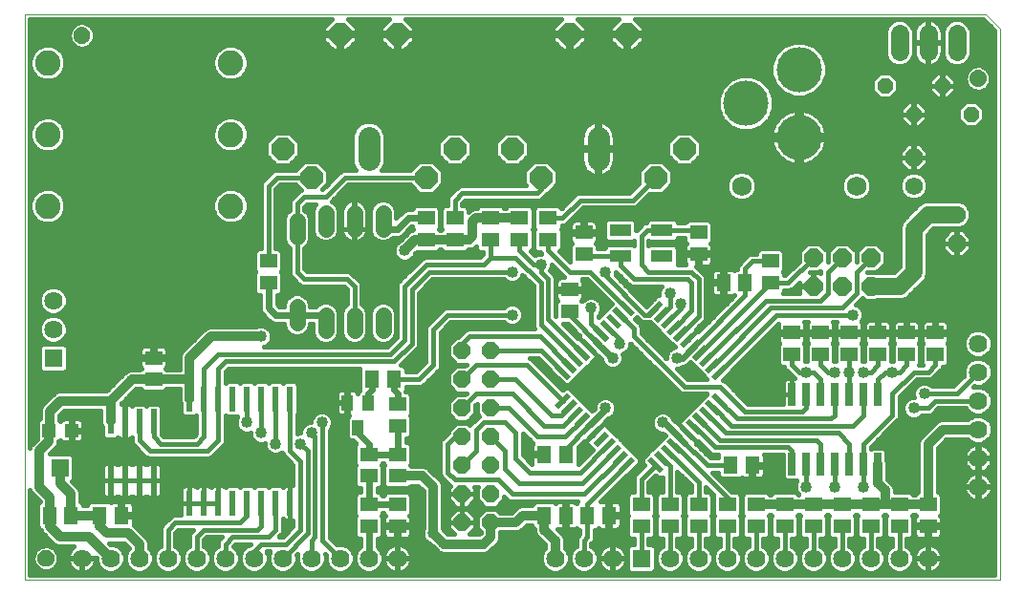
<source format=gtl>
G75*
G70*
%OFA0B0*%
%FSLAX24Y24*%
%IPPOS*%
%LPD*%
%AMOC8*
5,1,8,0,0,1.08239X$1,22.5*
%
%ADD10C,0.0000*%
%ADD11C,0.0320*%
%ADD12R,0.0260X0.0800*%
%ADD13C,0.0640*%
%ADD14R,0.0630X0.0512*%
%ADD15R,0.0591X0.0512*%
%ADD16C,0.1580*%
%ADD17C,0.0640*%
%ADD18C,0.0680*%
%ADD19OC8,0.0620*%
%ADD20C,0.0620*%
%ADD21OC8,0.0560*%
%ADD22R,0.0512X0.0630*%
%ADD23C,0.0886*%
%ADD24R,0.0236X0.0866*%
%ADD25R,0.0640X0.0640*%
%ADD26C,0.0560*%
%ADD27C,0.0780*%
%ADD28OC8,0.0780*%
%ADD29R,0.0591X0.0197*%
%ADD30R,0.0197X0.0591*%
%ADD31OC8,0.0640*%
%ADD32R,0.0748X0.0433*%
%ADD33OC8,0.0600*%
%ADD34R,0.0512X0.0591*%
%ADD35R,0.0591X0.0630*%
%ADD36R,0.0472X0.0472*%
%ADD37R,0.0394X0.0551*%
%ADD38C,0.0160*%
%ADD39C,0.0400*%
%ADD40C,0.0240*%
%ADD41C,0.0600*%
D10*
X000334Y000190D02*
X034334Y000190D01*
X034334Y019440D01*
X033834Y019940D01*
X000334Y019940D01*
X000334Y000190D01*
D11*
X000959Y000940D02*
X000961Y000962D01*
X000967Y000983D01*
X000976Y001002D01*
X000988Y001020D01*
X001004Y001036D01*
X001021Y001048D01*
X001041Y001057D01*
X001062Y001063D01*
X001084Y001065D01*
X001106Y001063D01*
X001127Y001057D01*
X001146Y001048D01*
X001164Y001036D01*
X001180Y001020D01*
X001192Y001002D01*
X001201Y000983D01*
X001207Y000962D01*
X001209Y000940D01*
X001207Y000918D01*
X001201Y000897D01*
X001192Y000878D01*
X001180Y000860D01*
X001164Y000844D01*
X001147Y000832D01*
X001127Y000823D01*
X001106Y000817D01*
X001084Y000815D01*
X001062Y000817D01*
X001041Y000823D01*
X001021Y000832D01*
X001004Y000844D01*
X000988Y000860D01*
X000976Y000877D01*
X000967Y000897D01*
X000961Y000918D01*
X000959Y000940D01*
X001584Y001690D02*
X002584Y001690D01*
X003334Y000940D01*
X004334Y000940D02*
X004334Y001440D01*
X003959Y001815D01*
X003209Y001815D01*
X002960Y002064D01*
X002960Y002440D01*
X001958Y002440D01*
X001959Y002441D01*
X001959Y003190D01*
X001584Y003565D01*
X001584Y004099D01*
X000834Y004690D02*
X000834Y003440D01*
X001209Y003065D01*
X001209Y002441D01*
X001210Y002440D01*
X001210Y002064D01*
X001584Y001690D01*
X000834Y004690D02*
X001190Y005046D01*
X001190Y005408D01*
X001209Y005427D01*
X001209Y006065D01*
X001584Y006440D01*
X003334Y006440D01*
X004084Y007190D01*
X004834Y007190D01*
X004834Y007191D01*
X004834Y007190D02*
X006084Y007190D01*
X006084Y007940D01*
X006834Y008690D01*
X008584Y008690D01*
X006084Y007190D02*
X006084Y006501D01*
X003334Y006440D02*
X003334Y005713D01*
X013334Y003816D02*
X014208Y003816D01*
X014210Y003816D01*
X014208Y003816D02*
X014584Y003440D01*
X014584Y001815D01*
X014959Y001440D01*
X016334Y001440D01*
X016584Y001690D01*
X016584Y002190D01*
X017459Y002190D01*
X017709Y002440D01*
X018460Y002440D01*
X018460Y001939D01*
X018834Y001565D01*
X018834Y000940D01*
X025834Y002814D02*
X026834Y002814D01*
X027834Y002814D01*
X028834Y002814D01*
X029834Y002814D01*
X030334Y002814D01*
X030334Y003315D01*
X030084Y003565D01*
X030084Y004230D01*
X031834Y004940D02*
X032334Y005440D01*
X033584Y005440D01*
X031834Y004940D02*
X031834Y002814D01*
X030834Y002814D01*
X030334Y002814D01*
X015959Y012190D02*
X015835Y012066D01*
X015334Y012066D01*
X014334Y012066D01*
X013960Y012066D01*
X013584Y011690D01*
X015959Y012190D02*
X015959Y012690D01*
X016084Y012815D01*
X016583Y012815D01*
X016584Y012814D01*
X017584Y012814D01*
X002209Y019190D02*
X002211Y019212D01*
X002217Y019233D01*
X002226Y019252D01*
X002238Y019270D01*
X002254Y019286D01*
X002271Y019298D01*
X002291Y019307D01*
X002312Y019313D01*
X002334Y019315D01*
X002356Y019313D01*
X002377Y019307D01*
X002396Y019298D01*
X002414Y019286D01*
X002430Y019270D01*
X002442Y019252D01*
X002451Y019233D01*
X002457Y019212D01*
X002459Y019190D01*
X002457Y019168D01*
X002451Y019147D01*
X002442Y019128D01*
X002430Y019110D01*
X002414Y019094D01*
X002397Y019082D01*
X002377Y019073D01*
X002356Y019067D01*
X002334Y019065D01*
X002312Y019067D01*
X002291Y019073D01*
X002271Y019082D01*
X002254Y019094D01*
X002238Y019110D01*
X002226Y019127D01*
X002217Y019147D01*
X002211Y019168D01*
X002209Y019190D01*
X033459Y017690D02*
X033461Y017712D01*
X033467Y017733D01*
X033476Y017752D01*
X033488Y017770D01*
X033504Y017786D01*
X033521Y017798D01*
X033541Y017807D01*
X033562Y017813D01*
X033584Y017815D01*
X033606Y017813D01*
X033627Y017807D01*
X033646Y017798D01*
X033664Y017786D01*
X033680Y017770D01*
X033692Y017752D01*
X033701Y017733D01*
X033707Y017712D01*
X033709Y017690D01*
X033707Y017668D01*
X033701Y017647D01*
X033692Y017628D01*
X033680Y017610D01*
X033664Y017594D01*
X033647Y017582D01*
X033627Y017573D01*
X033606Y017567D01*
X033584Y017565D01*
X033562Y017567D01*
X033541Y017573D01*
X033521Y017582D01*
X033504Y017594D01*
X033488Y017610D01*
X033476Y017627D01*
X033467Y017647D01*
X033461Y017668D01*
X033459Y017690D01*
D12*
X030084Y006650D03*
X029584Y006650D03*
X029084Y006650D03*
X028584Y006650D03*
X028084Y006650D03*
X027584Y006650D03*
X027084Y006650D03*
X027084Y004230D03*
X027584Y004230D03*
X028084Y004230D03*
X028584Y004230D03*
X029084Y004230D03*
X029584Y004230D03*
X030084Y004230D03*
D13*
X033584Y004440D03*
X033584Y005440D03*
X033584Y006440D03*
X033584Y007440D03*
X033584Y008440D03*
X033584Y003440D03*
X031834Y000940D03*
X030834Y000940D03*
X029834Y000940D03*
X028834Y000940D03*
X027834Y000940D03*
X026834Y000940D03*
X025834Y000940D03*
X024834Y000940D03*
X023834Y000940D03*
X022834Y000940D03*
X020834Y000940D03*
X019834Y000940D03*
X018834Y000940D03*
X013334Y000940D03*
X012334Y000940D03*
X011334Y000940D03*
X010334Y000940D03*
X009334Y000940D03*
X008334Y000940D03*
X007334Y000940D03*
X006334Y000940D03*
X005334Y000940D03*
X004334Y000940D03*
X003334Y000940D03*
X002334Y000940D03*
X001334Y008940D03*
X001334Y009940D03*
D14*
X008834Y010566D03*
X008834Y011314D03*
X014334Y012066D03*
X015334Y012066D03*
X015334Y012814D03*
X014334Y012814D03*
X016584Y012814D03*
X017584Y012814D03*
X018584Y012814D03*
X018584Y012066D03*
X017584Y012066D03*
X016584Y012066D03*
X013334Y006314D03*
X013334Y005566D03*
X013334Y004564D03*
X012334Y004564D03*
X012334Y003816D03*
X013334Y003816D03*
X012334Y002814D03*
X012334Y002066D03*
X021834Y002066D03*
X022834Y002066D03*
X023834Y002066D03*
X024834Y002066D03*
X025834Y002066D03*
X026834Y002066D03*
X027834Y002066D03*
X028834Y002066D03*
X029834Y002066D03*
X030834Y002066D03*
X030834Y002814D03*
X029834Y002814D03*
X028834Y002814D03*
X027834Y002814D03*
X026834Y002814D03*
X025834Y002814D03*
X024834Y002814D03*
X023834Y002814D03*
X022834Y002814D03*
X021834Y002814D03*
X026334Y010566D03*
X026334Y011314D03*
D15*
X023834Y011566D03*
X023834Y012314D03*
X019834Y012314D03*
X019834Y011566D03*
X019334Y010314D03*
X019334Y009566D03*
X027084Y008814D03*
X027084Y008066D03*
X028084Y008066D03*
X028084Y008814D03*
X029084Y008814D03*
X029084Y008066D03*
X030084Y008066D03*
X030084Y008814D03*
X031084Y008814D03*
X032084Y008814D03*
X032084Y008066D03*
X031084Y008066D03*
X031834Y002814D03*
X031834Y002066D03*
X013334Y002066D03*
X013334Y002814D03*
X004834Y007191D03*
X004834Y007939D03*
D16*
X025483Y016827D03*
X027334Y015646D03*
X027334Y018008D03*
D17*
X030834Y018620D02*
X030834Y019260D01*
X031834Y019260D02*
X031834Y018620D01*
X032834Y018620D02*
X032834Y019260D01*
D18*
X029334Y013940D03*
X025334Y013940D03*
D19*
X031334Y014940D03*
X032834Y011940D03*
D20*
X032834Y012940D03*
X031334Y013940D03*
D21*
X031334Y016440D03*
X032334Y017440D03*
X033334Y016440D03*
X030334Y017440D03*
D22*
X013208Y007190D03*
X012460Y007190D03*
X019960Y002440D03*
X020708Y002440D03*
X003708Y002440D03*
X002960Y002440D03*
X001958Y002440D03*
X001210Y002440D03*
D23*
X001145Y013240D03*
X001145Y015740D03*
X001145Y018240D03*
X007523Y018240D03*
X007523Y015740D03*
X007523Y013240D03*
D24*
X007584Y006501D03*
X007084Y006501D03*
X006584Y006501D03*
X006084Y006501D03*
X004834Y005713D03*
X004334Y005713D03*
X003834Y005713D03*
X003334Y005713D03*
X003334Y003666D03*
X003834Y003666D03*
X004334Y003666D03*
X004834Y003666D03*
X006084Y002879D03*
X006584Y002879D03*
X007084Y002879D03*
X007584Y002879D03*
X008084Y002879D03*
X008584Y002879D03*
X009084Y002879D03*
X009584Y002879D03*
X009584Y006501D03*
X009084Y006501D03*
X008584Y006501D03*
X008084Y006501D03*
D25*
X001334Y007940D03*
X021834Y000940D03*
D26*
X012834Y008880D02*
X012834Y009440D01*
X011834Y009440D02*
X011834Y008880D01*
X010834Y008880D02*
X010834Y009440D01*
X009834Y009160D02*
X009834Y009720D01*
X009834Y012160D02*
X009834Y012720D01*
X010834Y012440D02*
X010834Y013000D01*
X011834Y013000D02*
X011834Y012440D01*
X012834Y012440D02*
X012834Y013000D01*
D27*
X012334Y014850D02*
X012334Y015630D01*
X020334Y015630D02*
X020334Y014850D01*
D28*
X018334Y014240D03*
X017334Y015240D03*
X015334Y015240D03*
X014334Y014240D03*
X010334Y014240D03*
X009334Y015240D03*
X011334Y019240D03*
X013334Y019240D03*
X019334Y019240D03*
X021334Y019240D03*
X023334Y015240D03*
X022334Y014240D03*
D29*
G36*
X022058Y009529D02*
X022474Y009945D01*
X022612Y009807D01*
X022196Y009391D01*
X022058Y009529D01*
G37*
G36*
X022280Y009306D02*
X022696Y009722D01*
X022834Y009584D01*
X022418Y009168D01*
X022280Y009306D01*
G37*
G36*
X022503Y009083D02*
X022919Y009499D01*
X023057Y009361D01*
X022641Y008945D01*
X022503Y009083D01*
G37*
G36*
X022726Y008861D02*
X023142Y009277D01*
X023280Y009139D01*
X022864Y008723D01*
X022726Y008861D01*
G37*
G36*
X022948Y008638D02*
X023364Y009054D01*
X023502Y008916D01*
X023086Y008500D01*
X022948Y008638D01*
G37*
G36*
X023171Y008415D02*
X023587Y008831D01*
X023725Y008693D01*
X023309Y008277D01*
X023171Y008415D01*
G37*
G36*
X023394Y008193D02*
X023810Y008609D01*
X023948Y008471D01*
X023532Y008055D01*
X023394Y008193D01*
G37*
G36*
X023617Y007970D02*
X024033Y008386D01*
X024171Y008248D01*
X023755Y007832D01*
X023617Y007970D01*
G37*
G36*
X023839Y007747D02*
X024255Y008163D01*
X024393Y008025D01*
X023977Y007609D01*
X023839Y007747D01*
G37*
G36*
X024062Y007524D02*
X024478Y007940D01*
X024616Y007802D01*
X024200Y007386D01*
X024062Y007524D01*
G37*
G36*
X024285Y007302D02*
X024701Y007718D01*
X024839Y007580D01*
X024423Y007164D01*
X024285Y007302D01*
G37*
G36*
X020387Y004741D02*
X020803Y005157D01*
X020941Y005019D01*
X020525Y004603D01*
X020387Y004741D01*
G37*
G36*
X020165Y004963D02*
X020581Y005379D01*
X020719Y005241D01*
X020303Y004825D01*
X020165Y004963D01*
G37*
G36*
X019942Y005186D02*
X020358Y005602D01*
X020496Y005464D01*
X020080Y005048D01*
X019942Y005186D01*
G37*
G36*
X019719Y005409D02*
X020135Y005825D01*
X020273Y005687D01*
X019857Y005271D01*
X019719Y005409D01*
G37*
G36*
X019496Y005631D02*
X019912Y006047D01*
X020050Y005909D01*
X019634Y005493D01*
X019496Y005631D01*
G37*
G36*
X019274Y005854D02*
X019690Y006270D01*
X019828Y006132D01*
X019412Y005716D01*
X019274Y005854D01*
G37*
G36*
X019051Y006077D02*
X019467Y006493D01*
X019605Y006355D01*
X019189Y005939D01*
X019051Y006077D01*
G37*
G36*
X018828Y006300D02*
X019244Y006716D01*
X019382Y006578D01*
X018966Y006162D01*
X018828Y006300D01*
G37*
G36*
X020610Y004518D02*
X021026Y004934D01*
X021164Y004796D01*
X020748Y004380D01*
X020610Y004518D01*
G37*
G36*
X020833Y004295D02*
X021249Y004711D01*
X021387Y004573D01*
X020971Y004157D01*
X020833Y004295D01*
G37*
G36*
X021055Y004072D02*
X021471Y004488D01*
X021609Y004350D01*
X021193Y003934D01*
X021055Y004072D01*
G37*
D30*
G36*
X022058Y004350D02*
X022196Y004488D01*
X022612Y004072D01*
X022474Y003934D01*
X022058Y004350D01*
G37*
G36*
X022280Y004573D02*
X022418Y004711D01*
X022834Y004295D01*
X022696Y004157D01*
X022280Y004573D01*
G37*
G36*
X022503Y004796D02*
X022641Y004934D01*
X023057Y004518D01*
X022919Y004380D01*
X022503Y004796D01*
G37*
G36*
X022726Y005019D02*
X022864Y005157D01*
X023280Y004741D01*
X023142Y004603D01*
X022726Y005019D01*
G37*
G36*
X022948Y005241D02*
X023086Y005379D01*
X023502Y004963D01*
X023364Y004825D01*
X022948Y005241D01*
G37*
G36*
X023171Y005464D02*
X023309Y005602D01*
X023725Y005186D01*
X023587Y005048D01*
X023171Y005464D01*
G37*
G36*
X023394Y005687D02*
X023532Y005825D01*
X023948Y005409D01*
X023810Y005271D01*
X023394Y005687D01*
G37*
G36*
X023617Y005909D02*
X023755Y006047D01*
X024171Y005631D01*
X024033Y005493D01*
X023617Y005909D01*
G37*
G36*
X023839Y006132D02*
X023977Y006270D01*
X024393Y005854D01*
X024255Y005716D01*
X023839Y006132D01*
G37*
G36*
X024062Y006355D02*
X024200Y006493D01*
X024616Y006077D01*
X024478Y005939D01*
X024062Y006355D01*
G37*
G36*
X024285Y006578D02*
X024423Y006716D01*
X024839Y006300D01*
X024701Y006162D01*
X024285Y006578D01*
G37*
G36*
X020387Y009139D02*
X020525Y009277D01*
X020941Y008861D01*
X020803Y008723D01*
X020387Y009139D01*
G37*
G36*
X020610Y009361D02*
X020748Y009499D01*
X021164Y009083D01*
X021026Y008945D01*
X020610Y009361D01*
G37*
G36*
X020833Y009584D02*
X020971Y009722D01*
X021387Y009306D01*
X021249Y009168D01*
X020833Y009584D01*
G37*
G36*
X021055Y009807D02*
X021193Y009945D01*
X021609Y009529D01*
X021471Y009391D01*
X021055Y009807D01*
G37*
G36*
X020165Y008916D02*
X020303Y009054D01*
X020719Y008638D01*
X020581Y008500D01*
X020165Y008916D01*
G37*
G36*
X019942Y008693D02*
X020080Y008831D01*
X020496Y008415D01*
X020358Y008277D01*
X019942Y008693D01*
G37*
G36*
X019719Y008471D02*
X019857Y008609D01*
X020273Y008193D01*
X020135Y008055D01*
X019719Y008471D01*
G37*
G36*
X019496Y008248D02*
X019634Y008386D01*
X020050Y007970D01*
X019912Y007832D01*
X019496Y008248D01*
G37*
G36*
X019274Y008025D02*
X019412Y008163D01*
X019828Y007747D01*
X019690Y007609D01*
X019274Y008025D01*
G37*
G36*
X019051Y007802D02*
X019189Y007940D01*
X019605Y007524D01*
X019467Y007386D01*
X019051Y007802D01*
G37*
G36*
X018828Y007580D02*
X018966Y007718D01*
X019382Y007302D01*
X019244Y007164D01*
X018828Y007580D01*
G37*
D31*
X027834Y010440D03*
X028834Y010440D03*
X029834Y010440D03*
X029834Y011440D03*
X028834Y011440D03*
X027834Y011440D03*
D32*
X022562Y011487D03*
X022562Y012392D03*
X021105Y012392D03*
X021105Y011487D03*
D33*
X016584Y008190D03*
X015584Y008190D03*
X015584Y007190D03*
X016584Y007190D03*
X016584Y006190D03*
X015584Y006190D03*
X015584Y005190D03*
X016584Y005190D03*
X016584Y004190D03*
X015584Y004190D03*
X015584Y003190D03*
X016584Y003190D03*
X016584Y002190D03*
X015584Y002190D03*
D34*
X018460Y002440D03*
X019208Y002440D03*
X019208Y004565D03*
X018460Y004565D03*
X024960Y004190D03*
X025708Y004190D03*
X025458Y010565D03*
X024710Y010565D03*
D35*
X001584Y004099D03*
D36*
X001977Y005408D03*
X001190Y005408D03*
D37*
X011585Y006373D03*
X012333Y006373D03*
X011959Y005507D03*
D38*
X011582Y005562D02*
X011067Y005562D01*
X011089Y005614D02*
X011089Y005765D01*
X011031Y005905D01*
X010924Y006012D01*
X010784Y006070D01*
X010633Y006070D01*
X010493Y006012D01*
X010386Y005905D01*
X010329Y005765D01*
X010329Y005695D01*
X010258Y005695D01*
X010118Y005637D01*
X010011Y005530D01*
X009954Y005390D01*
X009954Y005320D01*
X009883Y005320D01*
X009844Y005303D01*
X009844Y005955D01*
X009882Y005993D01*
X009882Y007008D01*
X009776Y007114D01*
X009391Y007114D01*
X009334Y007056D01*
X009276Y007114D01*
X008891Y007114D01*
X008834Y007056D01*
X008776Y007114D01*
X008391Y007114D01*
X008334Y007056D01*
X008276Y007114D01*
X007891Y007114D01*
X007834Y007056D01*
X007776Y007114D01*
X007391Y007114D01*
X007344Y007066D01*
X007344Y007457D01*
X007441Y007555D01*
X012024Y007555D01*
X012024Y006800D01*
X012028Y006795D01*
X011956Y006723D01*
X011956Y006693D01*
X011949Y006718D01*
X011925Y006759D01*
X011892Y006792D01*
X011851Y006816D01*
X011805Y006828D01*
X011603Y006828D01*
X011603Y006391D01*
X011566Y006391D01*
X011566Y006354D01*
X011603Y006354D01*
X011603Y005917D01*
X011642Y005917D01*
X011582Y005857D01*
X011582Y005156D01*
X011687Y005051D01*
X011798Y005051D01*
X011897Y004952D01*
X011839Y004894D01*
X011839Y004233D01*
X011882Y004190D01*
X011839Y004146D01*
X011839Y003485D01*
X011944Y003380D01*
X012034Y003380D01*
X012034Y003250D01*
X011944Y003250D01*
X011839Y003144D01*
X011839Y002483D01*
X011882Y002440D01*
X011839Y002396D01*
X011839Y001735D01*
X011944Y001630D01*
X012034Y001630D01*
X012034Y001347D01*
X011910Y001223D01*
X011834Y001039D01*
X011834Y000840D01*
X011910Y000656D01*
X012050Y000516D01*
X012234Y000440D01*
X012433Y000440D01*
X012617Y000516D01*
X012757Y000656D01*
X012834Y000840D01*
X012834Y001039D01*
X012757Y001223D01*
X012634Y001347D01*
X012634Y001630D01*
X012723Y001630D01*
X012828Y001735D01*
X012828Y002396D01*
X012785Y002440D01*
X012828Y002483D01*
X012828Y002514D01*
X012858Y002514D01*
X012858Y002483D01*
X012902Y002440D01*
X012894Y002432D01*
X012871Y002391D01*
X012858Y002345D01*
X012858Y002114D01*
X013285Y002114D01*
X013285Y002018D01*
X012858Y002018D01*
X012858Y001786D01*
X012871Y001740D01*
X012894Y001699D01*
X012928Y001666D01*
X012969Y001642D01*
X013015Y001630D01*
X013286Y001630D01*
X013286Y002017D01*
X013381Y002017D01*
X013381Y001630D01*
X013653Y001630D01*
X013698Y001642D01*
X013739Y001666D01*
X013773Y001699D01*
X013796Y001740D01*
X013809Y001786D01*
X013809Y002018D01*
X013382Y002018D01*
X013382Y002114D01*
X013809Y002114D01*
X013809Y002345D01*
X013796Y002391D01*
X013773Y002432D01*
X013765Y002440D01*
X013809Y002483D01*
X013809Y003144D01*
X013703Y003250D01*
X012964Y003250D01*
X012858Y003144D01*
X012858Y003114D01*
X012828Y003114D01*
X012828Y003144D01*
X012723Y003250D01*
X012634Y003250D01*
X012634Y003380D01*
X012723Y003380D01*
X012828Y003485D01*
X012828Y004146D01*
X012785Y004190D01*
X012828Y004233D01*
X012828Y004264D01*
X012839Y004264D01*
X012839Y004233D01*
X012882Y004190D01*
X012839Y004146D01*
X012839Y003485D01*
X012944Y003380D01*
X013723Y003380D01*
X013819Y003476D01*
X014067Y003476D01*
X014244Y003299D01*
X014244Y001987D01*
X014204Y001890D01*
X014204Y001739D01*
X014261Y001599D01*
X014368Y001493D01*
X014465Y001452D01*
X014670Y001247D01*
X014766Y001151D01*
X014891Y001100D01*
X016266Y001100D01*
X016401Y001100D01*
X016526Y001151D01*
X016776Y001401D01*
X016872Y001497D01*
X016924Y001622D01*
X016924Y001850D01*
X017391Y001850D01*
X017526Y001850D01*
X017651Y001901D01*
X017849Y002100D01*
X018024Y002100D01*
X018024Y002070D01*
X018120Y001974D01*
X018120Y001871D01*
X018171Y001746D01*
X018494Y001424D01*
X018494Y001307D01*
X018410Y001223D01*
X018334Y001039D01*
X018334Y000840D01*
X018410Y000656D01*
X018550Y000516D01*
X018734Y000440D01*
X018933Y000440D01*
X019117Y000516D01*
X019257Y000656D01*
X019334Y000840D01*
X019410Y000656D01*
X019550Y000516D01*
X019734Y000440D01*
X019933Y000440D01*
X020117Y000516D01*
X020257Y000656D01*
X020334Y000840D01*
X020334Y001039D01*
X020257Y001223D01*
X020117Y001364D01*
X020094Y001373D01*
X020094Y001457D01*
X020106Y001469D01*
X020179Y001542D01*
X020219Y001638D01*
X020219Y001945D01*
X020290Y001945D01*
X020334Y001988D01*
X020341Y001981D01*
X020382Y001957D01*
X020428Y001945D01*
X020660Y001945D01*
X020660Y002391D01*
X020756Y002391D01*
X020756Y001945D01*
X020987Y001945D01*
X021033Y001957D01*
X021074Y001981D01*
X021107Y002014D01*
X021131Y002055D01*
X021143Y002101D01*
X021143Y002392D01*
X020756Y002392D01*
X020756Y002488D01*
X021143Y002488D01*
X021143Y002778D01*
X021131Y002824D01*
X021107Y002865D01*
X021074Y002899D01*
X021033Y002922D01*
X020987Y002935D01*
X020756Y002935D01*
X020756Y002488D01*
X020660Y002488D01*
X020660Y002935D01*
X020428Y002935D01*
X020421Y002933D01*
X021242Y003753D01*
X021268Y003753D01*
X021791Y004276D01*
X021791Y004425D01*
X021546Y004670D01*
X021323Y004893D01*
X021101Y005115D01*
X020878Y005338D01*
X020655Y005561D01*
X020649Y005561D01*
X020641Y005575D01*
X020555Y005661D01*
X020219Y005325D01*
X020219Y005325D01*
X020555Y005661D01*
X020544Y005672D01*
X020699Y005826D01*
X020799Y005868D01*
X020906Y005974D01*
X020964Y006114D01*
X020964Y006265D01*
X020906Y006405D01*
X020799Y006512D01*
X020659Y006570D01*
X020508Y006570D01*
X020368Y006512D01*
X020261Y006405D01*
X020204Y006265D01*
X020204Y006179D01*
X020120Y006096D01*
X019987Y006229D01*
X019764Y006451D01*
X019542Y006674D01*
X019319Y006897D01*
X019170Y006897D01*
X019092Y006819D01*
X018001Y007910D01*
X017954Y007930D01*
X018249Y007930D01*
X018647Y007531D01*
X018647Y007505D01*
X019170Y006982D01*
X019319Y006982D01*
X019564Y007227D01*
X019786Y007450D01*
X020009Y007672D01*
X020232Y007895D01*
X020232Y007901D01*
X020246Y007909D01*
X020332Y007995D01*
X019996Y008331D01*
X019997Y008331D01*
X020332Y007996D01*
X020343Y008006D01*
X020454Y007895D01*
X020454Y007864D01*
X020511Y007724D01*
X020618Y007618D01*
X020758Y007560D01*
X020909Y007560D01*
X021049Y007618D01*
X021156Y007724D01*
X021214Y007864D01*
X021214Y008015D01*
X021190Y008072D01*
X021299Y008118D01*
X021406Y008224D01*
X021464Y008364D01*
X021464Y008442D01*
X023186Y006719D01*
X023282Y006680D01*
X023385Y006680D01*
X024131Y006680D01*
X024103Y006652D01*
X023881Y006430D01*
X023658Y006207D01*
X023435Y005984D01*
X023213Y005761D01*
X023213Y005755D01*
X023198Y005747D01*
X023112Y005661D01*
X023102Y005650D01*
X022947Y005805D01*
X022906Y005905D01*
X022799Y006012D01*
X022659Y006070D01*
X022508Y006070D01*
X022368Y006012D01*
X022261Y005905D01*
X022204Y005765D01*
X022204Y005614D01*
X022261Y005474D01*
X022368Y005368D01*
X022508Y005310D01*
X022594Y005310D01*
X022677Y005226D01*
X022544Y005093D01*
X022344Y004893D01*
X022344Y004893D01*
X022099Y004648D01*
X021876Y004425D01*
X021876Y004276D01*
X021954Y004198D01*
X021613Y003858D01*
X021574Y003762D01*
X021574Y003659D01*
X021574Y003250D01*
X021444Y003250D01*
X021339Y003144D01*
X021339Y002483D01*
X021382Y002440D01*
X021339Y002396D01*
X021339Y001735D01*
X021444Y001630D01*
X021574Y001630D01*
X021574Y001440D01*
X020094Y001440D01*
X020199Y001282D02*
X020468Y001282D01*
X020452Y001265D02*
X020406Y001202D01*
X020370Y001132D01*
X020346Y001057D01*
X020334Y000979D01*
X020334Y000960D01*
X020813Y000960D01*
X020813Y000920D01*
X020334Y000920D01*
X020334Y000900D01*
X020346Y000823D01*
X020370Y000748D01*
X020406Y000678D01*
X020452Y000614D01*
X020508Y000558D01*
X020571Y000512D01*
X020642Y000476D01*
X020716Y000452D01*
X020794Y000440D01*
X020813Y000440D01*
X020813Y000919D01*
X020854Y000919D01*
X020854Y000440D01*
X020873Y000440D01*
X020951Y000452D01*
X021025Y000476D01*
X021096Y000512D01*
X021159Y000558D01*
X021215Y000614D01*
X021261Y000678D01*
X021297Y000748D01*
X021321Y000823D01*
X021334Y000900D01*
X021334Y000920D01*
X020854Y000920D01*
X020854Y000960D01*
X021334Y000960D01*
X021334Y000979D01*
X021321Y001057D01*
X021297Y001132D01*
X021261Y001202D01*
X021215Y001265D01*
X021159Y001321D01*
X021096Y001367D01*
X021025Y001403D01*
X020951Y001427D01*
X020873Y001440D01*
X020854Y001440D01*
X020854Y000960D01*
X020813Y000960D01*
X020813Y001440D01*
X020794Y001440D01*
X020716Y001427D01*
X020642Y001403D01*
X020571Y001367D01*
X020508Y001321D01*
X020452Y001265D01*
X020367Y001123D02*
X020299Y001123D01*
X020334Y000965D02*
X020334Y000965D01*
X020319Y000806D02*
X020351Y000806D01*
X020428Y000648D02*
X020248Y000648D01*
X020052Y000489D02*
X020617Y000489D01*
X020813Y000489D02*
X020854Y000489D01*
X020854Y000648D02*
X020813Y000648D01*
X020813Y000806D02*
X020854Y000806D01*
X020854Y000965D02*
X020813Y000965D01*
X020813Y001123D02*
X020854Y001123D01*
X020854Y001282D02*
X020813Y001282D01*
X021199Y001282D02*
X021334Y001282D01*
X021334Y001334D02*
X021334Y000545D01*
X021439Y000440D01*
X022228Y000440D01*
X022334Y000545D01*
X022334Y001334D01*
X022228Y001440D01*
X022094Y001440D01*
X022574Y001440D01*
X022574Y001373D02*
X022550Y001364D01*
X022410Y001223D01*
X022334Y001039D01*
X022334Y000840D01*
X022410Y000656D01*
X022550Y000516D01*
X022734Y000440D01*
X022933Y000440D01*
X023117Y000516D01*
X023257Y000656D01*
X023334Y000840D01*
X023410Y000656D01*
X023550Y000516D01*
X023734Y000440D01*
X023933Y000440D01*
X024117Y000516D01*
X024257Y000656D01*
X024334Y000840D01*
X024410Y000656D01*
X024550Y000516D01*
X024734Y000440D01*
X024933Y000440D01*
X025117Y000516D01*
X025257Y000656D01*
X025334Y000840D01*
X025410Y000656D01*
X025550Y000516D01*
X025734Y000440D01*
X025933Y000440D01*
X026117Y000516D01*
X026257Y000656D01*
X026334Y000840D01*
X026410Y000656D01*
X026550Y000516D01*
X026734Y000440D01*
X026933Y000440D01*
X027117Y000516D01*
X027257Y000656D01*
X027334Y000840D01*
X027410Y000656D01*
X027550Y000516D01*
X027734Y000440D01*
X027933Y000440D01*
X028117Y000516D01*
X028257Y000656D01*
X028334Y000840D01*
X028410Y000656D01*
X028550Y000516D01*
X028734Y000440D01*
X028933Y000440D01*
X029117Y000516D01*
X029257Y000656D01*
X029334Y000840D01*
X029410Y000656D01*
X029550Y000516D01*
X029734Y000440D01*
X029933Y000440D01*
X030117Y000516D01*
X030257Y000656D01*
X030334Y000840D01*
X030410Y000656D01*
X030550Y000516D01*
X030734Y000440D01*
X030933Y000440D01*
X031117Y000516D01*
X031257Y000656D01*
X031334Y000840D01*
X031334Y001039D01*
X031257Y001223D01*
X031117Y001364D01*
X031094Y001373D01*
X031094Y001630D01*
X031223Y001630D01*
X031328Y001735D01*
X031328Y002396D01*
X031285Y002440D01*
X031319Y002474D01*
X031368Y002474D01*
X031402Y002440D01*
X031394Y002432D01*
X031371Y002391D01*
X031358Y002345D01*
X031358Y002114D01*
X031785Y002114D01*
X031785Y002018D01*
X031358Y002018D01*
X031358Y001786D01*
X031371Y001740D01*
X031394Y001699D01*
X031428Y001666D01*
X031469Y001642D01*
X031515Y001630D01*
X031786Y001630D01*
X031786Y002017D01*
X031881Y002017D01*
X031881Y001630D01*
X032153Y001630D01*
X032198Y001642D01*
X032239Y001666D01*
X032273Y001699D01*
X032296Y001740D01*
X032309Y001786D01*
X032309Y002018D01*
X031882Y002018D01*
X031882Y002114D01*
X032309Y002114D01*
X032309Y002345D01*
X032296Y002391D01*
X032273Y002432D01*
X032265Y002440D01*
X032309Y002483D01*
X032309Y003144D01*
X032203Y003250D01*
X032174Y003250D01*
X032174Y004799D01*
X032474Y005100D01*
X033216Y005100D01*
X033300Y005016D01*
X033484Y004940D01*
X033683Y004940D01*
X033867Y005016D01*
X034007Y005156D01*
X034084Y005340D01*
X034084Y005539D01*
X034007Y005723D01*
X033867Y005864D01*
X033683Y005940D01*
X033867Y006016D01*
X034007Y006156D01*
X034084Y006340D01*
X034084Y006539D01*
X034007Y006723D01*
X033867Y006864D01*
X033683Y006940D01*
X033867Y007016D01*
X034007Y007156D01*
X034084Y007340D01*
X034084Y007539D01*
X034007Y007723D01*
X033867Y007864D01*
X033683Y007940D01*
X033867Y008016D01*
X034007Y008156D01*
X034084Y008340D01*
X034084Y008539D01*
X034007Y008723D01*
X033867Y008864D01*
X033683Y008940D01*
X033484Y008940D01*
X033300Y008864D01*
X033160Y008723D01*
X033084Y008539D01*
X033084Y008340D01*
X033160Y008156D01*
X033300Y008016D01*
X033484Y007940D01*
X033683Y007940D01*
X033484Y007940D01*
X033300Y007864D01*
X033160Y007723D01*
X033084Y007539D01*
X033084Y007340D01*
X033093Y007317D01*
X032726Y006950D01*
X031986Y006950D01*
X031924Y007012D01*
X031784Y007070D01*
X031633Y007070D01*
X031493Y007012D01*
X031386Y006905D01*
X031329Y006765D01*
X031329Y006614D01*
X031347Y006570D01*
X031258Y006570D01*
X031118Y006512D01*
X031011Y006405D01*
X030954Y006265D01*
X030954Y006114D01*
X031011Y005974D01*
X031118Y005868D01*
X031258Y005810D01*
X031409Y005810D01*
X031549Y005868D01*
X031611Y005930D01*
X031885Y005930D01*
X031981Y005969D01*
X032054Y006042D01*
X032191Y006180D01*
X033150Y006180D01*
X033160Y006156D01*
X033300Y006016D01*
X033484Y005940D01*
X033683Y005940D01*
X033484Y005940D01*
X033300Y005864D01*
X033216Y005780D01*
X032266Y005780D01*
X032141Y005728D01*
X032045Y005632D01*
X031545Y005132D01*
X031494Y005007D01*
X031494Y004872D01*
X031494Y003250D01*
X031464Y003250D01*
X031368Y003154D01*
X031319Y003154D01*
X031223Y003250D01*
X030674Y003250D01*
X030674Y003382D01*
X030622Y003507D01*
X030526Y003603D01*
X030424Y003705D01*
X030424Y004297D01*
X030394Y004370D01*
X030394Y004704D01*
X030288Y004810D01*
X029879Y004810D01*
X029844Y004774D01*
X029844Y004832D01*
X030731Y005719D01*
X030804Y005792D01*
X030844Y005888D01*
X030844Y006582D01*
X031441Y007180D01*
X031782Y007180D01*
X031885Y007180D01*
X031981Y007219D01*
X032231Y007469D01*
X032304Y007542D01*
X032340Y007630D01*
X032453Y007630D01*
X032559Y007735D01*
X032559Y008396D01*
X032515Y008440D01*
X032523Y008447D01*
X032546Y008488D01*
X032559Y008534D01*
X032559Y008766D01*
X032132Y008766D01*
X032132Y008862D01*
X032559Y008862D01*
X032559Y009093D01*
X032546Y009139D01*
X032523Y009180D01*
X032489Y009214D01*
X032448Y009237D01*
X032403Y009250D01*
X032131Y009250D01*
X032131Y008862D01*
X032036Y008862D01*
X032036Y009250D01*
X031765Y009250D01*
X031719Y009237D01*
X031678Y009214D01*
X031644Y009180D01*
X031621Y009139D01*
X031608Y009093D01*
X031608Y008862D01*
X032035Y008862D01*
X032035Y008766D01*
X031608Y008766D01*
X031608Y008534D01*
X031621Y008488D01*
X031644Y008447D01*
X031652Y008440D01*
X031608Y008396D01*
X031608Y007735D01*
X031644Y007700D01*
X031523Y007700D01*
X031559Y007735D01*
X031559Y008396D01*
X031515Y008440D01*
X031523Y008447D01*
X031546Y008488D01*
X031559Y008534D01*
X031559Y008766D01*
X031132Y008766D01*
X031132Y008862D01*
X031559Y008862D01*
X031559Y009093D01*
X031546Y009139D01*
X031523Y009180D01*
X031489Y009214D01*
X031448Y009237D01*
X031403Y009250D01*
X031131Y009250D01*
X031131Y008862D01*
X031036Y008862D01*
X031036Y009250D01*
X030765Y009250D01*
X030719Y009237D01*
X030678Y009214D01*
X030644Y009180D01*
X030621Y009139D01*
X030608Y009093D01*
X030608Y008862D01*
X031035Y008862D01*
X031035Y008766D01*
X030608Y008766D01*
X030608Y008534D01*
X030621Y008488D01*
X030644Y008447D01*
X030652Y008440D01*
X030608Y008396D01*
X030608Y007820D01*
X030559Y007820D01*
X030559Y008396D01*
X030515Y008440D01*
X030523Y008447D01*
X030546Y008488D01*
X030559Y008534D01*
X030559Y008766D01*
X030132Y008766D01*
X030132Y008862D01*
X030559Y008862D01*
X030559Y009093D01*
X030546Y009139D01*
X030523Y009180D01*
X030489Y009214D01*
X030448Y009237D01*
X030403Y009250D01*
X030131Y009250D01*
X030131Y008862D01*
X030036Y008862D01*
X030036Y009250D01*
X029765Y009250D01*
X029719Y009237D01*
X029678Y009214D01*
X029644Y009180D01*
X029621Y009139D01*
X029608Y009093D01*
X029608Y008862D01*
X030035Y008862D01*
X030035Y008766D01*
X029608Y008766D01*
X029608Y008534D01*
X029621Y008488D01*
X029644Y008447D01*
X029652Y008440D01*
X029608Y008396D01*
X029608Y007820D01*
X029559Y007820D01*
X029559Y008396D01*
X029515Y008440D01*
X029523Y008447D01*
X029546Y008488D01*
X029559Y008534D01*
X029559Y008766D01*
X029132Y008766D01*
X029132Y008862D01*
X029559Y008862D01*
X029559Y009093D01*
X029546Y009139D01*
X029523Y009180D01*
X029505Y009198D01*
X029531Y009224D01*
X029589Y009364D01*
X029589Y009515D01*
X029531Y009655D01*
X029424Y009762D01*
X029317Y009806D01*
X029481Y009969D01*
X029539Y010027D01*
X029626Y009940D01*
X030041Y009940D01*
X030061Y009960D01*
X030929Y009960D01*
X031105Y010033D01*
X031240Y010168D01*
X031740Y010668D01*
X031814Y010844D01*
X031814Y011035D01*
X031814Y012241D01*
X032032Y012460D01*
X032712Y012460D01*
X032736Y012450D01*
X032931Y012450D01*
X033111Y012524D01*
X033249Y012662D01*
X033324Y012842D01*
X033324Y013037D01*
X033249Y013217D01*
X033111Y013355D01*
X032931Y013430D01*
X032736Y013430D01*
X032712Y013420D01*
X031929Y013420D01*
X031738Y013420D01*
X031562Y013347D01*
X031062Y012847D01*
X030927Y012712D01*
X030854Y012535D01*
X030854Y011139D01*
X030635Y010920D01*
X030061Y010920D01*
X030041Y010940D01*
X030334Y011233D01*
X030334Y011647D01*
X030041Y011940D01*
X029626Y011940D01*
X029334Y011647D01*
X029334Y011307D01*
X029334Y011647D01*
X029041Y011940D01*
X028626Y011940D01*
X028334Y011647D01*
X028334Y011307D01*
X028334Y011647D01*
X028041Y011940D01*
X027626Y011940D01*
X027334Y011647D01*
X027334Y011307D01*
X026852Y010826D01*
X026828Y010826D01*
X026828Y010896D01*
X026785Y010940D01*
X026828Y010983D01*
X026828Y011644D01*
X026723Y011750D01*
X025944Y011750D01*
X025839Y011644D01*
X025839Y011574D01*
X025759Y011574D01*
X025656Y011574D01*
X025560Y011534D01*
X025311Y011285D01*
X025238Y011212D01*
X025199Y011116D01*
X025199Y011040D01*
X025127Y011040D01*
X025084Y010996D01*
X025076Y011004D01*
X025035Y011028D01*
X024989Y011040D01*
X024757Y011040D01*
X024757Y010613D01*
X024661Y010613D01*
X024661Y010517D01*
X024274Y010517D01*
X024274Y010246D01*
X024286Y010200D01*
X024310Y010159D01*
X024343Y010125D01*
X024384Y010102D01*
X024430Y010089D01*
X024661Y010089D01*
X024661Y010516D01*
X024757Y010516D01*
X024757Y010089D01*
X024989Y010089D01*
X025035Y010102D01*
X025076Y010125D01*
X025084Y010133D01*
X025094Y010122D01*
X023823Y008851D01*
X023784Y008890D01*
X023449Y008554D01*
X023448Y008555D01*
X023784Y008890D01*
X023745Y008929D01*
X024054Y009238D01*
X024094Y009333D01*
X024094Y009437D01*
X024094Y010741D01*
X024054Y010837D01*
X023981Y010910D01*
X023761Y011130D01*
X023786Y011130D01*
X023786Y011517D01*
X023881Y011517D01*
X023881Y011130D01*
X024153Y011130D01*
X024198Y011142D01*
X024239Y011166D01*
X024273Y011199D01*
X024296Y011240D01*
X024309Y011286D01*
X024309Y011518D01*
X023882Y011518D01*
X023882Y011614D01*
X024309Y011614D01*
X024309Y011845D01*
X024296Y011891D01*
X024273Y011932D01*
X024265Y011940D01*
X024309Y011983D01*
X024309Y012644D01*
X024203Y012750D01*
X023464Y012750D01*
X023367Y012652D01*
X023116Y012652D01*
X023116Y012684D01*
X023010Y012789D01*
X022113Y012789D01*
X022008Y012684D01*
X022008Y012652D01*
X021985Y012652D01*
X021889Y012613D01*
X021686Y012410D01*
X021659Y012383D01*
X021659Y012684D01*
X021554Y012789D01*
X020657Y012789D01*
X020551Y012684D01*
X020551Y012101D01*
X020657Y011996D01*
X021554Y011996D01*
X021574Y012016D01*
X021574Y011864D01*
X021554Y011883D01*
X020657Y011883D01*
X020551Y011778D01*
X020551Y011747D01*
X020309Y011747D01*
X020309Y011896D01*
X020265Y011940D01*
X020273Y011947D01*
X020296Y011988D01*
X020309Y012034D01*
X020309Y012266D01*
X019882Y012266D01*
X019882Y012362D01*
X020309Y012362D01*
X020309Y012593D01*
X020296Y012639D01*
X020273Y012680D01*
X020239Y012714D01*
X020198Y012737D01*
X020153Y012750D01*
X019881Y012750D01*
X019881Y012362D01*
X019786Y012362D01*
X019786Y012750D01*
X019515Y012750D01*
X019469Y012737D01*
X019428Y012714D01*
X019394Y012680D01*
X019371Y012639D01*
X019358Y012593D01*
X019358Y012362D01*
X019785Y012362D01*
X019785Y012266D01*
X019358Y012266D01*
X019358Y012034D01*
X019371Y011988D01*
X019394Y011947D01*
X019402Y011940D01*
X019358Y011896D01*
X019358Y011283D01*
X018992Y011649D01*
X019078Y011735D01*
X019078Y012396D01*
X019035Y012440D01*
X019078Y012483D01*
X019078Y012554D01*
X019134Y012554D01*
X019230Y012593D01*
X019816Y013180D01*
X021585Y013180D01*
X021681Y013219D01*
X021754Y013292D01*
X022131Y013670D01*
X022570Y013670D01*
X022904Y014004D01*
X022904Y014476D01*
X022570Y014810D01*
X022097Y014810D01*
X021764Y014476D01*
X021764Y014037D01*
X021426Y013700D01*
X019657Y013700D01*
X019561Y013660D01*
X019488Y013587D01*
X019062Y013161D01*
X018973Y013250D01*
X018194Y013250D01*
X018089Y013144D01*
X018089Y012483D01*
X018132Y012440D01*
X018089Y012396D01*
X018089Y011735D01*
X018194Y011630D01*
X018327Y011630D01*
X018352Y011570D01*
X018258Y011570D01*
X018126Y011515D01*
X017992Y011649D01*
X018078Y011735D01*
X018078Y012396D01*
X018035Y012440D01*
X018078Y012483D01*
X018078Y013144D01*
X017973Y013250D01*
X017194Y013250D01*
X017098Y013154D01*
X017069Y013154D01*
X016973Y013250D01*
X016194Y013250D01*
X016099Y013155D01*
X016016Y013155D01*
X015891Y013103D01*
X015828Y013040D01*
X015828Y013144D01*
X015723Y013250D01*
X015594Y013250D01*
X015594Y013332D01*
X015691Y013430D01*
X018157Y013430D01*
X018260Y013430D01*
X018356Y013469D01*
X018481Y013594D01*
X018554Y013667D01*
X018555Y013670D01*
X018570Y013670D01*
X018904Y014004D01*
X018904Y014476D01*
X018570Y014810D01*
X018097Y014810D01*
X017764Y014476D01*
X017764Y014004D01*
X017818Y013950D01*
X015532Y013950D01*
X015436Y013910D01*
X015363Y013837D01*
X015113Y013587D01*
X015074Y013491D01*
X015074Y013388D01*
X015074Y013250D01*
X014944Y013250D01*
X014839Y013144D01*
X014839Y012483D01*
X014882Y012440D01*
X014848Y012406D01*
X014819Y012406D01*
X014785Y012440D01*
X014828Y012483D01*
X014828Y013144D01*
X014723Y013250D01*
X013944Y013250D01*
X013839Y013144D01*
X013839Y013114D01*
X013767Y013114D01*
X013648Y013114D01*
X013538Y013068D01*
X013294Y012824D01*
X013294Y013091D01*
X013223Y013260D01*
X013094Y013390D01*
X012925Y013460D01*
X012742Y013460D01*
X012573Y013390D01*
X012444Y013260D01*
X012374Y013091D01*
X012374Y012348D01*
X012444Y012179D01*
X012573Y012050D01*
X012742Y011980D01*
X012925Y011980D01*
X013094Y012050D01*
X013184Y012140D01*
X013393Y012140D01*
X013503Y012185D01*
X013588Y012270D01*
X013832Y012514D01*
X013839Y012514D01*
X013839Y012483D01*
X013882Y012440D01*
X013839Y012396D01*
X013839Y012384D01*
X013767Y012354D01*
X013465Y012052D01*
X013368Y012012D01*
X013261Y011905D01*
X013204Y011765D01*
X013204Y011614D01*
X013261Y011474D01*
X013368Y011368D01*
X013508Y011310D01*
X013659Y011310D01*
X013799Y011368D01*
X013906Y011474D01*
X013946Y011571D01*
X014004Y011630D01*
X014723Y011630D01*
X014819Y011726D01*
X014848Y011726D01*
X014944Y011630D01*
X015723Y011630D01*
X015819Y011726D01*
X015902Y011726D01*
X016027Y011777D01*
X016089Y011839D01*
X016089Y011735D01*
X016194Y011630D01*
X016324Y011630D01*
X016324Y011547D01*
X016226Y011450D01*
X014282Y011450D01*
X014186Y011410D01*
X014113Y011337D01*
X014113Y011337D01*
X013363Y010587D01*
X013324Y010491D01*
X013324Y010388D01*
X013324Y008672D01*
X012976Y008325D01*
X008695Y008325D01*
X008799Y008368D01*
X008906Y008474D01*
X008964Y008614D01*
X008964Y008765D01*
X008906Y008905D01*
X008799Y009012D01*
X008659Y009070D01*
X008508Y009070D01*
X008411Y009030D01*
X006766Y009030D01*
X006641Y008978D01*
X006545Y008882D01*
X005795Y008132D01*
X005744Y008007D01*
X005744Y007872D01*
X005744Y007530D01*
X005300Y007530D01*
X005265Y007565D01*
X005273Y007572D01*
X005296Y007613D01*
X005309Y007659D01*
X005309Y007891D01*
X004882Y007891D01*
X004882Y007987D01*
X005309Y007987D01*
X005309Y008218D01*
X005296Y008264D01*
X005273Y008305D01*
X005239Y008339D01*
X005198Y008362D01*
X005153Y008375D01*
X004881Y008375D01*
X004881Y007987D01*
X004786Y007987D01*
X004786Y008375D01*
X004515Y008375D01*
X004469Y008362D01*
X004428Y008339D01*
X004394Y008305D01*
X004371Y008264D01*
X004358Y008218D01*
X004358Y007987D01*
X004785Y007987D01*
X004785Y007891D01*
X004358Y007891D01*
X004358Y007659D01*
X004371Y007613D01*
X004394Y007572D01*
X004402Y007565D01*
X004367Y007530D01*
X004016Y007530D01*
X003891Y007478D01*
X003795Y007382D01*
X003193Y006780D01*
X001651Y006780D01*
X001516Y006780D01*
X001391Y006728D01*
X001016Y006353D01*
X000920Y006257D01*
X000869Y006132D01*
X000869Y005814D01*
X000774Y005719D01*
X000774Y005111D01*
X000641Y004978D01*
X000545Y004882D01*
X000514Y004805D01*
X000514Y019760D01*
X011048Y019760D01*
X010764Y019476D01*
X010764Y019290D01*
X011283Y019290D01*
X011283Y019190D01*
X010764Y019190D01*
X010764Y019004D01*
X011097Y018670D01*
X011283Y018670D01*
X011283Y019189D01*
X011384Y019189D01*
X011384Y018670D01*
X011570Y018670D01*
X011904Y019004D01*
X011904Y019190D01*
X011384Y019190D01*
X011384Y019290D01*
X011904Y019290D01*
X011904Y019476D01*
X011620Y019760D01*
X013048Y019760D01*
X012764Y019476D01*
X012764Y019290D01*
X013283Y019290D01*
X013283Y019190D01*
X012764Y019190D01*
X012764Y019004D01*
X013097Y018670D01*
X013283Y018670D01*
X013283Y019189D01*
X013384Y019189D01*
X013384Y018670D01*
X013570Y018670D01*
X013904Y019004D01*
X013904Y019190D01*
X013384Y019190D01*
X013384Y019290D01*
X013904Y019290D01*
X013904Y019476D01*
X013620Y019760D01*
X019048Y019760D01*
X018764Y019476D01*
X018764Y019290D01*
X019283Y019290D01*
X019283Y019190D01*
X018764Y019190D01*
X018764Y019004D01*
X019097Y018670D01*
X019283Y018670D01*
X019283Y019189D01*
X019384Y019189D01*
X019384Y018670D01*
X019570Y018670D01*
X019904Y019004D01*
X019904Y019190D01*
X019384Y019190D01*
X019384Y019290D01*
X019904Y019290D01*
X019904Y019476D01*
X019620Y019760D01*
X021048Y019760D01*
X020764Y019476D01*
X020764Y019290D01*
X021283Y019290D01*
X021283Y019190D01*
X020764Y019190D01*
X020764Y019004D01*
X021097Y018670D01*
X021283Y018670D01*
X021283Y019189D01*
X021384Y019189D01*
X021384Y018670D01*
X021570Y018670D01*
X021904Y019004D01*
X021904Y019190D01*
X021384Y019190D01*
X021384Y019290D01*
X021904Y019290D01*
X021904Y019476D01*
X021620Y019760D01*
X033759Y019760D01*
X034154Y019365D01*
X034154Y000370D01*
X000514Y000370D01*
X000514Y003324D01*
X000545Y003247D01*
X000868Y002924D01*
X000774Y002829D01*
X000774Y002050D01*
X000879Y001945D01*
X000891Y001945D01*
X000921Y001871D01*
X001295Y001497D01*
X001391Y001401D01*
X001516Y001350D01*
X002047Y001350D01*
X002008Y001321D01*
X001952Y001265D01*
X001906Y001202D01*
X001870Y001132D01*
X001846Y001057D01*
X001834Y000979D01*
X001834Y000960D01*
X002313Y000960D01*
X002313Y000920D01*
X001834Y000920D01*
X001834Y000900D01*
X001846Y000823D01*
X001870Y000748D01*
X001906Y000678D01*
X001952Y000614D01*
X002008Y000558D01*
X002071Y000512D01*
X002142Y000476D01*
X002216Y000452D01*
X002294Y000440D01*
X002313Y000440D01*
X002313Y000919D01*
X002354Y000919D01*
X002354Y000440D01*
X002373Y000440D01*
X002451Y000452D01*
X002525Y000476D01*
X002596Y000512D01*
X002659Y000558D01*
X002715Y000614D01*
X002761Y000678D01*
X002797Y000748D01*
X002821Y000823D01*
X002834Y000900D01*
X002834Y000920D01*
X002354Y000920D01*
X002354Y000960D01*
X002833Y000960D01*
X002834Y000959D01*
X002834Y000840D01*
X002910Y000656D01*
X003050Y000516D01*
X003234Y000440D01*
X003433Y000440D01*
X003617Y000516D01*
X003757Y000656D01*
X003834Y000840D01*
X003910Y000656D01*
X004050Y000516D01*
X004234Y000440D01*
X004433Y000440D01*
X004617Y000516D01*
X004757Y000656D01*
X004834Y000840D01*
X004910Y000656D01*
X005050Y000516D01*
X005234Y000440D01*
X005433Y000440D01*
X005617Y000516D01*
X005757Y000656D01*
X005834Y000840D01*
X005910Y000656D01*
X006050Y000516D01*
X006234Y000440D01*
X006433Y000440D01*
X006617Y000516D01*
X006757Y000656D01*
X006834Y000840D01*
X006910Y000656D01*
X007050Y000516D01*
X007234Y000440D01*
X007433Y000440D01*
X007617Y000516D01*
X007757Y000656D01*
X007834Y000840D01*
X007910Y000656D01*
X008050Y000516D01*
X008234Y000440D01*
X008433Y000440D01*
X008617Y000516D01*
X008757Y000656D01*
X008834Y000840D01*
X008910Y000656D01*
X009050Y000516D01*
X009234Y000440D01*
X009433Y000440D01*
X009617Y000516D01*
X009757Y000656D01*
X009834Y000840D01*
X009910Y000656D01*
X010050Y000516D01*
X010234Y000440D01*
X010433Y000440D01*
X010617Y000516D01*
X010757Y000656D01*
X010834Y000840D01*
X010910Y000656D01*
X011050Y000516D01*
X011234Y000440D01*
X011433Y000440D01*
X011617Y000516D01*
X011757Y000656D01*
X011834Y000840D01*
X011834Y001039D01*
X011757Y001223D01*
X011617Y001364D01*
X011433Y001440D01*
X011234Y001440D01*
X011211Y001430D01*
X010969Y001672D01*
X010969Y005412D01*
X011031Y005474D01*
X011089Y005614D01*
X011089Y005721D02*
X011582Y005721D01*
X011604Y005879D02*
X011041Y005879D01*
X011244Y005987D02*
X011277Y005953D01*
X011318Y005929D01*
X011364Y005917D01*
X011566Y005917D01*
X011566Y006354D01*
X011208Y006354D01*
X011208Y006073D01*
X011220Y006028D01*
X011244Y005987D01*
X011217Y006038D02*
X010861Y006038D01*
X010556Y006038D02*
X009882Y006038D01*
X009882Y006197D02*
X011208Y006197D01*
X011208Y006391D02*
X011566Y006391D01*
X011566Y006828D01*
X011364Y006828D01*
X011318Y006816D01*
X011277Y006792D01*
X011244Y006759D01*
X011220Y006718D01*
X011208Y006672D01*
X009882Y006672D01*
X009882Y006514D02*
X011208Y006514D01*
X011208Y006391D02*
X011208Y006672D01*
X011566Y006672D02*
X011603Y006672D01*
X011603Y006514D02*
X011566Y006514D01*
X011566Y006355D02*
X009882Y006355D01*
X009584Y006501D02*
X009584Y004690D01*
X009959Y004315D01*
X009959Y001940D01*
X009459Y001440D01*
X008584Y001440D01*
X008334Y001190D01*
X008334Y000940D01*
X008799Y001123D02*
X008868Y001123D01*
X008892Y001180D02*
X008834Y001039D01*
X008834Y000840D01*
X008834Y001039D01*
X008775Y001180D01*
X008892Y001180D01*
X008834Y000965D02*
X008834Y000965D01*
X008819Y000806D02*
X008848Y000806D01*
X008919Y000648D02*
X008748Y000648D01*
X008552Y000489D02*
X009115Y000489D01*
X009552Y000489D02*
X010115Y000489D01*
X009919Y000648D02*
X009748Y000648D01*
X009819Y000806D02*
X009848Y000806D01*
X009834Y000840D02*
X009834Y001039D01*
X009857Y001095D01*
X009824Y001062D01*
X009834Y001039D01*
X009834Y000840D01*
X009834Y000965D02*
X009834Y000965D01*
X010334Y000940D02*
X010334Y001565D01*
X010459Y001690D01*
X010459Y005190D01*
X010334Y005315D01*
X010044Y005562D02*
X009844Y005562D01*
X009844Y005404D02*
X009959Y005404D01*
X009844Y005721D02*
X010329Y005721D01*
X010376Y005879D02*
X009844Y005879D01*
X010709Y005690D02*
X010709Y001565D01*
X011334Y000940D01*
X011699Y001282D02*
X011968Y001282D01*
X012034Y001440D02*
X011201Y001440D01*
X011042Y001599D02*
X012034Y001599D01*
X011839Y001757D02*
X010969Y001757D01*
X010969Y001916D02*
X011839Y001916D01*
X011839Y002074D02*
X010969Y002074D01*
X010969Y002233D02*
X011839Y002233D01*
X011839Y002391D02*
X010969Y002391D01*
X010969Y002550D02*
X011839Y002550D01*
X011839Y002709D02*
X010969Y002709D01*
X010969Y002867D02*
X011839Y002867D01*
X011839Y003026D02*
X010969Y003026D01*
X010969Y003184D02*
X011879Y003184D01*
X012034Y003343D02*
X010969Y003343D01*
X010969Y003501D02*
X011839Y003501D01*
X011839Y003660D02*
X010969Y003660D01*
X010969Y003818D02*
X011839Y003818D01*
X011839Y003977D02*
X010969Y003977D01*
X010969Y004135D02*
X011839Y004135D01*
X011839Y004294D02*
X010969Y004294D01*
X010969Y004453D02*
X011839Y004453D01*
X011839Y004611D02*
X010969Y004611D01*
X010969Y004770D02*
X011839Y004770D01*
X011873Y004928D02*
X010969Y004928D01*
X010969Y005087D02*
X011651Y005087D01*
X011582Y005245D02*
X010969Y005245D01*
X010969Y005404D02*
X011582Y005404D01*
X011566Y006038D02*
X011603Y006038D01*
X011603Y006197D02*
X011566Y006197D01*
X012024Y006831D02*
X009882Y006831D01*
X009882Y006989D02*
X012024Y006989D01*
X012024Y007148D02*
X007344Y007148D01*
X007344Y007306D02*
X012024Y007306D01*
X012024Y007465D02*
X007351Y007465D01*
X007084Y007565D02*
X007084Y006501D01*
X007084Y005065D01*
X006709Y004690D01*
X004709Y004690D01*
X004334Y005065D01*
X004334Y005713D01*
X003834Y005714D02*
X003833Y005714D01*
X003833Y006326D01*
X003701Y006326D01*
X004224Y006850D01*
X004369Y006850D01*
X004464Y006755D01*
X005203Y006755D01*
X005298Y006850D01*
X005744Y006850D01*
X005744Y006433D01*
X005785Y006332D01*
X005785Y005993D01*
X005891Y005888D01*
X006276Y005888D01*
X006324Y005935D01*
X006324Y005297D01*
X006226Y005200D01*
X005191Y005200D01*
X005132Y005259D01*
X005132Y006221D01*
X005026Y006326D01*
X004641Y006326D01*
X004584Y006269D01*
X004526Y006326D01*
X004141Y006326D01*
X004084Y006269D01*
X004062Y006290D01*
X004021Y006314D01*
X003975Y006326D01*
X003834Y006326D01*
X003834Y005714D01*
X003834Y005713D02*
X003834Y005100D01*
X003975Y005100D01*
X004021Y005113D01*
X004062Y005136D01*
X004074Y005148D01*
X004074Y005116D01*
X004074Y005013D01*
X004113Y004917D01*
X004488Y004542D01*
X004561Y004469D01*
X004657Y004430D01*
X006657Y004430D01*
X006760Y004430D01*
X006856Y004469D01*
X007231Y004844D01*
X007304Y004917D01*
X007344Y005013D01*
X007344Y005935D01*
X007391Y005888D01*
X007754Y005888D01*
X007704Y005765D01*
X007704Y005614D01*
X007761Y005474D01*
X007868Y005368D01*
X008008Y005310D01*
X008159Y005310D01*
X008204Y005328D01*
X008204Y005239D01*
X008261Y005099D01*
X008368Y004993D01*
X008508Y004935D01*
X008659Y004935D01*
X008704Y004953D01*
X008704Y004864D01*
X008761Y004724D01*
X008868Y004618D01*
X009008Y004560D01*
X009159Y004560D01*
X009299Y004618D01*
X009324Y004642D01*
X009324Y004638D01*
X009363Y004542D01*
X009436Y004469D01*
X009699Y004207D01*
X009699Y003492D01*
X009584Y003492D01*
X009584Y002879D01*
X009583Y002879D01*
X009583Y003492D01*
X009442Y003492D01*
X009396Y003479D01*
X009355Y003456D01*
X009334Y003434D01*
X009276Y003492D01*
X008891Y003492D01*
X008834Y003434D01*
X008776Y003492D01*
X008391Y003492D01*
X008334Y003434D01*
X008276Y003492D01*
X007891Y003492D01*
X007834Y003434D01*
X007776Y003492D01*
X007391Y003492D01*
X007334Y003434D01*
X007312Y003456D01*
X007271Y003479D01*
X007225Y003492D01*
X007084Y003492D01*
X007084Y002879D01*
X007083Y002879D01*
X007083Y002878D01*
X006785Y002878D01*
X006584Y002878D01*
X006584Y002879D01*
X006882Y002879D01*
X007083Y002879D01*
X007083Y003492D01*
X006942Y003492D01*
X006896Y003479D01*
X006855Y003456D01*
X006834Y003434D01*
X006812Y003456D01*
X006771Y003479D01*
X006725Y003492D01*
X006584Y003492D01*
X006584Y002879D01*
X006583Y002879D01*
X006583Y002878D01*
X006382Y002878D01*
X006084Y002878D01*
X006084Y002879D01*
X006382Y002879D01*
X006583Y002879D01*
X006583Y003492D01*
X006442Y003492D01*
X006396Y003479D01*
X006355Y003456D01*
X006334Y003434D01*
X006312Y003456D01*
X006271Y003479D01*
X006225Y003492D01*
X006084Y003492D01*
X006084Y002879D01*
X006083Y002879D01*
X006083Y002878D01*
X005785Y002878D01*
X005785Y002450D01*
X005635Y002450D01*
X005532Y002450D01*
X005436Y002410D01*
X005186Y002160D01*
X005113Y002087D01*
X005074Y001991D01*
X005074Y001373D01*
X005050Y001364D01*
X004910Y001223D01*
X004834Y001039D01*
X004834Y000840D01*
X004834Y001039D01*
X004757Y001223D01*
X004674Y001307D01*
X004674Y001507D01*
X004622Y001632D01*
X004526Y001728D01*
X004151Y002103D01*
X004143Y002106D01*
X004143Y002392D01*
X003756Y002392D01*
X003756Y002488D01*
X004143Y002488D01*
X004143Y002778D01*
X004131Y002824D01*
X004107Y002865D01*
X004074Y002899D01*
X004033Y002922D01*
X003987Y002935D01*
X003756Y002935D01*
X003756Y002488D01*
X003660Y002488D01*
X003660Y002935D01*
X003428Y002935D01*
X003382Y002922D01*
X003341Y002899D01*
X003334Y002891D01*
X003290Y002935D01*
X002629Y002935D01*
X002524Y002829D01*
X002524Y002780D01*
X002393Y002780D01*
X002393Y002829D01*
X002299Y002924D01*
X002299Y003257D01*
X002247Y003382D01*
X002151Y003478D01*
X001989Y003640D01*
X002059Y003710D01*
X002059Y004489D01*
X001953Y004594D01*
X001219Y004594D01*
X001478Y004853D01*
X001530Y004978D01*
X001530Y005021D01*
X001587Y005079D01*
X001597Y005061D01*
X001630Y005028D01*
X001672Y005004D01*
X001717Y004992D01*
X001939Y004992D01*
X001939Y005370D01*
X002015Y005370D01*
X002015Y004992D01*
X002237Y004992D01*
X002283Y005004D01*
X002324Y005028D01*
X002357Y005061D01*
X002381Y005102D01*
X002393Y005148D01*
X002393Y005370D01*
X002016Y005370D01*
X002016Y005446D01*
X002393Y005446D01*
X002393Y005668D01*
X002381Y005714D01*
X002357Y005755D01*
X002324Y005788D01*
X002283Y005812D01*
X002237Y005824D01*
X002015Y005824D01*
X002015Y005447D01*
X001939Y005447D01*
X001939Y005824D01*
X001717Y005824D01*
X001672Y005812D01*
X001630Y005788D01*
X001597Y005755D01*
X001587Y005738D01*
X001549Y005776D01*
X001549Y005924D01*
X001724Y006100D01*
X002994Y006100D01*
X002994Y005646D01*
X003035Y005545D01*
X003035Y005206D01*
X003141Y005100D01*
X003526Y005100D01*
X003584Y005158D01*
X003605Y005136D01*
X003646Y005113D01*
X003692Y005100D01*
X003833Y005100D01*
X003833Y005713D01*
X003834Y005713D01*
X003833Y005721D02*
X003834Y005721D01*
X003833Y005879D02*
X003834Y005879D01*
X003833Y006038D02*
X003834Y006038D01*
X003833Y006197D02*
X003834Y006197D01*
X003730Y006355D02*
X005776Y006355D01*
X005785Y006197D02*
X005132Y006197D01*
X005132Y006038D02*
X005785Y006038D01*
X005744Y006514D02*
X003888Y006514D01*
X004047Y006672D02*
X005744Y006672D01*
X005744Y006831D02*
X005279Y006831D01*
X004388Y006831D02*
X004205Y006831D01*
X003719Y007306D02*
X000514Y007306D01*
X000514Y007148D02*
X003561Y007148D01*
X003402Y006989D02*
X000514Y006989D01*
X000514Y006831D02*
X003244Y006831D01*
X002994Y006038D02*
X001663Y006038D01*
X001549Y005879D02*
X002994Y005879D01*
X002994Y005721D02*
X002377Y005721D01*
X002393Y005562D02*
X003028Y005562D01*
X003035Y005404D02*
X002016Y005404D01*
X002015Y005562D02*
X001939Y005562D01*
X001939Y005721D02*
X002015Y005721D01*
X002015Y005245D02*
X001939Y005245D01*
X001939Y005087D02*
X002015Y005087D01*
X002372Y005087D02*
X004074Y005087D01*
X004109Y004928D02*
X001509Y004928D01*
X001394Y004770D02*
X004261Y004770D01*
X004419Y004611D02*
X001236Y004611D01*
X000750Y005087D02*
X000514Y005087D01*
X000514Y005245D02*
X000774Y005245D01*
X000774Y005404D02*
X000514Y005404D01*
X000514Y005562D02*
X000774Y005562D01*
X000776Y005721D02*
X000514Y005721D01*
X000514Y005879D02*
X000869Y005879D01*
X000869Y006038D02*
X000514Y006038D01*
X000514Y006197D02*
X000895Y006197D01*
X001018Y006355D02*
X000514Y006355D01*
X000514Y006514D02*
X001177Y006514D01*
X001335Y006672D02*
X000514Y006672D01*
X000514Y007465D02*
X000914Y007465D01*
X000939Y007440D02*
X001728Y007440D01*
X001834Y007545D01*
X001834Y008334D01*
X001728Y008440D01*
X000939Y008440D01*
X000834Y008334D01*
X000834Y007545D01*
X000939Y007440D01*
X000834Y007623D02*
X000514Y007623D01*
X000514Y007782D02*
X000834Y007782D01*
X000834Y007941D02*
X000514Y007941D01*
X000514Y008099D02*
X000834Y008099D01*
X000834Y008258D02*
X000514Y008258D01*
X000514Y008416D02*
X000915Y008416D01*
X001050Y008516D02*
X000910Y008656D01*
X000834Y008840D01*
X000834Y009039D01*
X000910Y009223D01*
X001050Y009364D01*
X001234Y009440D01*
X001433Y009440D01*
X001617Y009516D01*
X001757Y009656D01*
X001834Y009840D01*
X001834Y010039D01*
X001757Y010223D01*
X001617Y010364D01*
X001433Y010440D01*
X001234Y010440D01*
X001050Y010364D01*
X000910Y010223D01*
X000834Y010039D01*
X000834Y009840D01*
X000910Y009656D01*
X001050Y009516D01*
X001234Y009440D01*
X001433Y009440D01*
X001617Y009364D01*
X001757Y009223D01*
X001834Y009039D01*
X001834Y008840D01*
X001757Y008656D01*
X001617Y008516D01*
X001433Y008440D01*
X001234Y008440D01*
X001050Y008516D01*
X000991Y008575D02*
X000514Y008575D01*
X000514Y008733D02*
X000878Y008733D01*
X000834Y008892D02*
X000514Y008892D01*
X000514Y009050D02*
X000838Y009050D01*
X000904Y009209D02*
X000514Y009209D01*
X000514Y009367D02*
X001060Y009367D01*
X001040Y009526D02*
X000514Y009526D01*
X000514Y009684D02*
X000898Y009684D01*
X000834Y009843D02*
X000514Y009843D01*
X000514Y010002D02*
X000834Y010002D01*
X000884Y010160D02*
X000514Y010160D01*
X000514Y010319D02*
X001005Y010319D01*
X000514Y010477D02*
X008339Y010477D01*
X008339Y010319D02*
X001662Y010319D01*
X001783Y010160D02*
X008414Y010160D01*
X008444Y010130D02*
X008534Y010130D01*
X008534Y009749D01*
X008534Y009630D01*
X008579Y009520D01*
X008829Y009270D01*
X008914Y009185D01*
X009024Y009140D01*
X009374Y009140D01*
X009374Y009068D01*
X009444Y008899D01*
X009573Y008770D01*
X009742Y008700D01*
X009925Y008700D01*
X010094Y008770D01*
X010223Y008899D01*
X010294Y009068D01*
X010294Y009140D01*
X010374Y009140D01*
X010374Y008788D01*
X010444Y008619D01*
X010573Y008490D01*
X010742Y008420D01*
X010925Y008420D01*
X011094Y008490D01*
X011223Y008619D01*
X011294Y008788D01*
X011294Y009531D01*
X011223Y009700D01*
X011094Y009830D01*
X010925Y009900D01*
X010742Y009900D01*
X010573Y009830D01*
X010483Y009740D01*
X010294Y009740D01*
X010294Y009811D01*
X010223Y009980D01*
X010094Y010110D01*
X009925Y010180D01*
X009742Y010180D01*
X009573Y010110D01*
X009444Y009980D01*
X009374Y009811D01*
X009374Y009740D01*
X009208Y009740D01*
X009134Y009814D01*
X009134Y010130D01*
X009223Y010130D01*
X009328Y010235D01*
X009328Y010896D01*
X009285Y010940D01*
X009328Y010983D01*
X009328Y011644D01*
X009223Y011750D01*
X009094Y011750D01*
X009094Y013832D01*
X009241Y013980D01*
X009787Y013980D01*
X009969Y013798D01*
X009936Y013785D01*
X009863Y013712D01*
X009686Y013535D01*
X009613Y013462D01*
X009574Y013366D01*
X009574Y013110D01*
X009573Y013110D01*
X009444Y012980D01*
X009374Y012811D01*
X009374Y012068D01*
X009444Y011899D01*
X009573Y011770D01*
X009574Y011769D01*
X009574Y010991D01*
X009574Y010888D01*
X009613Y010792D01*
X009863Y010542D01*
X009936Y010469D01*
X010032Y010430D01*
X011476Y010430D01*
X011574Y010332D01*
X011574Y009830D01*
X011573Y009830D01*
X011444Y009700D01*
X011374Y009531D01*
X011374Y008788D01*
X011444Y008619D01*
X011573Y008490D01*
X011742Y008420D01*
X011925Y008420D01*
X012094Y008490D01*
X012223Y008619D01*
X012294Y008788D01*
X012294Y009531D01*
X012223Y009700D01*
X012094Y009830D01*
X012094Y009830D01*
X012094Y010491D01*
X012054Y010587D01*
X011981Y010660D01*
X011731Y010910D01*
X011635Y010950D01*
X011532Y010950D01*
X010191Y010950D01*
X010094Y011047D01*
X010094Y011769D01*
X010094Y011770D01*
X010223Y011899D01*
X010294Y012068D01*
X010294Y012811D01*
X010223Y012980D01*
X010094Y013110D01*
X010094Y013110D01*
X010094Y013207D01*
X010191Y013305D01*
X010488Y013305D01*
X010444Y013260D01*
X010374Y013091D01*
X010374Y012348D01*
X010444Y012179D01*
X010573Y012050D01*
X010742Y011980D01*
X010925Y011980D01*
X011094Y012050D01*
X011223Y012179D01*
X011294Y012348D01*
X011294Y013091D01*
X011223Y013260D01*
X011094Y013390D01*
X011046Y013410D01*
X011616Y013980D01*
X013787Y013980D01*
X014097Y013670D01*
X014570Y013670D01*
X014904Y014004D01*
X014904Y014476D01*
X014570Y014810D01*
X014097Y014810D01*
X013787Y014500D01*
X012790Y014500D01*
X012817Y014527D01*
X012904Y014736D01*
X012904Y015743D01*
X012817Y015953D01*
X012656Y016113D01*
X012447Y016200D01*
X012220Y016200D01*
X012011Y016113D01*
X011850Y015953D01*
X011764Y015743D01*
X011764Y014736D01*
X011850Y014527D01*
X011877Y014500D01*
X011560Y014500D01*
X011457Y014500D01*
X011361Y014460D01*
X010726Y013825D01*
X010725Y013825D01*
X010904Y014004D01*
X010904Y014476D01*
X010570Y014810D01*
X010097Y014810D01*
X009787Y014500D01*
X009185Y014500D01*
X009082Y014500D01*
X008986Y014460D01*
X008686Y014160D01*
X008613Y014087D01*
X008574Y013991D01*
X008574Y011750D01*
X008444Y011750D01*
X008339Y011644D01*
X008339Y010983D01*
X008382Y010940D01*
X008339Y010896D01*
X008339Y010235D01*
X008444Y010130D01*
X008534Y010002D02*
X001834Y010002D01*
X001834Y009843D02*
X008534Y009843D01*
X008534Y009684D02*
X001769Y009684D01*
X001627Y009526D02*
X008577Y009526D01*
X008732Y009367D02*
X001607Y009367D01*
X001763Y009209D02*
X008890Y009209D01*
X008706Y009050D02*
X009381Y009050D01*
X009451Y008892D02*
X008911Y008892D01*
X008964Y008733D02*
X009661Y008733D01*
X010006Y008733D02*
X010396Y008733D01*
X010374Y008892D02*
X010216Y008892D01*
X010286Y009050D02*
X010374Y009050D01*
X011294Y009050D02*
X011374Y009050D01*
X011374Y008892D02*
X011294Y008892D01*
X011271Y008733D02*
X011396Y008733D01*
X011488Y008575D02*
X011179Y008575D01*
X010488Y008575D02*
X008947Y008575D01*
X008847Y008416D02*
X013067Y008416D01*
X013094Y008490D02*
X013223Y008619D01*
X013294Y008788D01*
X013294Y009531D01*
X013223Y009700D01*
X013094Y009830D01*
X012925Y009900D01*
X012742Y009900D01*
X012573Y009830D01*
X012444Y009700D01*
X012374Y009531D01*
X012374Y008788D01*
X012444Y008619D01*
X012573Y008490D01*
X012742Y008420D01*
X012925Y008420D01*
X013094Y008490D01*
X013179Y008575D02*
X013226Y008575D01*
X013271Y008733D02*
X013324Y008733D01*
X013324Y008892D02*
X013294Y008892D01*
X013294Y009050D02*
X013324Y009050D01*
X013324Y009209D02*
X013294Y009209D01*
X013294Y009367D02*
X013324Y009367D01*
X013324Y009526D02*
X013294Y009526D01*
X013324Y009684D02*
X013230Y009684D01*
X013324Y009843D02*
X013062Y009843D01*
X013324Y010002D02*
X012094Y010002D01*
X012094Y010160D02*
X013324Y010160D01*
X013324Y010319D02*
X012094Y010319D01*
X012094Y010477D02*
X013324Y010477D01*
X013412Y010636D02*
X012005Y010636D01*
X011847Y010794D02*
X013571Y010794D01*
X013729Y010953D02*
X010188Y010953D01*
X010094Y011111D02*
X013888Y011111D01*
X014046Y011270D02*
X010094Y011270D01*
X010094Y011428D02*
X013307Y011428D01*
X013215Y011587D02*
X010094Y011587D01*
X010094Y011746D02*
X013204Y011746D01*
X013261Y011904D02*
X010226Y011904D01*
X010291Y012063D02*
X010560Y012063D01*
X010426Y012221D02*
X010294Y012221D01*
X010294Y012380D02*
X010374Y012380D01*
X010374Y012538D02*
X010294Y012538D01*
X010294Y012697D02*
X010374Y012697D01*
X010374Y012855D02*
X010275Y012855D01*
X010190Y013014D02*
X010374Y013014D01*
X010407Y013172D02*
X010094Y013172D01*
X009834Y013315D02*
X010084Y013565D01*
X010834Y013565D01*
X011509Y014240D01*
X014334Y014240D01*
X014780Y014599D02*
X017887Y014599D01*
X017764Y014441D02*
X014904Y014441D01*
X014904Y014282D02*
X017764Y014282D01*
X017764Y014124D02*
X014904Y014124D01*
X014865Y013965D02*
X017802Y013965D01*
X018209Y013690D02*
X018334Y013815D01*
X018334Y014240D01*
X018904Y014282D02*
X020272Y014282D01*
X020283Y014282D02*
X020384Y014282D01*
X020384Y014280D02*
X020467Y014294D01*
X020552Y014321D01*
X020632Y014362D01*
X020705Y014415D01*
X020768Y014478D01*
X020821Y014551D01*
X020862Y014631D01*
X020889Y014716D01*
X020904Y014805D01*
X020904Y015190D01*
X020384Y015190D01*
X020384Y015290D01*
X020904Y015290D01*
X020904Y015675D01*
X020889Y015763D01*
X020862Y015848D01*
X020821Y015928D01*
X020768Y016001D01*
X020705Y016064D01*
X020632Y016117D01*
X020552Y016158D01*
X020467Y016186D01*
X020384Y016199D01*
X020384Y015290D01*
X020283Y015290D01*
X020283Y015190D01*
X019764Y015190D01*
X019764Y014805D01*
X019778Y014716D01*
X019805Y014631D01*
X019846Y014551D01*
X019899Y014478D01*
X019962Y014415D01*
X020035Y014362D01*
X020115Y014321D01*
X020200Y014294D01*
X020283Y014280D01*
X020283Y015189D01*
X020384Y015189D01*
X020384Y014280D01*
X020395Y014282D02*
X021764Y014282D01*
X021764Y014124D02*
X018904Y014124D01*
X018865Y013965D02*
X021691Y013965D01*
X021533Y013807D02*
X018707Y013807D01*
X018535Y013648D02*
X019549Y013648D01*
X019391Y013490D02*
X018376Y013490D01*
X018209Y013690D02*
X015584Y013690D01*
X015334Y013440D01*
X015334Y012814D01*
X014839Y012855D02*
X014828Y012855D01*
X014828Y012697D02*
X014839Y012697D01*
X014828Y012538D02*
X014839Y012538D01*
X014828Y013014D02*
X014839Y013014D01*
X014867Y013172D02*
X014800Y013172D01*
X015074Y013331D02*
X013153Y013331D01*
X013260Y013172D02*
X013867Y013172D01*
X013484Y013014D02*
X013294Y013014D01*
X013294Y012855D02*
X013325Y012855D01*
X013698Y012380D02*
X013829Y012380D01*
X013634Y012221D02*
X013539Y012221D01*
X013476Y012063D02*
X013107Y012063D01*
X012560Y012063D02*
X012097Y012063D01*
X012075Y012046D02*
X012133Y012089D01*
X012184Y012140D01*
X012227Y012199D01*
X012260Y012263D01*
X012282Y012332D01*
X012294Y012403D01*
X012294Y012439D01*
X011834Y012439D01*
X011834Y011980D01*
X011870Y011980D01*
X011941Y011991D01*
X012010Y012013D01*
X012075Y012046D01*
X012238Y012221D02*
X012426Y012221D01*
X012374Y012380D02*
X012290Y012380D01*
X012294Y012440D02*
X012294Y013036D01*
X012282Y013107D01*
X012260Y013176D01*
X012227Y013241D01*
X012184Y013299D01*
X012133Y013351D01*
X012075Y013393D01*
X012010Y013426D01*
X011941Y013448D01*
X011870Y013460D01*
X011834Y013460D01*
X011834Y012440D01*
X012294Y012440D01*
X012294Y012538D02*
X012374Y012538D01*
X012374Y012697D02*
X012294Y012697D01*
X012294Y012855D02*
X012374Y012855D01*
X012374Y013014D02*
X012294Y013014D01*
X012261Y013172D02*
X012407Y013172D01*
X012514Y013331D02*
X012153Y013331D01*
X011834Y013331D02*
X011833Y013331D01*
X011833Y013460D02*
X011797Y013460D01*
X011726Y013448D01*
X011657Y013426D01*
X011592Y013393D01*
X011534Y013351D01*
X011483Y013299D01*
X011440Y013241D01*
X011407Y013176D01*
X011385Y013107D01*
X011374Y013036D01*
X011374Y012440D01*
X011833Y012440D01*
X011833Y012439D01*
X011834Y012439D01*
X011834Y012440D01*
X011833Y012440D01*
X011833Y013460D01*
X011833Y013172D02*
X011834Y013172D01*
X011833Y013014D02*
X011834Y013014D01*
X011833Y012855D02*
X011834Y012855D01*
X011833Y012697D02*
X011834Y012697D01*
X011833Y012538D02*
X011834Y012538D01*
X011833Y012439D02*
X011374Y012439D01*
X011374Y012403D01*
X011385Y012332D01*
X011407Y012263D01*
X011440Y012199D01*
X011483Y012140D01*
X011534Y012089D01*
X011592Y012046D01*
X011657Y012013D01*
X011726Y011991D01*
X011797Y011980D01*
X011833Y011980D01*
X011833Y012439D01*
X011833Y012380D02*
X011834Y012380D01*
X011833Y012221D02*
X011834Y012221D01*
X011833Y012063D02*
X011834Y012063D01*
X011570Y012063D02*
X011107Y012063D01*
X011241Y012221D02*
X011429Y012221D01*
X011377Y012380D02*
X011294Y012380D01*
X011294Y012538D02*
X011374Y012538D01*
X011374Y012697D02*
X011294Y012697D01*
X011294Y012855D02*
X011374Y012855D01*
X011374Y013014D02*
X011294Y013014D01*
X011260Y013172D02*
X011406Y013172D01*
X011514Y013331D02*
X011153Y013331D01*
X011126Y013490D02*
X015074Y013490D01*
X015174Y013648D02*
X011285Y013648D01*
X011443Y013807D02*
X013961Y013807D01*
X013802Y013965D02*
X011602Y013965D01*
X011183Y014282D02*
X010904Y014282D01*
X010904Y014124D02*
X011025Y014124D01*
X010866Y013965D02*
X010865Y013965D01*
X010334Y014240D02*
X009134Y014240D01*
X008834Y013940D01*
X008834Y011314D01*
X008339Y011270D02*
X000514Y011270D01*
X000514Y011428D02*
X008339Y011428D01*
X008339Y011587D02*
X000514Y011587D01*
X000514Y011746D02*
X008440Y011746D01*
X008574Y011904D02*
X000514Y011904D01*
X000514Y012063D02*
X008574Y012063D01*
X008574Y012221D02*
X000514Y012221D01*
X000514Y012380D02*
X008574Y012380D01*
X008574Y012538D02*
X000514Y012538D01*
X000514Y012697D02*
X000827Y012697D01*
X000792Y012712D02*
X001021Y012617D01*
X001268Y012617D01*
X001497Y012712D01*
X001673Y012887D01*
X001767Y013116D01*
X001767Y013364D01*
X001673Y013593D01*
X001497Y013768D01*
X001268Y013863D01*
X001021Y013863D01*
X000792Y013768D01*
X000616Y013593D01*
X000522Y013364D01*
X000522Y013116D01*
X000616Y012887D01*
X000792Y012712D01*
X000648Y012855D02*
X000514Y012855D01*
X000514Y013014D02*
X000564Y013014D01*
X000522Y013172D02*
X000514Y013172D01*
X000514Y013331D02*
X000522Y013331D01*
X000514Y013490D02*
X000574Y013490D01*
X000514Y013648D02*
X000672Y013648D01*
X000514Y013807D02*
X000886Y013807D01*
X000514Y013965D02*
X008574Y013965D01*
X008574Y013807D02*
X007781Y013807D01*
X007875Y013768D02*
X007646Y013863D01*
X007399Y013863D01*
X007170Y013768D01*
X006994Y013593D01*
X006900Y013364D01*
X006900Y013116D01*
X006994Y012887D01*
X007170Y012712D01*
X007399Y012617D01*
X007646Y012617D01*
X007875Y012712D01*
X008051Y012887D01*
X008145Y013116D01*
X008145Y013364D01*
X008051Y013593D01*
X007875Y013768D01*
X007995Y013648D02*
X008574Y013648D01*
X008574Y013490D02*
X008093Y013490D01*
X008145Y013331D02*
X008574Y013331D01*
X008574Y013172D02*
X008145Y013172D01*
X008103Y013014D02*
X008574Y013014D01*
X008574Y012855D02*
X008019Y012855D01*
X007840Y012697D02*
X008574Y012697D01*
X009094Y012697D02*
X009374Y012697D01*
X009374Y012538D02*
X009094Y012538D01*
X009094Y012380D02*
X009374Y012380D01*
X009374Y012221D02*
X009094Y012221D01*
X009094Y012063D02*
X009376Y012063D01*
X009441Y011904D02*
X009094Y011904D01*
X009227Y011746D02*
X009574Y011746D01*
X009574Y011587D02*
X009328Y011587D01*
X009328Y011428D02*
X009574Y011428D01*
X009574Y011270D02*
X009328Y011270D01*
X009328Y011111D02*
X009574Y011111D01*
X009574Y010953D02*
X009298Y010953D01*
X009328Y010794D02*
X009612Y010794D01*
X009770Y010636D02*
X009328Y010636D01*
X009328Y010477D02*
X009928Y010477D01*
X010084Y010690D02*
X011584Y010690D01*
X011834Y010440D01*
X011834Y009440D01*
X012294Y009367D02*
X012374Y009367D01*
X012374Y009209D02*
X012294Y009209D01*
X012294Y009050D02*
X012374Y009050D01*
X012374Y008892D02*
X012294Y008892D01*
X012271Y008733D02*
X012396Y008733D01*
X012488Y008575D02*
X012179Y008575D01*
X013084Y008065D02*
X007084Y008065D01*
X006584Y007565D01*
X006584Y006501D01*
X006584Y005190D01*
X006334Y004940D01*
X005084Y004940D01*
X004834Y005190D01*
X004834Y005713D01*
X005132Y005721D02*
X006324Y005721D01*
X006324Y005879D02*
X005132Y005879D01*
X005132Y005562D02*
X006324Y005562D01*
X006324Y005404D02*
X005132Y005404D01*
X005146Y005245D02*
X006271Y005245D01*
X007156Y004770D02*
X008743Y004770D01*
X008704Y004928D02*
X007308Y004928D01*
X007344Y005087D02*
X008274Y005087D01*
X008204Y005245D02*
X007344Y005245D01*
X007344Y005404D02*
X007832Y005404D01*
X007725Y005562D02*
X007344Y005562D01*
X007344Y005721D02*
X007704Y005721D01*
X007751Y005879D02*
X007344Y005879D01*
X008084Y005690D02*
X008084Y006501D01*
X008584Y006501D02*
X008584Y005315D01*
X009084Y004940D02*
X009084Y006501D01*
X007334Y007815D02*
X007084Y007565D01*
X007334Y007815D02*
X013209Y007815D01*
X013834Y008440D01*
X013834Y010315D01*
X014459Y010940D01*
X017334Y010940D01*
X017685Y010794D02*
X017736Y010794D01*
X017700Y010831D02*
X018074Y010457D01*
X018074Y009155D01*
X018074Y009052D01*
X018113Y008956D01*
X018120Y008950D01*
X015782Y008950D01*
X015686Y008910D01*
X015613Y008837D01*
X015446Y008670D01*
X015385Y008670D01*
X015104Y008388D01*
X015104Y007991D01*
X015385Y007710D01*
X015736Y007710D01*
X015696Y007670D01*
X015385Y007670D01*
X015104Y007388D01*
X015104Y006991D01*
X015385Y006710D01*
X015736Y006710D01*
X015696Y006670D01*
X015385Y006670D01*
X015104Y006388D01*
X015104Y005991D01*
X015385Y005710D01*
X015782Y005710D01*
X016064Y005991D01*
X016064Y006302D01*
X016104Y006342D01*
X016104Y005991D01*
X016185Y005909D01*
X016113Y005837D01*
X015864Y005588D01*
X015782Y005670D01*
X015385Y005670D01*
X015104Y005388D01*
X015104Y005327D01*
X014936Y005160D01*
X014863Y005087D01*
X014824Y004991D01*
X014824Y003991D01*
X014824Y003888D01*
X014863Y003792D01*
X015113Y003542D01*
X015185Y003470D01*
X015104Y003388D01*
X015104Y003200D01*
X015573Y003200D01*
X015573Y003180D01*
X015104Y003180D01*
X015104Y002991D01*
X015385Y002710D01*
X015573Y002710D01*
X015573Y003179D01*
X015594Y003179D01*
X015594Y002710D01*
X015782Y002710D01*
X016064Y002991D01*
X016064Y003180D01*
X015594Y003180D01*
X015594Y003200D01*
X016064Y003200D01*
X016064Y003388D01*
X016022Y003430D01*
X016145Y003430D01*
X016104Y003388D01*
X016104Y002991D01*
X016385Y002710D01*
X016782Y002710D01*
X017064Y002991D01*
X017064Y003092D01*
X017113Y003042D01*
X017186Y002969D01*
X017282Y002930D01*
X019624Y002930D01*
X019574Y002879D01*
X019533Y002903D01*
X019487Y002915D01*
X019256Y002915D01*
X019256Y002488D01*
X019160Y002488D01*
X019160Y002915D01*
X018928Y002915D01*
X018882Y002903D01*
X018841Y002879D01*
X018834Y002871D01*
X018790Y002915D01*
X018129Y002915D01*
X018024Y002809D01*
X018024Y002780D01*
X017641Y002780D01*
X017516Y002728D01*
X017420Y002632D01*
X017318Y002530D01*
X016922Y002530D01*
X016782Y002670D01*
X016385Y002670D01*
X016104Y002388D01*
X016104Y001991D01*
X016244Y001851D01*
X016244Y001830D01*
X016193Y001780D01*
X015852Y001780D01*
X016064Y001991D01*
X016064Y002180D01*
X015594Y002180D01*
X015594Y002200D01*
X016064Y002200D01*
X016064Y002388D01*
X015782Y002670D01*
X015594Y002670D01*
X015594Y002200D01*
X015573Y002200D01*
X015573Y002180D01*
X015104Y002180D01*
X015104Y001991D01*
X015315Y001780D01*
X015099Y001780D01*
X014946Y001933D01*
X014924Y001987D01*
X014924Y003507D01*
X014872Y003632D01*
X014776Y003728D01*
X014499Y004005D01*
X014498Y004008D01*
X014402Y004104D01*
X014277Y004156D01*
X014140Y004156D01*
X013819Y004156D01*
X013785Y004190D01*
X013828Y004233D01*
X013828Y004894D01*
X013723Y005000D01*
X013634Y005000D01*
X013634Y005130D01*
X013723Y005130D01*
X013828Y005235D01*
X013828Y005896D01*
X013785Y005940D01*
X013828Y005983D01*
X013828Y006644D01*
X013723Y006750D01*
X013633Y006750D01*
X013621Y006778D01*
X013643Y006800D01*
X013643Y006930D01*
X014135Y006930D01*
X014231Y006969D01*
X014304Y007042D01*
X014804Y007542D01*
X014844Y007638D01*
X014844Y007741D01*
X014844Y008832D01*
X015191Y009180D01*
X017056Y009180D01*
X017118Y009118D01*
X017258Y009060D01*
X017409Y009060D01*
X017549Y009118D01*
X017656Y009224D01*
X017714Y009364D01*
X017714Y009515D01*
X017656Y009655D01*
X017549Y009762D01*
X017409Y009820D01*
X017258Y009820D01*
X017118Y009762D01*
X017056Y009700D01*
X015135Y009700D01*
X015032Y009700D01*
X014936Y009660D01*
X014436Y009160D01*
X014363Y009087D01*
X014324Y008991D01*
X014324Y007797D01*
X013976Y007450D01*
X013643Y007450D01*
X013643Y007579D01*
X013538Y007685D01*
X013446Y007685D01*
X013981Y008219D01*
X014054Y008292D01*
X014094Y008388D01*
X014094Y010207D01*
X014566Y010680D01*
X017056Y010680D01*
X017118Y010618D01*
X017258Y010560D01*
X017409Y010560D01*
X017549Y010618D01*
X017656Y010724D01*
X017700Y010831D01*
X017567Y010636D02*
X017895Y010636D01*
X018053Y010477D02*
X014364Y010477D01*
X014522Y010636D02*
X017100Y010636D01*
X016334Y011190D02*
X016584Y011440D01*
X017459Y011440D01*
X018334Y010565D01*
X018334Y009103D01*
X019551Y007886D01*
X019773Y008109D02*
X018584Y009299D01*
X018584Y010690D01*
X018334Y010940D01*
X018334Y011190D01*
X018084Y011190D01*
X017584Y011690D01*
X017584Y012066D01*
X018078Y012063D02*
X018089Y012063D01*
X018078Y012221D02*
X018089Y012221D01*
X018078Y012380D02*
X018089Y012380D01*
X018078Y012538D02*
X018089Y012538D01*
X018078Y012697D02*
X018089Y012697D01*
X018078Y012855D02*
X018089Y012855D01*
X018078Y013014D02*
X018089Y013014D01*
X018117Y013172D02*
X018050Y013172D01*
X018584Y012814D02*
X019083Y012814D01*
X019709Y013440D01*
X021534Y013440D01*
X022334Y014240D01*
X022780Y014599D02*
X030981Y014599D01*
X030844Y014737D02*
X031131Y014450D01*
X031333Y014450D01*
X031333Y014939D01*
X031334Y014939D01*
X031334Y014450D01*
X031536Y014450D01*
X031824Y014737D01*
X031824Y014939D01*
X031334Y014939D01*
X031334Y014940D01*
X031824Y014940D01*
X031824Y015143D01*
X031536Y015430D01*
X031334Y015430D01*
X031334Y014940D01*
X031333Y014940D01*
X031333Y014939D01*
X030844Y014939D01*
X030844Y014737D01*
X030844Y014758D02*
X027725Y014758D01*
X027705Y014748D02*
X027803Y014796D01*
X027896Y014854D01*
X027981Y014922D01*
X028058Y014999D01*
X028126Y015084D01*
X028184Y015176D01*
X028231Y015274D01*
X028267Y015377D01*
X028291Y015483D01*
X028301Y015566D01*
X027414Y015566D01*
X027414Y015726D01*
X028301Y015726D01*
X028291Y015809D01*
X028267Y015915D01*
X028231Y016018D01*
X028184Y016116D01*
X028126Y016208D01*
X028058Y016293D01*
X027981Y016370D01*
X027896Y016438D01*
X027803Y016496D01*
X027705Y016544D01*
X027602Y016579D01*
X027496Y016604D01*
X027413Y016613D01*
X027413Y015726D01*
X027254Y015726D01*
X027254Y016613D01*
X027171Y016604D01*
X027065Y016579D01*
X026962Y016544D01*
X026864Y016496D01*
X026771Y016438D01*
X026686Y016370D01*
X026609Y016293D01*
X026541Y016208D01*
X026483Y016116D01*
X026436Y016018D01*
X026400Y015915D01*
X026376Y015809D01*
X026366Y015726D01*
X027253Y015726D01*
X027253Y015566D01*
X026366Y015566D01*
X026376Y015483D01*
X026400Y015377D01*
X026436Y015274D01*
X026483Y015176D01*
X026541Y015084D01*
X026609Y014999D01*
X026686Y014922D01*
X026771Y014854D01*
X026864Y014796D01*
X026962Y014748D01*
X027065Y014712D01*
X027171Y014688D01*
X027254Y014679D01*
X027254Y015566D01*
X027413Y015566D01*
X027413Y014679D01*
X027496Y014688D01*
X027602Y014712D01*
X027705Y014748D01*
X027413Y014758D02*
X027254Y014758D01*
X027254Y014916D02*
X027413Y014916D01*
X027413Y015075D02*
X027254Y015075D01*
X027254Y015234D02*
X027413Y015234D01*
X027413Y015392D02*
X027254Y015392D01*
X027254Y015551D02*
X027413Y015551D01*
X027414Y015709D02*
X034154Y015709D01*
X034154Y015551D02*
X028299Y015551D01*
X028270Y015392D02*
X031093Y015392D01*
X031131Y015430D02*
X030844Y015143D01*
X030844Y014940D01*
X031333Y014940D01*
X031333Y015430D01*
X031131Y015430D01*
X031333Y015392D02*
X031334Y015392D01*
X031333Y015234D02*
X031334Y015234D01*
X031333Y015075D02*
X031334Y015075D01*
X031333Y014916D02*
X031334Y014916D01*
X031333Y014758D02*
X031334Y014758D01*
X031333Y014599D02*
X031334Y014599D01*
X031431Y014430D02*
X031236Y014430D01*
X031056Y014355D01*
X030918Y014217D01*
X030844Y014037D01*
X030844Y013842D01*
X030918Y013662D01*
X031056Y013524D01*
X031236Y013450D01*
X031431Y013450D01*
X031611Y013524D01*
X031749Y013662D01*
X031824Y013842D01*
X031824Y014037D01*
X031749Y014217D01*
X031611Y014355D01*
X031431Y014430D01*
X031684Y014282D02*
X034154Y014282D01*
X034154Y014124D02*
X031788Y014124D01*
X031824Y013965D02*
X034154Y013965D01*
X034154Y013807D02*
X031809Y013807D01*
X031735Y013648D02*
X034154Y013648D01*
X034154Y013490D02*
X031527Y013490D01*
X031546Y013331D02*
X021793Y013331D01*
X021951Y013490D02*
X025061Y013490D01*
X025039Y013499D02*
X025230Y013420D01*
X025437Y013420D01*
X025628Y013499D01*
X025774Y013645D01*
X025854Y013836D01*
X025854Y014043D01*
X025774Y014234D01*
X025628Y014380D01*
X025437Y014460D01*
X025230Y014460D01*
X025039Y014380D01*
X024893Y014234D01*
X024814Y014043D01*
X024814Y013836D01*
X024893Y013645D01*
X025039Y013499D01*
X024891Y013648D02*
X022110Y013648D01*
X022707Y013807D02*
X024826Y013807D01*
X024814Y013965D02*
X022865Y013965D01*
X022904Y014124D02*
X024847Y014124D01*
X024941Y014282D02*
X022904Y014282D01*
X022904Y014441D02*
X025185Y014441D01*
X025483Y014441D02*
X029185Y014441D01*
X029230Y014460D02*
X029039Y014380D01*
X028893Y014234D01*
X028814Y014043D01*
X028814Y013836D01*
X028893Y013645D01*
X029039Y013499D01*
X029230Y013420D01*
X029437Y013420D01*
X029628Y013499D01*
X029774Y013645D01*
X029854Y013836D01*
X029854Y014043D01*
X029774Y014234D01*
X029628Y014380D01*
X029437Y014460D01*
X029230Y014460D01*
X029483Y014441D02*
X034154Y014441D01*
X034154Y014599D02*
X031686Y014599D01*
X031824Y014758D02*
X034154Y014758D01*
X034154Y014916D02*
X031824Y014916D01*
X031824Y015075D02*
X034154Y015075D01*
X034154Y015234D02*
X031733Y015234D01*
X031574Y015392D02*
X034154Y015392D01*
X034154Y015868D02*
X028278Y015868D01*
X028227Y016026D02*
X031096Y016026D01*
X031143Y015980D02*
X031333Y015980D01*
X031333Y016439D01*
X031334Y016439D01*
X031334Y015980D01*
X031524Y015980D01*
X031794Y016249D01*
X031794Y016439D01*
X031334Y016439D01*
X031334Y016440D01*
X031794Y016440D01*
X031794Y016630D01*
X031524Y016900D01*
X031334Y016900D01*
X031334Y016440D01*
X031333Y016440D01*
X031333Y016439D01*
X030874Y016439D01*
X030874Y016249D01*
X031143Y015980D01*
X031333Y016026D02*
X031334Y016026D01*
X031333Y016185D02*
X031334Y016185D01*
X031333Y016343D02*
X031334Y016343D01*
X031333Y016440D02*
X030874Y016440D01*
X030874Y016630D01*
X031143Y016900D01*
X031333Y016900D01*
X031333Y016440D01*
X031333Y016502D02*
X031334Y016502D01*
X031333Y016660D02*
X031334Y016660D01*
X031333Y016819D02*
X031334Y016819D01*
X031605Y016819D02*
X033062Y016819D01*
X033143Y016900D02*
X032874Y016630D01*
X032874Y016249D01*
X033143Y015980D01*
X033524Y015980D01*
X033794Y016249D01*
X033794Y016630D01*
X033524Y016900D01*
X033143Y016900D01*
X032904Y016660D02*
X031763Y016660D01*
X031794Y016502D02*
X032874Y016502D01*
X032874Y016343D02*
X031794Y016343D01*
X031729Y016185D02*
X032938Y016185D01*
X033096Y016026D02*
X031571Y016026D01*
X030938Y016185D02*
X028141Y016185D01*
X028008Y016343D02*
X030874Y016343D01*
X030874Y016502D02*
X027792Y016502D01*
X027413Y016502D02*
X027254Y016502D01*
X027254Y016343D02*
X027413Y016343D01*
X027413Y016185D02*
X027254Y016185D01*
X027254Y016026D02*
X027413Y016026D01*
X027413Y015868D02*
X027254Y015868D01*
X027253Y015709D02*
X023670Y015709D01*
X023570Y015810D02*
X023097Y015810D01*
X022764Y015476D01*
X022764Y015004D01*
X023097Y014670D01*
X023570Y014670D01*
X023904Y015004D01*
X023904Y015476D01*
X023570Y015810D01*
X023829Y015551D02*
X026368Y015551D01*
X026397Y015392D02*
X023904Y015392D01*
X023904Y015234D02*
X026456Y015234D01*
X026548Y015075D02*
X023904Y015075D01*
X023816Y014916D02*
X026693Y014916D01*
X026942Y014758D02*
X023658Y014758D01*
X023009Y014758D02*
X022621Y014758D01*
X022851Y014916D02*
X020904Y014916D01*
X020896Y014758D02*
X022046Y014758D01*
X021887Y014599D02*
X020846Y014599D01*
X020731Y014441D02*
X021764Y014441D01*
X020904Y015075D02*
X022764Y015075D01*
X022764Y015234D02*
X020384Y015234D01*
X020283Y015234D02*
X017904Y015234D01*
X017904Y015392D02*
X019764Y015392D01*
X019764Y015290D02*
X020283Y015290D01*
X020283Y016199D01*
X020200Y016186D01*
X020115Y016158D01*
X020035Y016117D01*
X019962Y016064D01*
X019899Y016001D01*
X019846Y015928D01*
X019805Y015848D01*
X019778Y015763D01*
X019764Y015675D01*
X019764Y015290D01*
X019764Y015075D02*
X017904Y015075D01*
X017904Y015004D02*
X017570Y014670D01*
X017097Y014670D01*
X016764Y015004D01*
X016764Y015476D01*
X017097Y015810D01*
X017570Y015810D01*
X017904Y015476D01*
X017904Y015004D01*
X017816Y014916D02*
X019764Y014916D01*
X019771Y014758D02*
X018621Y014758D01*
X018780Y014599D02*
X019821Y014599D01*
X019936Y014441D02*
X018904Y014441D01*
X018046Y014758D02*
X017658Y014758D01*
X017009Y014758D02*
X015658Y014758D01*
X015570Y014670D02*
X015904Y015004D01*
X015904Y015476D01*
X015570Y015810D01*
X015097Y015810D01*
X014764Y015476D01*
X014764Y015004D01*
X015097Y014670D01*
X015570Y014670D01*
X015816Y014916D02*
X016851Y014916D01*
X016764Y015075D02*
X015904Y015075D01*
X015904Y015234D02*
X016764Y015234D01*
X016764Y015392D02*
X015904Y015392D01*
X015829Y015551D02*
X016838Y015551D01*
X016997Y015709D02*
X015670Y015709D01*
X014997Y015709D02*
X012904Y015709D01*
X012904Y015551D02*
X014838Y015551D01*
X014764Y015392D02*
X012904Y015392D01*
X012904Y015234D02*
X014764Y015234D01*
X014764Y015075D02*
X012904Y015075D01*
X012904Y014916D02*
X014851Y014916D01*
X015009Y014758D02*
X014621Y014758D01*
X014046Y014758D02*
X012904Y014758D01*
X012847Y014599D02*
X013887Y014599D01*
X014707Y013807D02*
X015333Y013807D01*
X015594Y013331D02*
X019232Y013331D01*
X019074Y013172D02*
X019050Y013172D01*
X019650Y013014D02*
X031229Y013014D01*
X031387Y013172D02*
X019809Y013172D01*
X019492Y012855D02*
X031070Y012855D01*
X030921Y012697D02*
X024256Y012697D01*
X024309Y012538D02*
X030855Y012538D01*
X030854Y012380D02*
X024309Y012380D01*
X024309Y012221D02*
X030854Y012221D01*
X030854Y012063D02*
X024309Y012063D01*
X024289Y011904D02*
X027591Y011904D01*
X027432Y011746D02*
X026727Y011746D01*
X026828Y011587D02*
X027334Y011587D01*
X027334Y011428D02*
X026828Y011428D01*
X026828Y011270D02*
X027296Y011270D01*
X027138Y011111D02*
X026828Y011111D01*
X026798Y010953D02*
X026979Y010953D01*
X026960Y010566D02*
X027834Y011440D01*
X028235Y011746D02*
X028432Y011746D01*
X028334Y011587D02*
X028334Y011587D01*
X028334Y011428D02*
X028334Y011428D01*
X028334Y011307D02*
X028334Y011307D01*
X028334Y010940D02*
X028834Y011440D01*
X029334Y011428D02*
X029334Y011428D01*
X029334Y011307D02*
X029334Y011307D01*
X029334Y011587D02*
X029334Y011587D01*
X029432Y011746D02*
X029235Y011746D01*
X029076Y011904D02*
X029591Y011904D01*
X030076Y011904D02*
X030854Y011904D01*
X030854Y011746D02*
X030235Y011746D01*
X030334Y011587D02*
X030854Y011587D01*
X030854Y011428D02*
X030334Y011428D01*
X030334Y011270D02*
X030854Y011270D01*
X030826Y011111D02*
X030212Y011111D01*
X030054Y010953D02*
X030668Y010953D01*
X030041Y010940D02*
X029701Y010940D01*
X029701Y010940D01*
X030041Y010940D01*
X029834Y011440D02*
X029334Y010940D01*
X029334Y010190D01*
X028834Y009690D01*
X026365Y009690D01*
X024339Y007663D01*
X024562Y007441D02*
X026561Y009440D01*
X029209Y009440D01*
X029501Y009684D02*
X034154Y009684D01*
X034154Y009526D02*
X029584Y009526D01*
X029589Y009367D02*
X034154Y009367D01*
X034154Y009209D02*
X032494Y009209D01*
X032559Y009050D02*
X034154Y009050D01*
X034154Y008892D02*
X033799Y008892D01*
X033997Y008733D02*
X034154Y008733D01*
X034154Y008575D02*
X034069Y008575D01*
X034084Y008416D02*
X034154Y008416D01*
X034154Y008258D02*
X034049Y008258D01*
X033950Y008099D02*
X034154Y008099D01*
X034154Y007941D02*
X033685Y007941D01*
X033482Y007941D02*
X032559Y007941D01*
X032559Y008099D02*
X033217Y008099D01*
X033118Y008258D02*
X032559Y008258D01*
X032539Y008416D02*
X033084Y008416D01*
X033098Y008575D02*
X032559Y008575D01*
X032559Y008733D02*
X033170Y008733D01*
X033369Y008892D02*
X032559Y008892D01*
X032131Y008892D02*
X032036Y008892D01*
X032036Y009050D02*
X032131Y009050D01*
X032131Y009209D02*
X032036Y009209D01*
X031673Y009209D02*
X031494Y009209D01*
X031559Y009050D02*
X031608Y009050D01*
X031608Y008892D02*
X031559Y008892D01*
X031559Y008733D02*
X031608Y008733D01*
X031608Y008575D02*
X031559Y008575D01*
X031539Y008416D02*
X031628Y008416D01*
X031608Y008258D02*
X031559Y008258D01*
X031559Y008099D02*
X031608Y008099D01*
X031608Y007941D02*
X031559Y007941D01*
X031559Y007782D02*
X031608Y007782D01*
X031834Y007440D02*
X032084Y007690D01*
X032084Y008066D01*
X032337Y007623D02*
X033118Y007623D01*
X033084Y007465D02*
X032226Y007465D01*
X032068Y007306D02*
X033083Y007306D01*
X032924Y007148D02*
X031409Y007148D01*
X031471Y006989D02*
X031251Y006989D01*
X031356Y006831D02*
X031092Y006831D01*
X030934Y006672D02*
X031329Y006672D01*
X031123Y006514D02*
X030844Y006514D01*
X030844Y006355D02*
X030991Y006355D01*
X030954Y006197D02*
X030844Y006197D01*
X030844Y006038D02*
X030985Y006038D01*
X031106Y005879D02*
X030840Y005879D01*
X030732Y005721D02*
X032134Y005721D01*
X031975Y005562D02*
X030574Y005562D01*
X030415Y005404D02*
X031817Y005404D01*
X031658Y005245D02*
X030257Y005245D01*
X030098Y005087D02*
X031526Y005087D01*
X031494Y004928D02*
X029940Y004928D01*
X029584Y004940D02*
X030584Y005940D01*
X030584Y006690D01*
X031334Y007440D01*
X031834Y007440D01*
X031946Y006989D02*
X032765Y006989D01*
X032834Y006690D02*
X033584Y007440D01*
X034049Y007623D02*
X034154Y007623D01*
X034154Y007465D02*
X034084Y007465D01*
X034069Y007306D02*
X034154Y007306D01*
X034154Y007148D02*
X033999Y007148D01*
X034154Y006989D02*
X033803Y006989D01*
X033683Y006940D02*
X033484Y006940D01*
X033461Y006949D01*
X033428Y006916D01*
X033484Y006940D01*
X033683Y006940D01*
X033900Y006831D02*
X034154Y006831D01*
X034154Y006672D02*
X034028Y006672D01*
X034084Y006514D02*
X034154Y006514D01*
X034154Y006355D02*
X034084Y006355D01*
X034024Y006197D02*
X034154Y006197D01*
X034154Y006038D02*
X033889Y006038D01*
X033828Y005879D02*
X034154Y005879D01*
X034154Y005721D02*
X034008Y005721D01*
X034074Y005562D02*
X034154Y005562D01*
X034154Y005404D02*
X034084Y005404D01*
X034044Y005245D02*
X034154Y005245D01*
X034154Y005087D02*
X033938Y005087D01*
X033846Y004867D02*
X033775Y004903D01*
X033701Y004927D01*
X033623Y004940D01*
X033604Y004940D01*
X033604Y004460D01*
X034084Y004460D01*
X034084Y004479D01*
X034071Y004557D01*
X034047Y004632D01*
X034011Y004702D01*
X033965Y004765D01*
X033909Y004821D01*
X033846Y004867D01*
X033961Y004770D02*
X034154Y004770D01*
X034154Y004928D02*
X033695Y004928D01*
X033604Y004928D02*
X033563Y004928D01*
X033563Y004940D02*
X033544Y004940D01*
X033466Y004927D01*
X033392Y004903D01*
X033321Y004867D01*
X033258Y004821D01*
X033202Y004765D01*
X033156Y004702D01*
X033120Y004632D01*
X033096Y004557D01*
X033084Y004479D01*
X033084Y004460D01*
X033563Y004460D01*
X033563Y004420D01*
X033084Y004420D01*
X033084Y004400D01*
X033096Y004323D01*
X033120Y004248D01*
X033156Y004178D01*
X033202Y004114D01*
X033258Y004058D01*
X033321Y004012D01*
X033392Y003976D01*
X033466Y003952D01*
X033544Y003940D01*
X033563Y003940D01*
X033563Y004419D01*
X033604Y004419D01*
X033604Y003940D01*
X033623Y003940D01*
X033701Y003952D01*
X033775Y003976D01*
X033846Y004012D01*
X033909Y004058D01*
X033965Y004114D01*
X034011Y004178D01*
X034047Y004248D01*
X034071Y004323D01*
X034084Y004400D01*
X034084Y004420D01*
X033604Y004420D01*
X033604Y004460D01*
X033563Y004460D01*
X033563Y004940D01*
X033472Y004928D02*
X032303Y004928D01*
X032174Y004770D02*
X033206Y004770D01*
X033114Y004611D02*
X032174Y004611D01*
X032174Y004453D02*
X033563Y004453D01*
X033604Y004453D02*
X034154Y004453D01*
X034154Y004611D02*
X034054Y004611D01*
X033604Y004611D02*
X033563Y004611D01*
X033563Y004770D02*
X033604Y004770D01*
X033229Y005087D02*
X032461Y005087D01*
X031494Y004770D02*
X030328Y004770D01*
X030394Y004611D02*
X031494Y004611D01*
X031494Y004453D02*
X030394Y004453D01*
X030424Y004294D02*
X031494Y004294D01*
X031494Y004135D02*
X030424Y004135D01*
X030424Y003977D02*
X031494Y003977D01*
X031494Y003818D02*
X030424Y003818D01*
X030469Y003660D02*
X031494Y003660D01*
X031494Y003501D02*
X030624Y003501D01*
X030674Y003343D02*
X031494Y003343D01*
X031398Y003184D02*
X031288Y003184D01*
X031328Y002391D02*
X031371Y002391D01*
X031358Y002233D02*
X031328Y002233D01*
X031328Y002074D02*
X031785Y002074D01*
X031882Y002074D02*
X034154Y002074D01*
X034154Y001916D02*
X032309Y001916D01*
X032301Y001757D02*
X034154Y001757D01*
X034154Y001599D02*
X031094Y001599D01*
X031094Y001440D02*
X034154Y001440D01*
X034154Y001282D02*
X032199Y001282D01*
X032215Y001265D02*
X032159Y001321D01*
X032096Y001367D01*
X032025Y001403D01*
X031951Y001427D01*
X031873Y001440D01*
X031854Y001440D01*
X031854Y000960D01*
X032334Y000960D01*
X032334Y000979D01*
X032321Y001057D01*
X032297Y001132D01*
X032261Y001202D01*
X032215Y001265D01*
X032300Y001123D02*
X034154Y001123D01*
X034154Y000965D02*
X032334Y000965D01*
X032334Y000920D02*
X031854Y000920D01*
X031854Y000960D01*
X031813Y000960D01*
X031813Y000920D01*
X031334Y000920D01*
X031334Y000900D01*
X031346Y000823D01*
X031370Y000748D01*
X031406Y000678D01*
X031452Y000614D01*
X031508Y000558D01*
X031571Y000512D01*
X031642Y000476D01*
X031716Y000452D01*
X031794Y000440D01*
X031813Y000440D01*
X031813Y000919D01*
X031854Y000919D01*
X031854Y000440D01*
X031873Y000440D01*
X031951Y000452D01*
X032025Y000476D01*
X032096Y000512D01*
X032159Y000558D01*
X032215Y000614D01*
X032261Y000678D01*
X032297Y000748D01*
X032321Y000823D01*
X032334Y000900D01*
X032334Y000920D01*
X032316Y000806D02*
X034154Y000806D01*
X034154Y000648D02*
X032239Y000648D01*
X032050Y000489D02*
X034154Y000489D01*
X031854Y000489D02*
X031813Y000489D01*
X031813Y000648D02*
X031854Y000648D01*
X031854Y000806D02*
X031813Y000806D01*
X031813Y000960D02*
X031334Y000960D01*
X031334Y000979D01*
X031346Y001057D01*
X031370Y001132D01*
X031406Y001202D01*
X031452Y001265D01*
X031508Y001321D01*
X031571Y001367D01*
X031642Y001403D01*
X031716Y001427D01*
X031794Y001440D01*
X031813Y001440D01*
X031813Y000960D01*
X031813Y000965D02*
X031854Y000965D01*
X031854Y001123D02*
X031813Y001123D01*
X031813Y001282D02*
X031854Y001282D01*
X031468Y001282D02*
X031199Y001282D01*
X031299Y001123D02*
X031367Y001123D01*
X031334Y000965D02*
X031334Y000965D01*
X031319Y000806D02*
X031351Y000806D01*
X031428Y000648D02*
X031248Y000648D01*
X031052Y000489D02*
X031617Y000489D01*
X030834Y000940D02*
X030834Y002066D01*
X031328Y001916D02*
X031358Y001916D01*
X031366Y001757D02*
X031328Y001757D01*
X031786Y001757D02*
X031881Y001757D01*
X031881Y001916D02*
X031786Y001916D01*
X032309Y002233D02*
X034154Y002233D01*
X034154Y002391D02*
X032296Y002391D01*
X032309Y002550D02*
X034154Y002550D01*
X034154Y002709D02*
X032309Y002709D01*
X032309Y002867D02*
X034154Y002867D01*
X034154Y003026D02*
X033864Y003026D01*
X033846Y003012D02*
X033909Y003058D01*
X033965Y003114D01*
X034011Y003178D01*
X034047Y003248D01*
X034071Y003323D01*
X034084Y003400D01*
X034084Y003420D01*
X033604Y003420D01*
X033604Y003460D01*
X034084Y003460D01*
X034084Y003479D01*
X034071Y003557D01*
X034047Y003632D01*
X034011Y003702D01*
X033965Y003765D01*
X033909Y003821D01*
X033846Y003867D01*
X033775Y003903D01*
X033701Y003927D01*
X033623Y003940D01*
X033604Y003940D01*
X033604Y003460D01*
X033563Y003460D01*
X033563Y003420D01*
X033084Y003420D01*
X033084Y003400D01*
X033096Y003323D01*
X033120Y003248D01*
X033156Y003178D01*
X033202Y003114D01*
X033258Y003058D01*
X033321Y003012D01*
X033392Y002976D01*
X033466Y002952D01*
X033544Y002940D01*
X033563Y002940D01*
X033563Y003419D01*
X033604Y003419D01*
X033604Y002940D01*
X033623Y002940D01*
X033701Y002952D01*
X033775Y002976D01*
X033846Y003012D01*
X034014Y003184D02*
X034154Y003184D01*
X034154Y003343D02*
X034074Y003343D01*
X034080Y003501D02*
X034154Y003501D01*
X034154Y003660D02*
X034033Y003660D01*
X033912Y003818D02*
X034154Y003818D01*
X034154Y003977D02*
X033777Y003977D01*
X033604Y003977D02*
X033563Y003977D01*
X033563Y003940D02*
X033544Y003940D01*
X033466Y003927D01*
X033392Y003903D01*
X033321Y003867D01*
X033258Y003821D01*
X033202Y003765D01*
X033156Y003702D01*
X033120Y003632D01*
X033096Y003557D01*
X033084Y003479D01*
X033084Y003460D01*
X033563Y003460D01*
X033563Y003940D01*
X033563Y003818D02*
X033604Y003818D01*
X033604Y003660D02*
X033563Y003660D01*
X033563Y003501D02*
X033604Y003501D01*
X033604Y003343D02*
X033563Y003343D01*
X033563Y003184D02*
X033604Y003184D01*
X033604Y003026D02*
X033563Y003026D01*
X033303Y003026D02*
X032309Y003026D01*
X032269Y003184D02*
X033153Y003184D01*
X033093Y003343D02*
X032174Y003343D01*
X032174Y003501D02*
X033087Y003501D01*
X033135Y003660D02*
X032174Y003660D01*
X032174Y003818D02*
X033255Y003818D01*
X033390Y003977D02*
X032174Y003977D01*
X032174Y004135D02*
X033186Y004135D01*
X033105Y004294D02*
X032174Y004294D01*
X033563Y004294D02*
X033604Y004294D01*
X033604Y004135D02*
X033563Y004135D01*
X033981Y004135D02*
X034154Y004135D01*
X034154Y004294D02*
X034062Y004294D01*
X033339Y005879D02*
X031561Y005879D01*
X031334Y006190D02*
X031834Y006190D01*
X032084Y006440D01*
X033584Y006440D01*
X033278Y006038D02*
X032050Y006038D01*
X031709Y006690D02*
X032834Y006690D01*
X032559Y007782D02*
X033219Y007782D01*
X033948Y007782D02*
X034154Y007782D01*
X031084Y007690D02*
X031084Y008066D01*
X031084Y007690D02*
X030834Y007440D01*
X030584Y007440D01*
X030334Y007440D01*
X030084Y007190D01*
X030084Y006650D01*
X029584Y006650D02*
X029584Y005940D01*
X029209Y005565D01*
X024990Y005565D01*
X024339Y006216D01*
X024562Y006439D02*
X025186Y005815D01*
X028459Y005815D01*
X028584Y005940D01*
X028584Y006650D01*
X028084Y006650D02*
X028084Y007190D01*
X027834Y007440D01*
X027584Y007440D01*
X027334Y007440D01*
X027084Y007690D01*
X027084Y008066D01*
X027559Y008099D02*
X027608Y008099D01*
X027608Y007941D02*
X027559Y007941D01*
X027559Y007820D02*
X027559Y008396D01*
X027515Y008440D01*
X027523Y008447D01*
X027546Y008488D01*
X027559Y008534D01*
X027559Y008766D01*
X027132Y008766D01*
X027132Y008862D01*
X027559Y008862D01*
X027559Y009093D01*
X027546Y009139D01*
X027523Y009180D01*
X027644Y009180D01*
X027621Y009139D01*
X027608Y009093D01*
X027608Y008862D01*
X028035Y008862D01*
X028035Y008766D01*
X027608Y008766D01*
X027608Y008534D01*
X027621Y008488D01*
X027644Y008447D01*
X027652Y008440D01*
X027608Y008396D01*
X027608Y007820D01*
X027559Y007820D01*
X027559Y008258D02*
X027608Y008258D01*
X027628Y008416D02*
X027539Y008416D01*
X027559Y008575D02*
X027608Y008575D01*
X027608Y008733D02*
X027559Y008733D01*
X027559Y008892D02*
X027608Y008892D01*
X027608Y009050D02*
X027559Y009050D01*
X027035Y008862D02*
X027035Y008766D01*
X026608Y008766D01*
X026608Y008534D01*
X026621Y008488D01*
X026644Y008447D01*
X026652Y008440D01*
X026608Y008396D01*
X026608Y007735D01*
X026714Y007630D01*
X026827Y007630D01*
X026863Y007542D01*
X026936Y007469D01*
X027176Y007230D01*
X027084Y007230D01*
X027084Y006650D01*
X027083Y006650D01*
X027083Y006649D01*
X026774Y006649D01*
X026774Y006325D01*
X025566Y006325D01*
X024804Y007087D01*
X024731Y007160D01*
X024691Y007176D01*
X025020Y007505D01*
X025020Y007531D01*
X026618Y009129D01*
X026608Y009093D01*
X026608Y008862D01*
X027035Y008862D01*
X026608Y008892D02*
X026380Y008892D01*
X026222Y008733D02*
X026608Y008733D01*
X026608Y008575D02*
X026063Y008575D01*
X025905Y008416D02*
X026628Y008416D01*
X026608Y008258D02*
X025746Y008258D01*
X025588Y008099D02*
X026608Y008099D01*
X026608Y007941D02*
X025429Y007941D01*
X025271Y007782D02*
X026608Y007782D01*
X026830Y007623D02*
X025112Y007623D01*
X024980Y007465D02*
X026941Y007465D01*
X027099Y007306D02*
X024821Y007306D01*
X024743Y007148D02*
X026802Y007148D01*
X026809Y007160D02*
X026786Y007119D01*
X026774Y007073D01*
X026774Y006650D01*
X027083Y006650D01*
X027083Y007230D01*
X026930Y007230D01*
X026884Y007217D01*
X026843Y007194D01*
X026809Y007160D01*
X026774Y006989D02*
X024902Y006989D01*
X025060Y006831D02*
X026774Y006831D01*
X026774Y006672D02*
X025219Y006672D01*
X025377Y006514D02*
X026774Y006514D01*
X026774Y006355D02*
X025536Y006355D01*
X025459Y006065D02*
X024584Y006940D01*
X023334Y006940D01*
X021584Y008690D01*
X021584Y008971D01*
X021110Y009445D01*
X021332Y009668D02*
X020061Y010940D01*
X019334Y010940D01*
X018584Y011690D01*
X018584Y012066D01*
X018089Y011904D02*
X018078Y011904D01*
X018078Y011746D02*
X018089Y011746D01*
X018054Y011587D02*
X018345Y011587D01*
X018714Y011192D02*
X019113Y010792D01*
X019156Y010750D01*
X019015Y010750D01*
X018969Y010737D01*
X018928Y010714D01*
X018894Y010680D01*
X018871Y010639D01*
X018858Y010593D01*
X018858Y010362D01*
X019285Y010362D01*
X019285Y010266D01*
X018858Y010266D01*
X018858Y010034D01*
X018871Y009988D01*
X018894Y009947D01*
X018902Y009940D01*
X018858Y009896D01*
X018858Y009392D01*
X018844Y009406D01*
X018844Y010638D01*
X018844Y010741D01*
X018804Y010837D01*
X018659Y010982D01*
X018714Y011114D01*
X018714Y011192D01*
X018712Y011111D02*
X018794Y011111D01*
X018688Y010953D02*
X018953Y010953D01*
X018822Y010794D02*
X019111Y010794D01*
X019113Y010792D02*
X019113Y010792D01*
X018870Y010636D02*
X018844Y010636D01*
X018844Y010477D02*
X018858Y010477D01*
X018844Y010319D02*
X019285Y010319D01*
X019382Y010319D02*
X020314Y010319D01*
X020155Y010477D02*
X019809Y010477D01*
X019809Y010362D02*
X019809Y010593D01*
X019796Y010639D01*
X019773Y010680D01*
X019953Y010680D01*
X020813Y009820D01*
X020673Y009681D01*
X020451Y009458D01*
X020344Y009351D01*
X020344Y009412D01*
X020406Y009474D01*
X020464Y009614D01*
X020464Y009765D01*
X020406Y009905D01*
X020299Y010012D01*
X020159Y010070D01*
X020008Y010070D01*
X019868Y010012D01*
X019781Y009924D01*
X019765Y009940D01*
X019773Y009947D01*
X019796Y009988D01*
X019809Y010034D01*
X019809Y010266D01*
X019382Y010266D01*
X019382Y010362D01*
X019809Y010362D01*
X019809Y010160D02*
X020472Y010160D01*
X020631Y010002D02*
X020309Y010002D01*
X020431Y009843D02*
X020790Y009843D01*
X020677Y009684D02*
X020464Y009684D01*
X020427Y009526D02*
X020518Y009526D01*
X020360Y009367D02*
X020344Y009367D01*
X020084Y009135D02*
X020084Y009690D01*
X019858Y010002D02*
X019800Y010002D01*
X019334Y009566D02*
X019334Y009440D01*
X020396Y008377D01*
X020228Y008099D02*
X020229Y008099D01*
X020277Y007941D02*
X020408Y007941D01*
X020488Y007782D02*
X020119Y007782D01*
X019960Y007623D02*
X020612Y007623D01*
X021055Y007623D02*
X022282Y007623D01*
X022441Y007465D02*
X019802Y007465D01*
X019643Y007306D02*
X022599Y007306D01*
X022758Y007148D02*
X019484Y007148D01*
X019326Y006989D02*
X022916Y006989D01*
X023075Y006831D02*
X019385Y006831D01*
X019544Y006672D02*
X024123Y006672D01*
X023965Y006514D02*
X020794Y006514D01*
X020926Y006355D02*
X023806Y006355D01*
X023648Y006197D02*
X020964Y006197D01*
X020932Y006038D02*
X022431Y006038D01*
X022251Y005879D02*
X020811Y005879D01*
X020594Y005721D02*
X022204Y005721D01*
X022225Y005562D02*
X020648Y005562D01*
X020457Y005562D02*
X020456Y005562D01*
X020298Y005404D02*
X020297Y005404D01*
X020219Y005325D02*
X019883Y004989D01*
X019969Y004903D01*
X019983Y004894D01*
X019983Y004889D01*
X020144Y004727D01*
X019643Y004226D01*
X019643Y004827D01*
X019844Y005028D01*
X019883Y004989D01*
X020218Y005325D01*
X020219Y005325D01*
X020139Y005245D02*
X020139Y005245D01*
X019981Y005087D02*
X019980Y005087D01*
X019943Y004928D02*
X019744Y004928D01*
X019643Y004770D02*
X020102Y004770D01*
X020028Y004611D02*
X019643Y004611D01*
X019643Y004453D02*
X019870Y004453D01*
X019711Y004294D02*
X019643Y004294D01*
X019724Y003940D02*
X020664Y004880D01*
X020887Y004657D02*
X019795Y003565D01*
X017584Y003565D01*
X017084Y004065D01*
X017084Y004690D01*
X016584Y005190D01*
X016334Y005690D02*
X017084Y005690D01*
X017459Y005315D01*
X017459Y004440D01*
X017959Y003940D01*
X019724Y003940D01*
X019208Y004565D02*
X019208Y004759D01*
X019996Y005548D01*
X019773Y005770D02*
X019193Y005190D01*
X018209Y005190D01*
X017209Y006190D01*
X016584Y006190D01*
X016104Y006197D02*
X016064Y006197D01*
X016064Y006038D02*
X016104Y006038D01*
X016156Y005879D02*
X015952Y005879D01*
X015997Y005721D02*
X015794Y005721D01*
X016084Y005440D02*
X016334Y005690D01*
X016084Y005440D02*
X016084Y004690D01*
X015584Y004190D01*
X015334Y003690D02*
X016834Y003690D01*
X017334Y003190D01*
X019865Y003190D01*
X021110Y004434D01*
X021332Y004211D02*
X019960Y002839D01*
X019960Y002440D01*
X019959Y002439D01*
X019959Y001690D01*
X019834Y001565D01*
X019834Y000940D01*
X019468Y001282D02*
X019199Y001282D01*
X019174Y001307D02*
X019257Y001223D01*
X019334Y001039D01*
X019334Y000840D01*
X019334Y001039D01*
X019410Y001223D01*
X019550Y001364D01*
X019574Y001373D01*
X019574Y001513D01*
X019574Y001616D01*
X019613Y001712D01*
X019699Y001797D01*
X019699Y001945D01*
X019629Y001945D01*
X019574Y002000D01*
X019533Y001977D01*
X019487Y001964D01*
X019256Y001964D01*
X019256Y002391D01*
X019160Y002391D01*
X019160Y001964D01*
X018928Y001964D01*
X018910Y001969D01*
X019026Y001853D01*
X019122Y001757D01*
X019174Y001632D01*
X019174Y001307D01*
X019174Y001440D02*
X019574Y001440D01*
X019574Y001599D02*
X019174Y001599D01*
X019122Y001757D02*
X019659Y001757D01*
X019699Y001916D02*
X018963Y001916D01*
X019160Y002074D02*
X019256Y002074D01*
X019256Y002233D02*
X019160Y002233D01*
X019160Y002550D02*
X019256Y002550D01*
X019256Y002709D02*
X019160Y002709D01*
X019160Y002867D02*
X019256Y002867D01*
X018081Y002867D02*
X016940Y002867D01*
X017064Y003026D02*
X017130Y003026D01*
X017497Y002709D02*
X014924Y002709D01*
X014924Y002867D02*
X015227Y002867D01*
X015104Y003026D02*
X014924Y003026D01*
X014924Y003184D02*
X015573Y003184D01*
X015594Y003184D02*
X016104Y003184D01*
X016104Y003026D02*
X016064Y003026D01*
X015940Y002867D02*
X016227Y002867D01*
X016265Y002550D02*
X015902Y002550D01*
X016060Y002391D02*
X016107Y002391D01*
X016104Y002233D02*
X016064Y002233D01*
X016064Y002074D02*
X016104Y002074D01*
X016179Y001916D02*
X015988Y001916D01*
X015573Y002200D02*
X015104Y002200D01*
X015104Y002388D01*
X015385Y002670D01*
X015573Y002670D01*
X015573Y002200D01*
X015573Y002233D02*
X015594Y002233D01*
X015594Y002391D02*
X015573Y002391D01*
X015573Y002550D02*
X015594Y002550D01*
X015265Y002550D02*
X014924Y002550D01*
X014924Y002391D02*
X015107Y002391D01*
X015104Y002233D02*
X014924Y002233D01*
X014924Y002074D02*
X015104Y002074D01*
X015179Y001916D02*
X014963Y001916D01*
X014477Y001440D02*
X012634Y001440D01*
X012634Y001599D02*
X014262Y001599D01*
X014204Y001757D02*
X013801Y001757D01*
X013809Y001916D02*
X014214Y001916D01*
X014244Y002074D02*
X013382Y002074D01*
X013285Y002074D02*
X012828Y002074D01*
X012828Y001916D02*
X012858Y001916D01*
X012866Y001757D02*
X012828Y001757D01*
X013286Y001757D02*
X013381Y001757D01*
X013381Y001916D02*
X013286Y001916D01*
X013294Y001440D02*
X013216Y001427D01*
X013142Y001403D01*
X013071Y001367D01*
X013008Y001321D01*
X012952Y001265D01*
X012906Y001202D01*
X012870Y001132D01*
X012846Y001057D01*
X012834Y000979D01*
X012834Y000960D01*
X013313Y000960D01*
X013313Y000920D01*
X012834Y000920D01*
X012834Y000900D01*
X012846Y000823D01*
X012870Y000748D01*
X012906Y000678D01*
X012952Y000614D01*
X013008Y000558D01*
X013071Y000512D01*
X013142Y000476D01*
X013216Y000452D01*
X013294Y000440D01*
X013313Y000440D01*
X013313Y000919D01*
X013354Y000919D01*
X013354Y000440D01*
X013373Y000440D01*
X013451Y000452D01*
X013525Y000476D01*
X013596Y000512D01*
X013659Y000558D01*
X013715Y000614D01*
X013761Y000678D01*
X013797Y000748D01*
X013821Y000823D01*
X013834Y000900D01*
X013834Y000920D01*
X013354Y000920D01*
X013354Y000960D01*
X013834Y000960D01*
X013834Y000979D01*
X013821Y001057D01*
X013797Y001132D01*
X013761Y001202D01*
X013715Y001265D01*
X013659Y001321D01*
X013596Y001367D01*
X013525Y001403D01*
X013451Y001427D01*
X013373Y001440D01*
X013354Y001440D01*
X013354Y000960D01*
X013313Y000960D01*
X013313Y001440D01*
X013294Y001440D01*
X013313Y001282D02*
X013354Y001282D01*
X013354Y001123D02*
X013313Y001123D01*
X013313Y000965D02*
X013354Y000965D01*
X013354Y000806D02*
X013313Y000806D01*
X013313Y000648D02*
X013354Y000648D01*
X013354Y000489D02*
X013313Y000489D01*
X013117Y000489D02*
X012552Y000489D01*
X012748Y000648D02*
X012928Y000648D01*
X012851Y000806D02*
X012819Y000806D01*
X012834Y000965D02*
X012834Y000965D01*
X012799Y001123D02*
X012867Y001123D01*
X012968Y001282D02*
X012699Y001282D01*
X011868Y001123D02*
X011799Y001123D01*
X011834Y000965D02*
X011834Y000965D01*
X011819Y000806D02*
X011848Y000806D01*
X011919Y000648D02*
X011748Y000648D01*
X011552Y000489D02*
X012115Y000489D01*
X011115Y000489D02*
X010552Y000489D01*
X010748Y000648D02*
X010919Y000648D01*
X010848Y000806D02*
X010819Y000806D01*
X010834Y000840D02*
X010834Y001039D01*
X010834Y000840D01*
X010834Y000965D02*
X010834Y000965D01*
X010834Y001039D02*
X010843Y001062D01*
X010810Y001095D01*
X010834Y001039D01*
X010209Y001815D02*
X010209Y004690D01*
X009959Y004940D01*
X009335Y004611D02*
X009283Y004611D01*
X009453Y004453D02*
X006815Y004453D01*
X006998Y004611D02*
X008884Y004611D01*
X009611Y004294D02*
X002059Y004294D01*
X002059Y004135D02*
X003039Y004135D01*
X003035Y004123D02*
X003035Y003666D01*
X003035Y003209D01*
X003048Y003164D01*
X003071Y003122D01*
X003105Y003089D01*
X003146Y003065D01*
X003192Y003053D01*
X003333Y003053D01*
X003333Y003666D01*
X003035Y003666D01*
X003333Y003666D01*
X003333Y003666D01*
X003334Y003666D01*
X003334Y003666D01*
X003535Y003666D01*
X003833Y003666D01*
X003833Y003666D01*
X003632Y003666D01*
X003334Y003666D01*
X003334Y003053D01*
X003475Y003053D01*
X003521Y003065D01*
X003562Y003089D01*
X003584Y003110D01*
X003605Y003089D01*
X003646Y003065D01*
X003692Y003053D01*
X003833Y003053D01*
X003833Y003666D01*
X003834Y003666D01*
X003834Y003666D01*
X004035Y003666D01*
X004333Y003666D01*
X004333Y003666D01*
X004035Y003666D01*
X003834Y003666D01*
X003834Y003053D01*
X003975Y003053D01*
X004021Y003065D01*
X004062Y003089D01*
X004084Y003110D01*
X004105Y003089D01*
X004146Y003065D01*
X004192Y003053D01*
X004333Y003053D01*
X004333Y003666D01*
X004334Y003666D01*
X004334Y003666D01*
X004535Y003666D01*
X004833Y003666D01*
X004833Y003666D01*
X004535Y003666D01*
X004334Y003666D01*
X004334Y003053D01*
X004475Y003053D01*
X004521Y003065D01*
X004562Y003089D01*
X004584Y003110D01*
X004605Y003089D01*
X004646Y003065D01*
X004692Y003053D01*
X004833Y003053D01*
X004833Y003666D01*
X004834Y003666D01*
X004834Y003666D01*
X005132Y003666D01*
X005132Y003209D01*
X005119Y003164D01*
X005096Y003122D01*
X005062Y003089D01*
X005021Y003065D01*
X004975Y003053D01*
X004834Y003053D01*
X004834Y003666D01*
X005132Y003666D01*
X005132Y004123D01*
X005119Y004169D01*
X005096Y004210D01*
X005062Y004243D01*
X005021Y004267D01*
X004975Y004279D01*
X004834Y004279D01*
X004834Y003666D01*
X004833Y003666D01*
X004833Y004279D01*
X004692Y004279D01*
X004646Y004267D01*
X004605Y004243D01*
X004584Y004222D01*
X004562Y004243D01*
X004521Y004267D01*
X004475Y004279D01*
X004334Y004279D01*
X004334Y003666D01*
X004333Y003666D01*
X004333Y004279D01*
X004192Y004279D01*
X004146Y004267D01*
X004105Y004243D01*
X004084Y004222D01*
X004062Y004243D01*
X004021Y004267D01*
X003975Y004279D01*
X003834Y004279D01*
X003834Y003666D01*
X003833Y003666D01*
X003833Y004279D01*
X003692Y004279D01*
X003646Y004267D01*
X003605Y004243D01*
X003584Y004222D01*
X003562Y004243D01*
X003521Y004267D01*
X003475Y004279D01*
X003334Y004279D01*
X003334Y003666D01*
X003333Y003666D01*
X003333Y004279D01*
X003192Y004279D01*
X003146Y004267D01*
X003105Y004243D01*
X003071Y004210D01*
X003048Y004169D01*
X003035Y004123D01*
X003035Y003977D02*
X002059Y003977D01*
X002059Y003818D02*
X003035Y003818D01*
X003035Y003660D02*
X002009Y003660D01*
X002128Y003501D02*
X003035Y003501D01*
X003035Y003343D02*
X002263Y003343D01*
X002299Y003184D02*
X003042Y003184D01*
X003333Y003184D02*
X003334Y003184D01*
X003333Y003343D02*
X003334Y003343D01*
X003333Y003501D02*
X003334Y003501D01*
X003333Y003660D02*
X003334Y003660D01*
X003333Y003818D02*
X003334Y003818D01*
X003333Y003977D02*
X003334Y003977D01*
X003333Y004135D02*
X003334Y004135D01*
X003833Y004135D02*
X003834Y004135D01*
X003833Y003977D02*
X003834Y003977D01*
X003833Y003818D02*
X003834Y003818D01*
X003833Y003660D02*
X003834Y003660D01*
X003833Y003501D02*
X003834Y003501D01*
X003833Y003343D02*
X003834Y003343D01*
X003833Y003184D02*
X003834Y003184D01*
X003756Y002867D02*
X003660Y002867D01*
X003660Y002709D02*
X003756Y002709D01*
X003756Y002550D02*
X003660Y002550D01*
X004143Y002550D02*
X005785Y002550D01*
X005785Y002709D02*
X004143Y002709D01*
X004106Y002867D02*
X005785Y002867D01*
X005785Y002879D02*
X006083Y002879D01*
X006083Y003492D01*
X005942Y003492D01*
X005896Y003479D01*
X005855Y003456D01*
X005821Y003422D01*
X005798Y003381D01*
X005785Y003335D01*
X005785Y002879D01*
X005785Y003026D02*
X002299Y003026D01*
X002355Y002867D02*
X002562Y002867D01*
X004143Y002391D02*
X005418Y002391D01*
X005259Y002233D02*
X004143Y002233D01*
X004180Y002074D02*
X005108Y002074D01*
X005074Y001916D02*
X004338Y001916D01*
X004497Y001757D02*
X005074Y001757D01*
X005074Y001599D02*
X004636Y001599D01*
X004674Y001440D02*
X005074Y001440D01*
X004968Y001282D02*
X004699Y001282D01*
X004799Y001123D02*
X004868Y001123D01*
X004834Y000965D02*
X004834Y000965D01*
X004819Y000806D02*
X004848Y000806D01*
X004919Y000648D02*
X004748Y000648D01*
X004552Y000489D02*
X005115Y000489D01*
X005552Y000489D02*
X006115Y000489D01*
X005919Y000648D02*
X005748Y000648D01*
X005819Y000806D02*
X005848Y000806D01*
X005834Y000840D02*
X005834Y001039D01*
X005910Y001223D01*
X006050Y001364D01*
X006074Y001373D01*
X006074Y001741D01*
X006113Y001837D01*
X006186Y001910D01*
X006206Y001930D01*
X005691Y001930D01*
X005594Y001832D01*
X005594Y001373D01*
X005617Y001364D01*
X005757Y001223D01*
X005834Y001039D01*
X005834Y000840D01*
X005834Y000965D02*
X005834Y000965D01*
X005799Y001123D02*
X005868Y001123D01*
X005968Y001282D02*
X005699Y001282D01*
X005594Y001440D02*
X006074Y001440D01*
X006074Y001599D02*
X005594Y001599D01*
X005594Y001757D02*
X006080Y001757D01*
X006192Y001916D02*
X005677Y001916D01*
X005584Y002190D02*
X005334Y001940D01*
X005334Y000940D01*
X006334Y000940D02*
X006334Y001690D01*
X006584Y001940D01*
X008459Y001940D01*
X008584Y002065D01*
X008584Y002879D01*
X008084Y002879D02*
X008084Y002440D01*
X007834Y002190D01*
X005584Y002190D01*
X004526Y001728D02*
X004526Y001728D01*
X003990Y001303D02*
X003910Y001223D01*
X003834Y001039D01*
X003834Y000840D01*
X003834Y001039D01*
X003757Y001223D01*
X003617Y001364D01*
X003433Y001440D01*
X003314Y001440D01*
X003852Y001440D01*
X003818Y001475D02*
X003990Y001303D01*
X003969Y001282D02*
X003699Y001282D01*
X003799Y001123D02*
X003868Y001123D01*
X003834Y000965D02*
X003834Y000965D01*
X003819Y000806D02*
X003848Y000806D01*
X003919Y000648D02*
X003748Y000648D01*
X003552Y000489D02*
X004115Y000489D01*
X003115Y000489D02*
X002550Y000489D01*
X002354Y000489D02*
X002313Y000489D01*
X002313Y000648D02*
X002354Y000648D01*
X002354Y000806D02*
X002313Y000806D01*
X002117Y000489D02*
X001171Y000489D01*
X001150Y000479D02*
X001388Y000588D01*
X001530Y000809D01*
X001530Y001071D01*
X001388Y001291D01*
X001150Y001400D01*
X000890Y001363D01*
X000692Y001191D01*
X000619Y000940D01*
X000692Y000688D01*
X000890Y000517D01*
X001150Y000479D01*
X001083Y000489D02*
X000514Y000489D01*
X000514Y000648D02*
X000739Y000648D01*
X000658Y000806D02*
X000514Y000806D01*
X000514Y000965D02*
X000626Y000965D01*
X000672Y001123D02*
X000514Y001123D01*
X000514Y001282D02*
X000797Y001282D01*
X000514Y001440D02*
X001352Y001440D01*
X001394Y001282D02*
X001968Y001282D01*
X001867Y001123D02*
X001496Y001123D01*
X001530Y000965D02*
X001834Y000965D01*
X001851Y000806D02*
X001528Y000806D01*
X001426Y000648D02*
X001928Y000648D01*
X002739Y000648D02*
X002919Y000648D01*
X002848Y000806D02*
X002816Y000806D01*
X003314Y001440D02*
X003279Y001475D01*
X003818Y001475D01*
X006552Y000489D02*
X007115Y000489D01*
X006919Y000648D02*
X006748Y000648D01*
X006819Y000806D02*
X006848Y000806D01*
X006834Y000840D02*
X006834Y001039D01*
X006910Y001223D01*
X007050Y001364D01*
X007074Y001373D01*
X007074Y001491D01*
X007113Y001587D01*
X007186Y001660D01*
X007206Y001680D01*
X006691Y001680D01*
X006594Y001582D01*
X006594Y001373D01*
X006617Y001364D01*
X006757Y001223D01*
X006834Y001039D01*
X006834Y000840D01*
X006834Y000965D02*
X006834Y000965D01*
X006799Y001123D02*
X006868Y001123D01*
X006968Y001282D02*
X006699Y001282D01*
X006594Y001440D02*
X007074Y001440D01*
X007125Y001599D02*
X006610Y001599D01*
X007334Y001440D02*
X007334Y000940D01*
X007799Y001123D02*
X007868Y001123D01*
X007834Y001039D02*
X007910Y001223D01*
X008050Y001364D01*
X008203Y001427D01*
X008206Y001430D01*
X007691Y001430D01*
X007621Y001359D01*
X007757Y001223D01*
X007834Y001039D01*
X007834Y000840D01*
X007834Y001039D01*
X007834Y000965D02*
X007834Y000965D01*
X007819Y000806D02*
X007848Y000806D01*
X007919Y000648D02*
X007748Y000648D01*
X007552Y000489D02*
X008115Y000489D01*
X007968Y001282D02*
X007699Y001282D01*
X007334Y001440D02*
X007584Y001690D01*
X008834Y001690D01*
X009084Y001940D01*
X009084Y002879D01*
X009583Y002878D02*
X009584Y002878D01*
X009584Y002266D01*
X009699Y002266D01*
X009699Y002047D01*
X009351Y001700D01*
X009211Y001700D01*
X009231Y001719D01*
X009304Y001792D01*
X009344Y001888D01*
X009344Y002313D01*
X009355Y002302D01*
X009396Y002278D01*
X009442Y002266D01*
X009583Y002266D01*
X009583Y002878D01*
X009583Y002867D02*
X009584Y002867D01*
X009583Y002709D02*
X009584Y002709D01*
X009583Y002550D02*
X009584Y002550D01*
X009583Y002391D02*
X009584Y002391D01*
X009699Y002233D02*
X009344Y002233D01*
X009344Y002074D02*
X009699Y002074D01*
X009567Y001916D02*
X009344Y001916D01*
X009409Y001757D02*
X009269Y001757D01*
X009334Y000940D02*
X010209Y001815D01*
X009584Y003026D02*
X009583Y003026D01*
X009583Y003184D02*
X009584Y003184D01*
X009583Y003343D02*
X009584Y003343D01*
X009699Y003501D02*
X005132Y003501D01*
X005132Y003343D02*
X005787Y003343D01*
X005785Y003184D02*
X005125Y003184D01*
X004834Y003184D02*
X004833Y003184D01*
X004833Y003343D02*
X004834Y003343D01*
X004833Y003501D02*
X004834Y003501D01*
X004833Y003660D02*
X004834Y003660D01*
X004833Y003818D02*
X004834Y003818D01*
X004833Y003977D02*
X004834Y003977D01*
X004833Y004135D02*
X004834Y004135D01*
X005128Y004135D02*
X009699Y004135D01*
X009699Y003977D02*
X005132Y003977D01*
X005132Y003818D02*
X009699Y003818D01*
X009699Y003660D02*
X005132Y003660D01*
X004334Y003660D02*
X004333Y003660D01*
X004333Y003818D02*
X004334Y003818D01*
X004333Y003977D02*
X004334Y003977D01*
X004333Y004135D02*
X004334Y004135D01*
X004602Y004453D02*
X002059Y004453D01*
X002393Y005245D02*
X003035Y005245D01*
X003833Y005245D02*
X003834Y005245D01*
X003833Y005404D02*
X003834Y005404D01*
X003833Y005562D02*
X003834Y005562D01*
X003878Y007465D02*
X001753Y007465D01*
X001834Y007623D02*
X004368Y007623D01*
X004358Y007782D02*
X001834Y007782D01*
X001834Y007941D02*
X004785Y007941D01*
X004882Y007941D02*
X005744Y007941D01*
X005744Y007782D02*
X005309Y007782D01*
X005299Y007623D02*
X005744Y007623D01*
X005782Y008099D02*
X005309Y008099D01*
X005298Y008258D02*
X005921Y008258D01*
X006079Y008416D02*
X001752Y008416D01*
X001676Y008575D02*
X006238Y008575D01*
X006396Y008733D02*
X001789Y008733D01*
X001834Y008892D02*
X006555Y008892D01*
X004881Y008258D02*
X004786Y008258D01*
X004786Y008099D02*
X004881Y008099D01*
X004358Y008099D02*
X001834Y008099D01*
X001834Y008258D02*
X004369Y008258D01*
X001829Y009050D02*
X008461Y009050D01*
X009134Y009843D02*
X009387Y009843D01*
X009465Y010002D02*
X009134Y010002D01*
X009253Y010160D02*
X009695Y010160D01*
X009972Y010160D02*
X011574Y010160D01*
X011574Y010002D02*
X010202Y010002D01*
X010280Y009843D02*
X010605Y009843D01*
X011062Y009843D02*
X011574Y009843D01*
X011437Y009684D02*
X011230Y009684D01*
X011294Y009526D02*
X011374Y009526D01*
X011374Y009367D02*
X011294Y009367D01*
X011294Y009209D02*
X011374Y009209D01*
X012094Y009843D02*
X012605Y009843D01*
X012437Y009684D02*
X012230Y009684D01*
X012294Y009526D02*
X012374Y009526D01*
X011574Y010319D02*
X009328Y010319D01*
X009834Y010940D02*
X010084Y010690D01*
X009834Y010940D02*
X009834Y012440D01*
X009834Y013315D01*
X009641Y013490D02*
X009094Y013490D01*
X009094Y013648D02*
X009799Y013648D01*
X009961Y013807D02*
X009094Y013807D01*
X009227Y013965D02*
X009802Y013965D01*
X009887Y014599D02*
X000514Y014599D01*
X000514Y014441D02*
X008967Y014441D01*
X008808Y014282D02*
X000514Y014282D01*
X000514Y014124D02*
X008650Y014124D01*
X009097Y014670D02*
X009570Y014670D01*
X009904Y015004D01*
X009904Y015476D01*
X009570Y015810D01*
X009097Y015810D01*
X008764Y015476D01*
X008764Y015004D01*
X009097Y014670D01*
X009009Y014758D02*
X000514Y014758D01*
X000514Y014916D02*
X008851Y014916D01*
X008764Y015075D02*
X000514Y015075D01*
X000514Y015234D02*
X000770Y015234D01*
X000792Y015212D02*
X001021Y015117D01*
X001268Y015117D01*
X001497Y015212D01*
X001673Y015387D01*
X001767Y015616D01*
X001767Y015864D01*
X001673Y016093D01*
X001497Y016268D01*
X001268Y016363D01*
X001021Y016363D01*
X000792Y016268D01*
X000616Y016093D01*
X000522Y015864D01*
X000522Y015616D01*
X000616Y015387D01*
X000792Y015212D01*
X000614Y015392D02*
X000514Y015392D01*
X000514Y015551D02*
X000549Y015551D01*
X000522Y015709D02*
X000514Y015709D01*
X000514Y015868D02*
X000523Y015868D01*
X000514Y016026D02*
X000589Y016026D01*
X000514Y016185D02*
X000709Y016185D01*
X000514Y016343D02*
X000974Y016343D01*
X001315Y016343D02*
X007352Y016343D01*
X007399Y016363D02*
X007170Y016268D01*
X006994Y016093D01*
X006900Y015864D01*
X006900Y015616D01*
X006994Y015387D01*
X007170Y015212D01*
X007399Y015117D01*
X007646Y015117D01*
X007875Y015212D01*
X008051Y015387D01*
X008145Y015616D01*
X008145Y015864D01*
X008051Y016093D01*
X007875Y016268D01*
X007646Y016363D01*
X007399Y016363D01*
X007693Y016343D02*
X024634Y016343D01*
X024661Y016278D02*
X024934Y016005D01*
X025290Y015857D01*
X025676Y015857D01*
X026033Y016005D01*
X026305Y016278D01*
X026453Y016634D01*
X026453Y017020D01*
X026305Y017377D01*
X026033Y017649D01*
X025676Y017797D01*
X025290Y017797D01*
X024934Y017649D01*
X024661Y017377D01*
X024513Y017020D01*
X024513Y016634D01*
X024661Y016278D01*
X024754Y016185D02*
X020470Y016185D01*
X020384Y016185D02*
X020283Y016185D01*
X020197Y016185D02*
X012483Y016185D01*
X012184Y016185D02*
X007958Y016185D01*
X008078Y016026D02*
X011924Y016026D01*
X011815Y015868D02*
X008144Y015868D01*
X008145Y015709D02*
X008997Y015709D01*
X008838Y015551D02*
X008118Y015551D01*
X008053Y015392D02*
X008764Y015392D01*
X008764Y015234D02*
X007897Y015234D01*
X007148Y015234D02*
X001519Y015234D01*
X001675Y015392D02*
X006992Y015392D01*
X006927Y015551D02*
X001740Y015551D01*
X001767Y015709D02*
X006900Y015709D01*
X006901Y015868D02*
X001766Y015868D01*
X001700Y016026D02*
X006967Y016026D01*
X007087Y016185D02*
X001580Y016185D01*
X000514Y016502D02*
X024568Y016502D01*
X024513Y016660D02*
X000514Y016660D01*
X000514Y016819D02*
X024513Y016819D01*
X024513Y016977D02*
X000514Y016977D01*
X000514Y017136D02*
X024561Y017136D01*
X024627Y017295D02*
X000514Y017295D01*
X000514Y017453D02*
X024737Y017453D01*
X024896Y017612D02*
X000514Y017612D01*
X000514Y017770D02*
X000733Y017770D01*
X000792Y017712D02*
X001021Y017617D01*
X001268Y017617D01*
X001497Y017712D01*
X001673Y017887D01*
X001767Y018116D01*
X001767Y018364D01*
X001673Y018593D01*
X001497Y018768D01*
X001268Y018863D01*
X001021Y018863D01*
X000792Y018768D01*
X000616Y018593D01*
X000522Y018364D01*
X000522Y018116D01*
X000616Y017887D01*
X000792Y017712D01*
X000599Y017929D02*
X000514Y017929D01*
X000514Y018087D02*
X000533Y018087D01*
X000522Y018246D02*
X000514Y018246D01*
X000514Y018404D02*
X000539Y018404D01*
X000514Y018563D02*
X000604Y018563D01*
X000514Y018721D02*
X000745Y018721D01*
X000514Y018880D02*
X002010Y018880D01*
X001942Y018938D02*
X002140Y018767D01*
X002400Y018729D01*
X002638Y018838D01*
X002780Y019059D01*
X002780Y019321D01*
X002638Y019541D01*
X002400Y019650D01*
X002140Y019613D01*
X001942Y019441D01*
X001869Y019190D01*
X001942Y018938D01*
X001913Y019039D02*
X000514Y019039D01*
X000514Y019197D02*
X001871Y019197D01*
X001917Y019356D02*
X000514Y019356D01*
X000514Y019514D02*
X002027Y019514D01*
X002655Y019514D02*
X010802Y019514D01*
X010764Y019356D02*
X002757Y019356D01*
X002780Y019197D02*
X011283Y019197D01*
X011384Y019197D02*
X013283Y019197D01*
X013384Y019197D02*
X019283Y019197D01*
X019384Y019197D02*
X021283Y019197D01*
X021384Y019197D02*
X030334Y019197D01*
X030334Y019039D02*
X021904Y019039D01*
X021780Y018880D02*
X026904Y018880D01*
X026784Y018830D02*
X026511Y018558D01*
X026364Y018201D01*
X026364Y017815D01*
X026511Y017459D01*
X026784Y017186D01*
X027141Y017038D01*
X027526Y017038D01*
X027883Y017186D01*
X028156Y017459D01*
X028304Y017815D01*
X028304Y018201D01*
X028156Y018558D01*
X027883Y018830D01*
X027526Y018978D01*
X027141Y018978D01*
X026784Y018830D01*
X026675Y018721D02*
X021621Y018721D01*
X021384Y018721D02*
X021283Y018721D01*
X021283Y018880D02*
X021384Y018880D01*
X021384Y019039D02*
X021283Y019039D01*
X020887Y018880D02*
X019780Y018880D01*
X019904Y019039D02*
X020764Y019039D01*
X020764Y019356D02*
X019904Y019356D01*
X019865Y019514D02*
X020802Y019514D01*
X020961Y019673D02*
X019707Y019673D01*
X019384Y019039D02*
X019283Y019039D01*
X019283Y018880D02*
X019384Y018880D01*
X019384Y018721D02*
X019283Y018721D01*
X019046Y018721D02*
X013621Y018721D01*
X013780Y018880D02*
X018887Y018880D01*
X018764Y019039D02*
X013904Y019039D01*
X013904Y019356D02*
X018764Y019356D01*
X018802Y019514D02*
X013865Y019514D01*
X013707Y019673D02*
X018961Y019673D01*
X019621Y018721D02*
X021046Y018721D01*
X021904Y019356D02*
X030334Y019356D01*
X030334Y019359D02*
X030410Y019543D01*
X030550Y019684D01*
X030734Y019760D01*
X030933Y019760D01*
X031117Y019684D01*
X031257Y019543D01*
X031334Y019359D01*
X031334Y018520D01*
X031257Y018336D01*
X031117Y018196D01*
X030933Y018120D01*
X030734Y018120D01*
X030550Y018196D01*
X030410Y018336D01*
X030334Y018520D01*
X030334Y019359D01*
X030398Y019514D02*
X021865Y019514D01*
X021707Y019673D02*
X030539Y019673D01*
X031128Y019673D02*
X031551Y019673D01*
X031571Y019687D02*
X031508Y019641D01*
X031452Y019585D01*
X031406Y019522D01*
X031370Y019452D01*
X031346Y019377D01*
X031334Y019299D01*
X031334Y018960D01*
X031813Y018960D01*
X031813Y018920D01*
X031334Y018920D01*
X031334Y018580D01*
X031346Y018503D01*
X031370Y018428D01*
X031406Y018358D01*
X031452Y018294D01*
X031508Y018238D01*
X031571Y018192D01*
X031642Y018156D01*
X031716Y018132D01*
X031794Y018120D01*
X031813Y018120D01*
X031813Y018919D01*
X031854Y018919D01*
X031854Y018120D01*
X031873Y018120D01*
X031951Y018132D01*
X032025Y018156D01*
X032096Y018192D01*
X032159Y018238D01*
X032215Y018294D01*
X032261Y018358D01*
X032297Y018428D01*
X032321Y018503D01*
X032334Y018580D01*
X032334Y018920D01*
X031854Y018920D01*
X031854Y018960D01*
X032334Y018960D01*
X032334Y019299D01*
X032321Y019377D01*
X032297Y019452D01*
X032261Y019522D01*
X032215Y019585D01*
X032159Y019641D01*
X032096Y019687D01*
X032025Y019723D01*
X031951Y019747D01*
X031873Y019760D01*
X031854Y019760D01*
X031854Y018960D01*
X031813Y018960D01*
X031813Y019760D01*
X031794Y019760D01*
X031716Y019747D01*
X031642Y019723D01*
X031571Y019687D01*
X031402Y019514D02*
X031269Y019514D01*
X031334Y019356D02*
X031343Y019356D01*
X031334Y019197D02*
X031334Y019197D01*
X031334Y019039D02*
X031334Y019039D01*
X031334Y018880D02*
X031334Y018880D01*
X031334Y018721D02*
X031334Y018721D01*
X031334Y018563D02*
X031336Y018563D01*
X031382Y018404D02*
X031286Y018404D01*
X031167Y018246D02*
X031500Y018246D01*
X031813Y018246D02*
X031854Y018246D01*
X031854Y018404D02*
X031813Y018404D01*
X031813Y018563D02*
X031854Y018563D01*
X031854Y018721D02*
X031813Y018721D01*
X031813Y018880D02*
X031854Y018880D01*
X031854Y019039D02*
X031813Y019039D01*
X031813Y019197D02*
X031854Y019197D01*
X031854Y019356D02*
X031813Y019356D01*
X031813Y019514D02*
X031854Y019514D01*
X031854Y019673D02*
X031813Y019673D01*
X032116Y019673D02*
X032539Y019673D01*
X032550Y019684D02*
X032410Y019543D01*
X032334Y019359D01*
X032334Y018520D01*
X032410Y018336D01*
X032550Y018196D01*
X032734Y018120D01*
X032933Y018120D01*
X033117Y018196D01*
X033257Y018336D01*
X033334Y018520D01*
X033334Y019359D01*
X033257Y019543D01*
X033117Y019684D01*
X032933Y019760D01*
X032734Y019760D01*
X032550Y019684D01*
X032398Y019514D02*
X032265Y019514D01*
X032325Y019356D02*
X032334Y019356D01*
X032334Y019197D02*
X032334Y019197D01*
X032334Y019039D02*
X032334Y019039D01*
X032334Y018880D02*
X032334Y018880D01*
X032334Y018721D02*
X032334Y018721D01*
X032331Y018563D02*
X032334Y018563D01*
X032381Y018404D02*
X032285Y018404D01*
X032167Y018246D02*
X032500Y018246D01*
X032524Y017900D02*
X032334Y017900D01*
X032334Y017440D01*
X032794Y017440D01*
X032794Y017630D01*
X032524Y017900D01*
X032654Y017770D02*
X033142Y017770D01*
X033119Y017690D02*
X033192Y017941D01*
X033390Y018113D01*
X033650Y018150D01*
X033888Y018041D01*
X034030Y017821D01*
X034030Y017559D01*
X033888Y017338D01*
X033650Y017229D01*
X033390Y017267D01*
X033192Y017438D01*
X033119Y017690D01*
X033141Y017612D02*
X032794Y017612D01*
X032794Y017453D02*
X033188Y017453D01*
X033358Y017295D02*
X032794Y017295D01*
X032794Y017249D02*
X032794Y017439D01*
X032334Y017439D01*
X032334Y016980D01*
X032524Y016980D01*
X032794Y017249D01*
X032680Y017136D02*
X034154Y017136D01*
X034154Y016977D02*
X026453Y016977D01*
X026453Y016819D02*
X031062Y016819D01*
X030904Y016660D02*
X026453Y016660D01*
X026398Y016502D02*
X026875Y016502D01*
X026659Y016343D02*
X026333Y016343D01*
X026213Y016185D02*
X026526Y016185D01*
X026440Y016026D02*
X026054Y016026D01*
X026389Y015868D02*
X025702Y015868D01*
X025265Y015868D02*
X020852Y015868D01*
X020898Y015709D02*
X022997Y015709D01*
X022838Y015551D02*
X020904Y015551D01*
X020904Y015392D02*
X022764Y015392D01*
X020743Y016026D02*
X024912Y016026D01*
X026405Y017136D02*
X026904Y017136D01*
X026675Y017295D02*
X026339Y017295D01*
X026229Y017453D02*
X026517Y017453D01*
X026448Y017612D02*
X026070Y017612D01*
X026382Y017770D02*
X025741Y017770D01*
X025225Y017770D02*
X007934Y017770D01*
X007875Y017712D02*
X008051Y017887D01*
X008145Y018116D01*
X008145Y018364D01*
X008051Y018593D01*
X007875Y018768D01*
X007646Y018863D01*
X007399Y018863D01*
X007170Y018768D01*
X006994Y018593D01*
X006900Y018364D01*
X006900Y018116D01*
X006994Y017887D01*
X007170Y017712D01*
X007399Y017617D01*
X007646Y017617D01*
X007875Y017712D01*
X008068Y017929D02*
X026364Y017929D01*
X026364Y018087D02*
X008134Y018087D01*
X008145Y018246D02*
X026382Y018246D01*
X026448Y018404D02*
X008129Y018404D01*
X008063Y018563D02*
X026516Y018563D01*
X027763Y018880D02*
X030334Y018880D01*
X030334Y018721D02*
X027992Y018721D01*
X028151Y018563D02*
X030334Y018563D01*
X030381Y018404D02*
X028219Y018404D01*
X028285Y018246D02*
X030500Y018246D01*
X030524Y017900D02*
X030143Y017900D01*
X029874Y017630D01*
X029874Y017249D01*
X030143Y016980D01*
X030524Y016980D01*
X030794Y017249D01*
X030794Y017630D01*
X030524Y017900D01*
X030654Y017770D02*
X032014Y017770D01*
X032143Y017900D02*
X031874Y017630D01*
X031874Y017440D01*
X032333Y017440D01*
X032333Y017439D01*
X032334Y017439D01*
X032334Y017440D01*
X032333Y017440D01*
X032333Y017900D01*
X032143Y017900D01*
X032333Y017770D02*
X032334Y017770D01*
X032333Y017612D02*
X032334Y017612D01*
X032333Y017453D02*
X032334Y017453D01*
X032333Y017439D02*
X031874Y017439D01*
X031874Y017249D01*
X032143Y016980D01*
X032333Y016980D01*
X032333Y017439D01*
X032333Y017295D02*
X032334Y017295D01*
X032333Y017136D02*
X032334Y017136D01*
X031987Y017136D02*
X030680Y017136D01*
X030794Y017295D02*
X031874Y017295D01*
X031874Y017453D02*
X030794Y017453D01*
X030794Y017612D02*
X031874Y017612D01*
X033189Y017929D02*
X028304Y017929D01*
X028304Y018087D02*
X033361Y018087D01*
X033167Y018246D02*
X034154Y018246D01*
X034154Y018404D02*
X033286Y018404D01*
X033334Y018563D02*
X034154Y018563D01*
X034154Y018721D02*
X033334Y018721D01*
X033334Y018880D02*
X034154Y018880D01*
X034154Y019039D02*
X033334Y019039D01*
X033334Y019197D02*
X034154Y019197D01*
X034154Y019356D02*
X033334Y019356D01*
X033269Y019514D02*
X034004Y019514D01*
X033846Y019673D02*
X033128Y019673D01*
X033787Y018087D02*
X034154Y018087D01*
X034154Y017929D02*
X033960Y017929D01*
X034030Y017770D02*
X034154Y017770D01*
X034154Y017612D02*
X034030Y017612D01*
X033962Y017453D02*
X034154Y017453D01*
X034154Y017295D02*
X033792Y017295D01*
X033605Y016819D02*
X034154Y016819D01*
X034154Y016660D02*
X033763Y016660D01*
X033794Y016502D02*
X034154Y016502D01*
X034154Y016343D02*
X033794Y016343D01*
X033729Y016185D02*
X034154Y016185D01*
X034154Y016026D02*
X033571Y016026D01*
X030934Y015234D02*
X028211Y015234D01*
X028119Y015075D02*
X030844Y015075D01*
X030844Y014916D02*
X027974Y014916D01*
X028941Y014282D02*
X025726Y014282D01*
X025820Y014124D02*
X028847Y014124D01*
X028814Y013965D02*
X025854Y013965D01*
X025841Y013807D02*
X028826Y013807D01*
X028891Y013648D02*
X025776Y013648D01*
X025606Y013490D02*
X029061Y013490D01*
X029606Y013490D02*
X031140Y013490D01*
X030932Y013648D02*
X029776Y013648D01*
X029841Y013807D02*
X030858Y013807D01*
X030844Y013965D02*
X029854Y013965D01*
X029820Y014124D02*
X030879Y014124D01*
X030983Y014282D02*
X029726Y014282D01*
X031952Y012380D02*
X032581Y012380D01*
X032631Y012430D02*
X032344Y012143D01*
X032344Y011940D01*
X032833Y011940D01*
X032833Y011939D01*
X032834Y011939D01*
X032834Y011450D01*
X033036Y011450D01*
X033324Y011737D01*
X033324Y011939D01*
X032834Y011939D01*
X032834Y011940D01*
X033324Y011940D01*
X033324Y012143D01*
X033036Y012430D01*
X032834Y012430D01*
X032834Y011940D01*
X032833Y011940D01*
X032833Y012430D01*
X032631Y012430D01*
X032833Y012380D02*
X032834Y012380D01*
X032833Y012221D02*
X032834Y012221D01*
X032833Y012063D02*
X032834Y012063D01*
X032833Y011939D02*
X032344Y011939D01*
X032344Y011737D01*
X032631Y011450D01*
X032833Y011450D01*
X032833Y011939D01*
X032833Y011904D02*
X032834Y011904D01*
X032833Y011746D02*
X032834Y011746D01*
X032833Y011587D02*
X032834Y011587D01*
X033174Y011587D02*
X034154Y011587D01*
X034154Y011428D02*
X031814Y011428D01*
X031814Y011270D02*
X034154Y011270D01*
X034154Y011111D02*
X031814Y011111D01*
X031814Y010953D02*
X034154Y010953D01*
X034154Y010794D02*
X031793Y010794D01*
X031708Y010636D02*
X034154Y010636D01*
X034154Y010477D02*
X031550Y010477D01*
X031391Y010319D02*
X034154Y010319D01*
X034154Y010160D02*
X031233Y010160D01*
X031030Y010002D02*
X034154Y010002D01*
X034154Y009843D02*
X029355Y009843D01*
X029481Y009969D02*
X029481Y009969D01*
X029513Y010002D02*
X029565Y010002D01*
X028334Y010190D02*
X028334Y010940D01*
X028074Y010953D02*
X028054Y010953D01*
X028041Y010940D02*
X027701Y010940D01*
X027701Y010940D01*
X027813Y010940D01*
X027813Y010460D01*
X027813Y010420D01*
X027334Y010420D01*
X027334Y010233D01*
X027366Y010200D01*
X026793Y010200D01*
X026828Y010235D01*
X026828Y010306D01*
X026908Y010306D01*
X027011Y010306D01*
X027107Y010345D01*
X027334Y010572D01*
X027334Y010460D01*
X027813Y010460D01*
X027854Y010460D01*
X027854Y010940D01*
X028041Y010940D01*
X028074Y010907D01*
X028074Y010973D01*
X028041Y010940D01*
X027854Y010794D02*
X027813Y010794D01*
X027813Y010636D02*
X027854Y010636D01*
X027854Y010477D02*
X027813Y010477D01*
X027334Y010477D02*
X027239Y010477D01*
X027334Y010319D02*
X027043Y010319D01*
X026960Y010566D02*
X026334Y010566D01*
X026334Y010549D01*
X023894Y008109D01*
X024116Y007886D02*
X026170Y009940D01*
X028084Y009940D01*
X028334Y010190D01*
X028523Y009180D02*
X028644Y009180D01*
X028621Y009139D01*
X028608Y009093D01*
X028608Y008862D01*
X029035Y008862D01*
X029035Y008766D01*
X028608Y008766D01*
X028608Y008534D01*
X028621Y008488D01*
X028644Y008447D01*
X028652Y008440D01*
X028608Y008396D01*
X028608Y007820D01*
X028559Y007820D01*
X028559Y008396D01*
X028515Y008440D01*
X028523Y008447D01*
X028546Y008488D01*
X028559Y008534D01*
X028559Y008766D01*
X028132Y008766D01*
X028132Y008862D01*
X028559Y008862D01*
X028559Y009093D01*
X028546Y009139D01*
X028523Y009180D01*
X028559Y009050D02*
X028608Y009050D01*
X028608Y008892D02*
X028559Y008892D01*
X028559Y008733D02*
X028608Y008733D01*
X028608Y008575D02*
X028559Y008575D01*
X028539Y008416D02*
X028628Y008416D01*
X028608Y008258D02*
X028559Y008258D01*
X028559Y008099D02*
X028608Y008099D01*
X028608Y007941D02*
X028559Y007941D01*
X028084Y008066D02*
X028084Y007690D01*
X028334Y007440D01*
X028584Y007440D01*
X029084Y007440D02*
X029084Y006650D01*
X029084Y007440D02*
X029084Y008066D01*
X029559Y008099D02*
X029608Y008099D01*
X029608Y007941D02*
X029559Y007941D01*
X029559Y008258D02*
X029608Y008258D01*
X029628Y008416D02*
X029539Y008416D01*
X029559Y008575D02*
X029608Y008575D01*
X029608Y008733D02*
X029559Y008733D01*
X029559Y008892D02*
X029608Y008892D01*
X029608Y009050D02*
X029559Y009050D01*
X029515Y009209D02*
X029673Y009209D01*
X030036Y009209D02*
X030131Y009209D01*
X030131Y009050D02*
X030036Y009050D01*
X030036Y008892D02*
X030131Y008892D01*
X030559Y008892D02*
X030608Y008892D01*
X030608Y009050D02*
X030559Y009050D01*
X030494Y009209D02*
X030673Y009209D01*
X031036Y009209D02*
X031131Y009209D01*
X031131Y009050D02*
X031036Y009050D01*
X031036Y008892D02*
X031131Y008892D01*
X030608Y008733D02*
X030559Y008733D01*
X030559Y008575D02*
X030608Y008575D01*
X030628Y008416D02*
X030539Y008416D01*
X030559Y008258D02*
X030608Y008258D01*
X030608Y008099D02*
X030559Y008099D01*
X030559Y007941D02*
X030608Y007941D01*
X030084Y008066D02*
X030084Y007690D01*
X029834Y007440D01*
X029584Y007440D01*
X027584Y006650D02*
X027584Y006190D01*
X027459Y006065D01*
X025459Y006065D01*
X024795Y005315D02*
X024116Y005993D01*
X023894Y005770D02*
X024599Y005065D01*
X027959Y005065D01*
X028084Y004940D01*
X028084Y004230D01*
X028584Y004230D02*
X028584Y003440D01*
X029584Y003440D02*
X029584Y004230D01*
X029584Y004940D01*
X029084Y004940D02*
X028709Y005315D01*
X024795Y005315D01*
X024404Y004815D02*
X023671Y005548D01*
X023449Y005325D02*
X023784Y004989D01*
X023448Y005325D01*
X023112Y005661D01*
X023448Y005325D01*
X023448Y005325D01*
X023449Y005325D01*
X023370Y005404D02*
X023369Y005404D01*
X023211Y005562D02*
X023210Y005562D01*
X023172Y005721D02*
X023031Y005721D01*
X022916Y005879D02*
X023331Y005879D01*
X023435Y005984D02*
X023435Y005984D01*
X023489Y006038D02*
X022736Y006038D01*
X022332Y005404D02*
X020812Y005404D01*
X020878Y005338D02*
X020878Y005338D01*
X020971Y005245D02*
X022658Y005245D01*
X022544Y005093D02*
X022544Y005093D01*
X022538Y005087D02*
X021129Y005087D01*
X021288Y004928D02*
X022379Y004928D01*
X022221Y004770D02*
X021446Y004770D01*
X021605Y004611D02*
X022062Y004611D01*
X021904Y004453D02*
X021763Y004453D01*
X021791Y004294D02*
X021876Y004294D01*
X021891Y004135D02*
X021650Y004135D01*
X021732Y003977D02*
X021492Y003977D01*
X021597Y003818D02*
X021333Y003818D01*
X021148Y003660D02*
X021574Y003660D01*
X021574Y003501D02*
X020990Y003501D01*
X020831Y003343D02*
X021574Y003343D01*
X021379Y003184D02*
X020673Y003184D01*
X020514Y003026D02*
X021339Y003026D01*
X021339Y002867D02*
X021106Y002867D01*
X021143Y002709D02*
X021339Y002709D01*
X021339Y002550D02*
X021143Y002550D01*
X021143Y002391D02*
X021339Y002391D01*
X021339Y002233D02*
X021143Y002233D01*
X021136Y002074D02*
X021339Y002074D01*
X021339Y001916D02*
X020219Y001916D01*
X020219Y001757D02*
X021339Y001757D01*
X021574Y001599D02*
X020202Y001599D01*
X020660Y002074D02*
X020756Y002074D01*
X020756Y002233D02*
X020660Y002233D01*
X020660Y002550D02*
X020756Y002550D01*
X020756Y002709D02*
X020660Y002709D01*
X020660Y002867D02*
X020756Y002867D01*
X021834Y002814D02*
X021834Y003710D01*
X022335Y004211D01*
X022557Y004434D02*
X022834Y004158D01*
X022834Y002814D01*
X023328Y002867D02*
X023339Y002867D01*
X023328Y002709D02*
X023339Y002709D01*
X023328Y002550D02*
X023339Y002550D01*
X023339Y002483D02*
X023382Y002440D01*
X023339Y002396D01*
X023339Y001735D01*
X023444Y001630D01*
X023574Y001630D01*
X023574Y001373D01*
X023550Y001364D01*
X023410Y001223D01*
X023334Y001039D01*
X023334Y000840D01*
X023334Y001039D01*
X023257Y001223D01*
X023117Y001364D01*
X023094Y001373D01*
X023094Y001630D01*
X023223Y001630D01*
X023328Y001735D01*
X023328Y002396D01*
X023285Y002440D01*
X023328Y002483D01*
X023328Y003144D01*
X023223Y003250D01*
X023094Y003250D01*
X023094Y003976D01*
X023574Y003496D01*
X023574Y003250D01*
X023444Y003250D01*
X023339Y003144D01*
X023339Y002483D01*
X023328Y002391D02*
X023339Y002391D01*
X023328Y002233D02*
X023339Y002233D01*
X023328Y002074D02*
X023339Y002074D01*
X023328Y001916D02*
X023339Y001916D01*
X023328Y001757D02*
X023339Y001757D01*
X023574Y001599D02*
X023094Y001599D01*
X023094Y001440D02*
X023574Y001440D01*
X023468Y001282D02*
X023199Y001282D01*
X023299Y001123D02*
X023368Y001123D01*
X023334Y000965D02*
X023334Y000965D01*
X023319Y000806D02*
X023348Y000806D01*
X023419Y000648D02*
X023248Y000648D01*
X023052Y000489D02*
X023615Y000489D01*
X024052Y000489D02*
X024615Y000489D01*
X024419Y000648D02*
X024248Y000648D01*
X024319Y000806D02*
X024348Y000806D01*
X024334Y000840D02*
X024334Y001039D01*
X024410Y001223D01*
X024550Y001364D01*
X024574Y001373D01*
X024574Y001630D01*
X024444Y001630D01*
X024339Y001735D01*
X024339Y002396D01*
X024382Y002440D01*
X024339Y002483D01*
X024339Y003144D01*
X024355Y003160D01*
X024094Y003421D01*
X024094Y003250D01*
X024223Y003250D01*
X024328Y003144D01*
X024328Y002483D01*
X024285Y002440D01*
X024328Y002396D01*
X024328Y001735D01*
X024223Y001630D01*
X024094Y001630D01*
X024094Y001373D01*
X024117Y001364D01*
X024257Y001223D01*
X024334Y001039D01*
X024334Y000840D01*
X024334Y000965D02*
X024334Y000965D01*
X024299Y001123D02*
X024368Y001123D01*
X024468Y001282D02*
X024199Y001282D01*
X024094Y001440D02*
X024574Y001440D01*
X024574Y001599D02*
X024094Y001599D01*
X024328Y001757D02*
X024339Y001757D01*
X024328Y001916D02*
X024339Y001916D01*
X024328Y002074D02*
X024339Y002074D01*
X024328Y002233D02*
X024339Y002233D01*
X024328Y002391D02*
X024339Y002391D01*
X024328Y002550D02*
X024339Y002550D01*
X024328Y002709D02*
X024339Y002709D01*
X024328Y002867D02*
X024339Y002867D01*
X024328Y003026D02*
X024339Y003026D01*
X024330Y003184D02*
X024288Y003184D01*
X024172Y003343D02*
X024094Y003343D01*
X023834Y003603D02*
X022780Y004657D01*
X023003Y004880D02*
X024834Y003049D01*
X024834Y002814D01*
X025000Y003250D02*
X024320Y003930D01*
X024524Y003930D01*
X024524Y003820D01*
X024629Y003714D01*
X025290Y003714D01*
X025334Y003758D01*
X025341Y003750D01*
X025382Y003727D01*
X025428Y003714D01*
X025660Y003714D01*
X025660Y004141D01*
X025756Y004141D01*
X025756Y003714D01*
X025987Y003714D01*
X026033Y003727D01*
X026074Y003750D01*
X026107Y003784D01*
X026131Y003825D01*
X026143Y003871D01*
X026143Y004142D01*
X025756Y004142D01*
X025756Y004238D01*
X026143Y004238D01*
X026143Y004509D01*
X026131Y004554D01*
X026131Y004555D01*
X026774Y004555D01*
X026774Y003755D01*
X026879Y003650D01*
X027259Y003650D01*
X027204Y003515D01*
X027204Y003364D01*
X027261Y003224D01*
X027332Y003154D01*
X027319Y003154D01*
X027223Y003250D01*
X026444Y003250D01*
X026348Y003154D01*
X026319Y003154D01*
X026223Y003250D01*
X025444Y003250D01*
X025339Y003144D01*
X025339Y002483D01*
X025382Y002440D01*
X025339Y002396D01*
X025339Y001735D01*
X025444Y001630D01*
X025574Y001630D01*
X025574Y001373D01*
X025550Y001364D01*
X025410Y001223D01*
X025334Y001039D01*
X025334Y000840D01*
X025334Y001039D01*
X025257Y001223D01*
X025117Y001364D01*
X025094Y001373D01*
X025094Y001630D01*
X025223Y001630D01*
X025328Y001735D01*
X025328Y002396D01*
X025285Y002440D01*
X025328Y002483D01*
X025328Y003144D01*
X025223Y003250D01*
X025000Y003250D01*
X024907Y003343D02*
X027212Y003343D01*
X027204Y003501D02*
X024749Y003501D01*
X024590Y003660D02*
X026869Y003660D01*
X026774Y003818D02*
X026127Y003818D01*
X026143Y003977D02*
X026774Y003977D01*
X026774Y004135D02*
X026143Y004135D01*
X026143Y004294D02*
X026774Y004294D01*
X026774Y004453D02*
X026143Y004453D01*
X025756Y004135D02*
X025660Y004135D01*
X025660Y003977D02*
X025756Y003977D01*
X025756Y003818D02*
X025660Y003818D01*
X024960Y004190D02*
X024138Y004190D01*
X023225Y005102D01*
X023528Y005245D02*
X023528Y005245D01*
X023686Y005087D02*
X023687Y005087D01*
X023784Y004989D02*
X023823Y005028D01*
X024257Y004594D01*
X024352Y004555D01*
X024456Y004555D01*
X024524Y004555D01*
X024524Y004450D01*
X024246Y004450D01*
X023745Y004950D01*
X023784Y004989D01*
X023767Y004928D02*
X023923Y004928D01*
X023926Y004770D02*
X024081Y004770D01*
X024084Y004611D02*
X024240Y004611D01*
X024243Y004453D02*
X024524Y004453D01*
X024404Y004815D02*
X026959Y004815D01*
X027084Y004690D01*
X027084Y004230D01*
X027584Y004230D02*
X027584Y003440D01*
X027302Y003184D02*
X027288Y003184D01*
X027319Y002474D02*
X027348Y002474D01*
X027382Y002440D01*
X027339Y002396D01*
X027339Y001735D01*
X027444Y001630D01*
X027574Y001630D01*
X027574Y001373D01*
X027550Y001364D01*
X027410Y001223D01*
X027334Y001039D01*
X027334Y000840D01*
X027334Y001039D01*
X027257Y001223D01*
X027117Y001364D01*
X027094Y001373D01*
X027094Y001630D01*
X027223Y001630D01*
X027328Y001735D01*
X027328Y002396D01*
X027285Y002440D01*
X027319Y002474D01*
X027328Y002391D02*
X027339Y002391D01*
X027328Y002233D02*
X027339Y002233D01*
X027328Y002074D02*
X027339Y002074D01*
X027328Y001916D02*
X027339Y001916D01*
X027328Y001757D02*
X027339Y001757D01*
X027574Y001599D02*
X027094Y001599D01*
X027094Y001440D02*
X027574Y001440D01*
X027468Y001282D02*
X027199Y001282D01*
X027299Y001123D02*
X027368Y001123D01*
X027334Y000965D02*
X027334Y000965D01*
X027319Y000806D02*
X027348Y000806D01*
X027419Y000648D02*
X027248Y000648D01*
X027052Y000489D02*
X027615Y000489D01*
X028052Y000489D02*
X028615Y000489D01*
X028419Y000648D02*
X028248Y000648D01*
X028319Y000806D02*
X028348Y000806D01*
X028334Y000840D02*
X028334Y001039D01*
X028410Y001223D01*
X028550Y001364D01*
X028574Y001373D01*
X028574Y001630D01*
X028444Y001630D01*
X028339Y001735D01*
X028339Y002396D01*
X028382Y002440D01*
X028348Y002474D01*
X028319Y002474D01*
X028285Y002440D01*
X028328Y002396D01*
X028328Y001735D01*
X028223Y001630D01*
X028094Y001630D01*
X028094Y001373D01*
X028117Y001364D01*
X028257Y001223D01*
X028334Y001039D01*
X028334Y000840D01*
X028334Y000965D02*
X028334Y000965D01*
X028299Y001123D02*
X028368Y001123D01*
X028468Y001282D02*
X028199Y001282D01*
X028094Y001440D02*
X028574Y001440D01*
X028574Y001599D02*
X028094Y001599D01*
X028328Y001757D02*
X028339Y001757D01*
X028328Y001916D02*
X028339Y001916D01*
X028328Y002074D02*
X028339Y002074D01*
X028328Y002233D02*
X028339Y002233D01*
X028328Y002391D02*
X028339Y002391D01*
X028834Y002066D02*
X028834Y000940D01*
X029299Y001123D02*
X029368Y001123D01*
X029334Y001039D02*
X029410Y001223D01*
X029550Y001364D01*
X029574Y001373D01*
X029574Y001630D01*
X029444Y001630D01*
X029339Y001735D01*
X029339Y002396D01*
X029382Y002440D01*
X029348Y002474D01*
X029319Y002474D01*
X029285Y002440D01*
X029328Y002396D01*
X029328Y001735D01*
X029223Y001630D01*
X029094Y001630D01*
X029094Y001373D01*
X029117Y001364D01*
X029257Y001223D01*
X029334Y001039D01*
X029334Y000840D01*
X029334Y001039D01*
X029334Y000965D02*
X029334Y000965D01*
X029319Y000806D02*
X029348Y000806D01*
X029419Y000648D02*
X029248Y000648D01*
X029052Y000489D02*
X029615Y000489D01*
X030052Y000489D02*
X030615Y000489D01*
X030419Y000648D02*
X030248Y000648D01*
X030319Y000806D02*
X030348Y000806D01*
X030334Y000840D02*
X030334Y001039D01*
X030410Y001223D01*
X030550Y001364D01*
X030574Y001373D01*
X030574Y001630D01*
X030444Y001630D01*
X030339Y001735D01*
X030339Y002396D01*
X030382Y002440D01*
X030348Y002474D01*
X030319Y002474D01*
X030285Y002440D01*
X030328Y002396D01*
X030328Y001735D01*
X030223Y001630D01*
X030094Y001630D01*
X030094Y001373D01*
X030117Y001364D01*
X030257Y001223D01*
X030334Y001039D01*
X030334Y000840D01*
X030334Y000965D02*
X030334Y000965D01*
X030299Y001123D02*
X030368Y001123D01*
X030468Y001282D02*
X030199Y001282D01*
X030094Y001440D02*
X030574Y001440D01*
X030574Y001599D02*
X030094Y001599D01*
X030328Y001757D02*
X030339Y001757D01*
X030328Y001916D02*
X030339Y001916D01*
X030328Y002074D02*
X030339Y002074D01*
X030328Y002233D02*
X030339Y002233D01*
X030328Y002391D02*
X030339Y002391D01*
X029834Y002066D02*
X029834Y000940D01*
X029468Y001282D02*
X029199Y001282D01*
X029094Y001440D02*
X029574Y001440D01*
X029574Y001599D02*
X029094Y001599D01*
X029328Y001757D02*
X029339Y001757D01*
X029328Y001916D02*
X029339Y001916D01*
X029328Y002074D02*
X029339Y002074D01*
X029328Y002233D02*
X029339Y002233D01*
X029328Y002391D02*
X029339Y002391D01*
X027834Y002066D02*
X027834Y000940D01*
X026834Y000940D02*
X026834Y002066D01*
X026339Y002074D02*
X026328Y002074D01*
X026328Y001916D02*
X026339Y001916D01*
X026328Y001757D02*
X026339Y001757D01*
X026339Y001735D02*
X026444Y001630D01*
X026574Y001630D01*
X026574Y001373D01*
X026550Y001364D01*
X026410Y001223D01*
X026334Y001039D01*
X026334Y000840D01*
X026334Y001039D01*
X026257Y001223D01*
X026117Y001364D01*
X026094Y001373D01*
X026094Y001630D01*
X026223Y001630D01*
X026328Y001735D01*
X026328Y002396D01*
X026285Y002440D01*
X026319Y002474D01*
X026348Y002474D01*
X026382Y002440D01*
X026339Y002396D01*
X026339Y001735D01*
X026574Y001599D02*
X026094Y001599D01*
X026094Y001440D02*
X026574Y001440D01*
X026468Y001282D02*
X026199Y001282D01*
X026299Y001123D02*
X026368Y001123D01*
X026334Y000965D02*
X026334Y000965D01*
X026319Y000806D02*
X026348Y000806D01*
X026419Y000648D02*
X026248Y000648D01*
X026052Y000489D02*
X026615Y000489D01*
X025834Y000940D02*
X025834Y002066D01*
X025339Y002074D02*
X025328Y002074D01*
X025328Y001916D02*
X025339Y001916D01*
X025328Y001757D02*
X025339Y001757D01*
X025574Y001599D02*
X025094Y001599D01*
X025094Y001440D02*
X025574Y001440D01*
X025468Y001282D02*
X025199Y001282D01*
X025299Y001123D02*
X025368Y001123D01*
X025334Y000965D02*
X025334Y000965D01*
X025319Y000806D02*
X025348Y000806D01*
X025419Y000648D02*
X025248Y000648D01*
X025052Y000489D02*
X025615Y000489D01*
X024834Y000940D02*
X024834Y002066D01*
X025328Y002233D02*
X025339Y002233D01*
X025328Y002391D02*
X025339Y002391D01*
X025328Y002550D02*
X025339Y002550D01*
X025328Y002709D02*
X025339Y002709D01*
X025328Y002867D02*
X025339Y002867D01*
X025328Y003026D02*
X025339Y003026D01*
X025379Y003184D02*
X025288Y003184D01*
X024525Y003818D02*
X024432Y003818D01*
X023834Y003603D02*
X023834Y002814D01*
X023339Y003026D02*
X023328Y003026D01*
X023288Y003184D02*
X023379Y003184D01*
X023574Y003343D02*
X023094Y003343D01*
X023094Y003501D02*
X023568Y003501D01*
X023409Y003660D02*
X023094Y003660D01*
X023094Y003818D02*
X023251Y003818D01*
X022574Y003778D02*
X022574Y003250D01*
X022444Y003250D01*
X022339Y003144D01*
X022339Y002483D01*
X022382Y002440D01*
X022339Y002396D01*
X022339Y001735D01*
X022444Y001630D01*
X022574Y001630D01*
X022574Y001373D01*
X022468Y001282D02*
X022334Y001282D01*
X022334Y001123D02*
X022368Y001123D01*
X022334Y000965D02*
X022334Y000965D01*
X022334Y000806D02*
X022348Y000806D01*
X022334Y000648D02*
X022419Y000648D01*
X022277Y000489D02*
X022615Y000489D01*
X022834Y000940D02*
X022834Y002066D01*
X022339Y002074D02*
X022328Y002074D01*
X022328Y001916D02*
X022339Y001916D01*
X022328Y001757D02*
X022339Y001757D01*
X022328Y001735D02*
X022328Y002396D01*
X022285Y002440D01*
X022328Y002483D01*
X022328Y003144D01*
X022223Y003250D01*
X022094Y003250D01*
X022094Y003603D01*
X022322Y003831D01*
X022399Y003753D01*
X022548Y003753D01*
X022574Y003778D01*
X022574Y003660D02*
X022151Y003660D01*
X022094Y003501D02*
X022574Y003501D01*
X022574Y003343D02*
X022094Y003343D01*
X022288Y003184D02*
X022379Y003184D01*
X022339Y003026D02*
X022328Y003026D01*
X022328Y002867D02*
X022339Y002867D01*
X022328Y002709D02*
X022339Y002709D01*
X022328Y002550D02*
X022339Y002550D01*
X022328Y002391D02*
X022339Y002391D01*
X022328Y002233D02*
X022339Y002233D01*
X021834Y002066D02*
X021834Y000940D01*
X021334Y000965D02*
X021334Y000965D01*
X021334Y001123D02*
X021300Y001123D01*
X021334Y001334D02*
X021439Y001440D01*
X021574Y001440D01*
X022094Y001440D02*
X022094Y001630D01*
X022223Y001630D01*
X022328Y001735D01*
X022094Y001599D02*
X022574Y001599D01*
X023834Y002066D02*
X023834Y000940D01*
X026328Y002233D02*
X026339Y002233D01*
X026328Y002391D02*
X026339Y002391D01*
X026288Y003184D02*
X026379Y003184D01*
X029084Y004230D02*
X029084Y004940D01*
X027084Y006672D02*
X027083Y006672D01*
X027083Y006831D02*
X027084Y006831D01*
X027083Y006989D02*
X027084Y006989D01*
X027083Y007148D02*
X027084Y007148D01*
X026608Y009050D02*
X026539Y009050D01*
X025458Y010118D02*
X023671Y008332D01*
X023469Y008575D02*
X023468Y008575D01*
X023627Y008733D02*
X023627Y008733D01*
X023783Y008892D02*
X023863Y008892D01*
X023866Y009050D02*
X024022Y009050D01*
X024025Y009209D02*
X024181Y009209D01*
X024094Y009367D02*
X024339Y009367D01*
X024498Y009526D02*
X024094Y009526D01*
X024094Y009684D02*
X024656Y009684D01*
X024815Y009843D02*
X024094Y009843D01*
X024094Y010002D02*
X024973Y010002D01*
X024757Y010160D02*
X024661Y010160D01*
X024661Y010319D02*
X024757Y010319D01*
X024757Y010477D02*
X024661Y010477D01*
X024661Y010613D02*
X024274Y010613D01*
X024274Y010884D01*
X024286Y010929D01*
X024310Y010970D01*
X024343Y011004D01*
X024384Y011028D01*
X024430Y011040D01*
X024661Y011040D01*
X024661Y010613D01*
X024661Y010636D02*
X024757Y010636D01*
X024757Y010794D02*
X024661Y010794D01*
X024661Y010953D02*
X024757Y010953D01*
X024299Y010953D02*
X023938Y010953D01*
X024072Y010794D02*
X024274Y010794D01*
X024274Y010636D02*
X024094Y010636D01*
X024094Y010477D02*
X024274Y010477D01*
X024274Y010319D02*
X024094Y010319D01*
X024094Y010160D02*
X024309Y010160D01*
X023834Y010690D02*
X023834Y009385D01*
X023225Y008777D01*
X023003Y009000D02*
X023584Y009581D01*
X023584Y010565D01*
X023459Y010690D01*
X021584Y010690D01*
X021105Y011168D01*
X021105Y011487D01*
X019912Y011487D01*
X019834Y011566D01*
X019358Y011587D02*
X019054Y011587D01*
X019078Y011746D02*
X019358Y011746D01*
X019366Y011904D02*
X019078Y011904D01*
X019078Y012063D02*
X019358Y012063D01*
X019358Y012221D02*
X019078Y012221D01*
X019078Y012380D02*
X019358Y012380D01*
X019358Y012538D02*
X019078Y012538D01*
X019333Y012697D02*
X019411Y012697D01*
X019786Y012697D02*
X019881Y012697D01*
X019881Y012538D02*
X019786Y012538D01*
X019786Y012380D02*
X019881Y012380D01*
X020309Y012380D02*
X020551Y012380D01*
X020551Y012538D02*
X020309Y012538D01*
X020256Y012697D02*
X020564Y012697D01*
X020551Y012221D02*
X020309Y012221D01*
X020309Y012063D02*
X020590Y012063D01*
X020301Y011904D02*
X021574Y011904D01*
X021834Y012190D02*
X021834Y011190D01*
X022084Y010940D01*
X023584Y010940D01*
X023834Y010690D01*
X023779Y011111D02*
X025199Y011111D01*
X025296Y011270D02*
X024304Y011270D01*
X024309Y011428D02*
X025455Y011428D01*
X025708Y011314D02*
X025459Y011065D01*
X025459Y010566D01*
X025458Y010565D01*
X025458Y010118D01*
X025708Y011314D02*
X026334Y011314D01*
X025839Y011587D02*
X023882Y011587D01*
X023785Y011587D02*
X023116Y011587D01*
X023116Y011428D02*
X023358Y011428D01*
X023358Y011518D02*
X023358Y011286D01*
X023371Y011240D01*
X023394Y011200D01*
X023116Y011200D01*
X023116Y011778D01*
X023010Y011883D01*
X022113Y011883D01*
X022094Y011864D01*
X022094Y012016D01*
X022113Y011996D01*
X023010Y011996D01*
X023116Y012101D01*
X023116Y012132D01*
X023358Y012132D01*
X023358Y011983D01*
X023402Y011940D01*
X023394Y011932D01*
X023371Y011891D01*
X023358Y011845D01*
X023358Y011614D01*
X023785Y011614D01*
X023785Y011518D01*
X023358Y011518D01*
X023358Y011746D02*
X023116Y011746D01*
X023378Y011904D02*
X022094Y011904D01*
X021834Y012190D02*
X022036Y012392D01*
X022562Y012392D01*
X023755Y012392D01*
X023834Y012314D01*
X023358Y012063D02*
X023077Y012063D01*
X023786Y011428D02*
X023881Y011428D01*
X023881Y011270D02*
X023786Y011270D01*
X023363Y011270D02*
X023116Y011270D01*
X022536Y010430D02*
X021532Y010430D01*
X021436Y010469D01*
X021363Y010542D01*
X020964Y010942D01*
X020964Y010864D01*
X020945Y010820D01*
X022019Y009746D01*
X022399Y010126D01*
X022454Y010126D01*
X022454Y010265D01*
X022511Y010405D01*
X022536Y010430D01*
X022476Y010319D02*
X021447Y010319D01*
X021428Y010477D02*
X021289Y010477D01*
X021270Y010636D02*
X021130Y010636D01*
X021111Y010794D02*
X020972Y010794D01*
X020584Y010815D02*
X020584Y010940D01*
X020584Y010815D02*
X021959Y009440D01*
X022106Y009440D01*
X022335Y009668D01*
X022312Y009668D01*
X022116Y009843D02*
X021923Y009843D01*
X021764Y010002D02*
X022275Y010002D01*
X022454Y010160D02*
X021606Y010160D01*
X021684Y009347D02*
X021630Y009293D01*
X021804Y009119D01*
X021844Y009023D01*
X021844Y008920D01*
X021844Y008797D01*
X022704Y007937D01*
X022704Y008015D01*
X022761Y008155D01*
X022868Y008262D01*
X023008Y008320D01*
X023011Y008320D01*
X022789Y008541D01*
X022789Y008541D01*
X022566Y008764D01*
X022566Y008764D01*
X022344Y008987D01*
X022344Y008987D01*
X022151Y009180D01*
X022055Y009180D01*
X022010Y009180D01*
X021907Y009180D01*
X021811Y009219D01*
X021684Y009347D01*
X021714Y009209D02*
X021836Y009209D01*
X021832Y009050D02*
X022280Y009050D01*
X022439Y008892D02*
X021844Y008892D01*
X021908Y008733D02*
X022597Y008733D01*
X022756Y008575D02*
X022066Y008575D01*
X022225Y008416D02*
X022914Y008416D01*
X022864Y008258D02*
X022383Y008258D01*
X022542Y008099D02*
X022738Y008099D01*
X022704Y007941D02*
X022700Y007941D01*
X023081Y007560D02*
X023159Y007560D01*
X023299Y007618D01*
X023321Y007640D01*
X023339Y007640D01*
X023449Y007685D01*
X023547Y007783D01*
X023680Y007651D01*
X023903Y007428D01*
X024125Y007205D01*
X024131Y007200D01*
X023441Y007200D01*
X023081Y007560D01*
X023176Y007465D02*
X023865Y007465D01*
X023707Y007623D02*
X023305Y007623D01*
X023545Y007782D02*
X023548Y007782D01*
X023335Y007306D02*
X024024Y007306D01*
X022124Y007782D02*
X021179Y007782D01*
X021214Y007941D02*
X021965Y007941D01*
X021806Y008099D02*
X021254Y008099D01*
X021419Y008258D02*
X021648Y008258D01*
X021489Y008416D02*
X021464Y008416D01*
X021084Y008440D02*
X021084Y008580D01*
X020664Y009000D01*
X020442Y008777D02*
X020084Y009135D01*
X019672Y008733D02*
X019517Y008733D01*
X019621Y008629D02*
X019120Y009130D01*
X019276Y009130D01*
X019699Y008707D01*
X019660Y008668D01*
X019996Y008332D01*
X019996Y008332D01*
X019660Y008667D01*
X019621Y008629D01*
X019753Y008575D02*
X019753Y008575D01*
X019911Y008416D02*
X019912Y008416D01*
X020070Y008258D02*
X020070Y008258D01*
X019789Y008109D02*
X019773Y008109D01*
X019328Y007663D02*
X018302Y008690D01*
X015834Y008690D01*
X015584Y008440D01*
X015584Y008190D01*
X015290Y008575D02*
X014844Y008575D01*
X014844Y008733D02*
X015509Y008733D01*
X015668Y008892D02*
X014903Y008892D01*
X015062Y009050D02*
X018074Y009050D01*
X018074Y009209D02*
X017640Y009209D01*
X017714Y009367D02*
X018074Y009367D01*
X018074Y009526D02*
X017709Y009526D01*
X017626Y009684D02*
X018074Y009684D01*
X018074Y009843D02*
X014094Y009843D01*
X014094Y009684D02*
X014995Y009684D01*
X014802Y009526D02*
X014094Y009526D01*
X014094Y009367D02*
X014644Y009367D01*
X014485Y009209D02*
X014094Y009209D01*
X014094Y009050D02*
X014348Y009050D01*
X014324Y008892D02*
X014094Y008892D01*
X014094Y008733D02*
X014324Y008733D01*
X014324Y008575D02*
X014094Y008575D01*
X014094Y008416D02*
X014324Y008416D01*
X014324Y008258D02*
X014019Y008258D01*
X013981Y008219D02*
X013981Y008219D01*
X013861Y008099D02*
X014324Y008099D01*
X014324Y007941D02*
X013702Y007941D01*
X013543Y007782D02*
X014308Y007782D01*
X014150Y007623D02*
X013599Y007623D01*
X013643Y007465D02*
X013991Y007465D01*
X014084Y007190D02*
X013208Y007190D01*
X013643Y006831D02*
X015264Y006831D01*
X015105Y006989D02*
X014251Y006989D01*
X014409Y007148D02*
X015104Y007148D01*
X015104Y007306D02*
X014568Y007306D01*
X014726Y007465D02*
X015180Y007465D01*
X015339Y007623D02*
X014837Y007623D01*
X014844Y007782D02*
X015312Y007782D01*
X015154Y007941D02*
X014844Y007941D01*
X014844Y008099D02*
X015104Y008099D01*
X015104Y008258D02*
X014844Y008258D01*
X014844Y008416D02*
X015131Y008416D01*
X014584Y008940D02*
X014584Y007690D01*
X014084Y007190D01*
X013800Y006672D02*
X015698Y006672D01*
X016084Y006690D02*
X017334Y006690D01*
X018459Y005565D01*
X019122Y005565D01*
X019551Y005993D01*
X019328Y006216D02*
X019052Y005940D01*
X018709Y005940D01*
X017459Y007190D01*
X016584Y007190D01*
X016084Y007690D02*
X017854Y007690D01*
X019105Y006439D01*
X019081Y006831D02*
X019104Y006831D01*
X019163Y006989D02*
X018922Y006989D01*
X019004Y007148D02*
X018764Y007148D01*
X018846Y007306D02*
X018605Y007306D01*
X018687Y007465D02*
X018447Y007465D01*
X018555Y007623D02*
X018288Y007623D01*
X018396Y007782D02*
X018130Y007782D01*
X018356Y008190D02*
X019105Y007441D01*
X018356Y008190D02*
X016584Y008190D01*
X016084Y007690D02*
X015584Y007190D01*
X016084Y006690D02*
X015584Y006190D01*
X015215Y005879D02*
X013828Y005879D01*
X013828Y005721D02*
X015374Y005721D01*
X015277Y005562D02*
X013828Y005562D01*
X013828Y005404D02*
X015119Y005404D01*
X015021Y005245D02*
X013828Y005245D01*
X013634Y005087D02*
X014863Y005087D01*
X014824Y004928D02*
X013794Y004928D01*
X013828Y004770D02*
X014824Y004770D01*
X014824Y004611D02*
X013828Y004611D01*
X013828Y004453D02*
X014824Y004453D01*
X014824Y004294D02*
X013828Y004294D01*
X014326Y004135D02*
X014824Y004135D01*
X014824Y003977D02*
X014527Y003977D01*
X014686Y003818D02*
X014852Y003818D01*
X014844Y003660D02*
X014996Y003660D01*
X014924Y003501D02*
X015154Y003501D01*
X015104Y003343D02*
X014924Y003343D01*
X015334Y003690D02*
X015084Y003940D01*
X015084Y004940D01*
X015334Y005190D01*
X015584Y005190D01*
X015104Y006038D02*
X013828Y006038D01*
X013828Y006197D02*
X015104Y006197D01*
X015104Y006355D02*
X013828Y006355D01*
X013828Y006514D02*
X015229Y006514D01*
X013584Y008565D02*
X013084Y008065D01*
X013584Y008565D02*
X013584Y010440D01*
X014334Y011190D01*
X016334Y011190D01*
X016584Y011440D02*
X016584Y012066D01*
X016324Y011587D02*
X013962Y011587D01*
X013860Y011428D02*
X014231Y011428D01*
X015950Y011746D02*
X016089Y011746D01*
X016117Y013172D02*
X015800Y013172D01*
X017050Y013172D02*
X017117Y013172D01*
X019212Y011428D02*
X019358Y011428D01*
X019797Y010636D02*
X019997Y010636D01*
X018858Y010160D02*
X018844Y010160D01*
X018844Y010002D02*
X018867Y010002D01*
X018858Y009843D02*
X018844Y009843D01*
X018844Y009684D02*
X018858Y009684D01*
X018844Y009526D02*
X018858Y009526D01*
X019200Y009050D02*
X019355Y009050D01*
X019358Y008892D02*
X019514Y008892D01*
X018074Y010002D02*
X014094Y010002D01*
X014094Y010160D02*
X018074Y010160D01*
X018074Y010319D02*
X014205Y010319D01*
X015084Y009440D02*
X014584Y008940D01*
X015084Y009440D02*
X017334Y009440D01*
X019702Y006514D02*
X020373Y006514D01*
X020241Y006355D02*
X019861Y006355D01*
X020019Y006197D02*
X020204Y006197D01*
X018060Y004971D02*
X018060Y004970D01*
X018036Y004929D01*
X018024Y004884D01*
X018024Y004613D01*
X018411Y004613D01*
X018411Y004517D01*
X018024Y004517D01*
X018024Y004246D01*
X018025Y004241D01*
X017719Y004547D01*
X017719Y005312D01*
X017988Y005042D01*
X018060Y004971D01*
X018036Y004928D02*
X017719Y004928D01*
X017719Y004770D02*
X018024Y004770D01*
X017944Y005087D02*
X017719Y005087D01*
X017719Y005245D02*
X017785Y005245D01*
X017719Y004611D02*
X018411Y004611D01*
X018024Y004453D02*
X017813Y004453D01*
X017972Y004294D02*
X018024Y004294D01*
X016104Y003343D02*
X016064Y003343D01*
X015594Y003026D02*
X015573Y003026D01*
X015573Y002867D02*
X015594Y002867D01*
X016902Y002550D02*
X017338Y002550D01*
X017824Y002074D02*
X018024Y002074D01*
X018120Y001916D02*
X017666Y001916D01*
X018167Y001757D02*
X016924Y001757D01*
X016914Y001599D02*
X018319Y001599D01*
X018477Y001440D02*
X016815Y001440D01*
X016656Y001282D02*
X018468Y001282D01*
X018368Y001123D02*
X016458Y001123D01*
X014834Y001123D02*
X013800Y001123D01*
X013834Y000965D02*
X018334Y000965D01*
X018348Y000806D02*
X013816Y000806D01*
X013739Y000648D02*
X018419Y000648D01*
X018615Y000489D02*
X013550Y000489D01*
X013699Y001282D02*
X014636Y001282D01*
X014670Y001247D02*
X014670Y001247D01*
X014244Y002233D02*
X013809Y002233D01*
X013796Y002391D02*
X014244Y002391D01*
X014244Y002550D02*
X013809Y002550D01*
X013809Y002709D02*
X014244Y002709D01*
X014244Y002867D02*
X013809Y002867D01*
X013809Y003026D02*
X014244Y003026D01*
X014244Y003184D02*
X013769Y003184D01*
X014200Y003343D02*
X012634Y003343D01*
X012788Y003184D02*
X012898Y003184D01*
X012839Y003501D02*
X012828Y003501D01*
X012828Y003660D02*
X012839Y003660D01*
X012828Y003818D02*
X012839Y003818D01*
X012828Y003977D02*
X012839Y003977D01*
X012828Y004135D02*
X012839Y004135D01*
X012828Y002391D02*
X012871Y002391D01*
X012858Y002233D02*
X012828Y002233D01*
X007084Y003026D02*
X007083Y003026D01*
X007083Y003184D02*
X007084Y003184D01*
X007083Y003343D02*
X007084Y003343D01*
X006584Y003343D02*
X006583Y003343D01*
X006583Y003184D02*
X006584Y003184D01*
X006583Y003026D02*
X006584Y003026D01*
X006084Y003026D02*
X006083Y003026D01*
X006083Y003184D02*
X006084Y003184D01*
X006083Y003343D02*
X006084Y003343D01*
X004334Y003343D02*
X004333Y003343D01*
X004333Y003501D02*
X004334Y003501D01*
X004333Y003184D02*
X004334Y003184D01*
X001194Y001599D02*
X000514Y001599D01*
X000514Y001757D02*
X001035Y001757D01*
X000903Y001916D02*
X000514Y001916D01*
X000514Y002074D02*
X000774Y002074D01*
X000774Y002233D02*
X000514Y002233D01*
X000514Y002391D02*
X000774Y002391D01*
X000774Y002550D02*
X000514Y002550D01*
X000514Y002709D02*
X000774Y002709D01*
X000812Y002867D02*
X000514Y002867D01*
X000514Y003026D02*
X000767Y003026D01*
X000608Y003184D02*
X000514Y003184D01*
X000514Y004928D02*
X000591Y004928D01*
X000514Y010636D02*
X008339Y010636D01*
X008339Y010794D02*
X000514Y010794D01*
X000514Y010953D02*
X008369Y010953D01*
X008339Y011111D02*
X000514Y011111D01*
X001462Y012697D02*
X007205Y012697D01*
X007026Y012855D02*
X001641Y012855D01*
X001725Y013014D02*
X006942Y013014D01*
X006900Y013172D02*
X001767Y013172D01*
X001767Y013331D02*
X006900Y013331D01*
X006952Y013490D02*
X001715Y013490D01*
X001617Y013648D02*
X007050Y013648D01*
X007264Y013807D02*
X001404Y013807D01*
X001556Y017770D02*
X007111Y017770D01*
X006977Y017929D02*
X001690Y017929D01*
X001756Y018087D02*
X006911Y018087D01*
X006900Y018246D02*
X001767Y018246D01*
X001751Y018404D02*
X006917Y018404D01*
X006982Y018563D02*
X001685Y018563D01*
X001544Y018721D02*
X007123Y018721D01*
X007922Y018721D02*
X011046Y018721D01*
X010887Y018880D02*
X002665Y018880D01*
X002767Y019039D02*
X010764Y019039D01*
X011283Y019039D02*
X011384Y019039D01*
X011384Y018880D02*
X011283Y018880D01*
X011283Y018721D02*
X011384Y018721D01*
X011621Y018721D02*
X013046Y018721D01*
X012887Y018880D02*
X011780Y018880D01*
X011904Y019039D02*
X012764Y019039D01*
X012764Y019356D02*
X011904Y019356D01*
X011865Y019514D02*
X012802Y019514D01*
X012961Y019673D02*
X011707Y019673D01*
X010961Y019673D02*
X000514Y019673D01*
X009658Y014758D02*
X010046Y014758D01*
X009816Y014916D02*
X011764Y014916D01*
X011764Y014758D02*
X010621Y014758D01*
X010780Y014599D02*
X011820Y014599D01*
X011764Y015075D02*
X009904Y015075D01*
X009904Y015234D02*
X011764Y015234D01*
X011764Y015392D02*
X009904Y015392D01*
X009829Y015551D02*
X011764Y015551D01*
X011764Y015709D02*
X009670Y015709D01*
X010904Y014441D02*
X011342Y014441D01*
X012852Y015868D02*
X019815Y015868D01*
X019769Y015709D02*
X017670Y015709D01*
X017829Y015551D02*
X019764Y015551D01*
X020283Y015551D02*
X020384Y015551D01*
X020384Y015709D02*
X020283Y015709D01*
X020283Y015868D02*
X020384Y015868D01*
X020384Y016026D02*
X020283Y016026D01*
X019924Y016026D02*
X012743Y016026D01*
X013283Y018721D02*
X013384Y018721D01*
X013384Y018880D02*
X013283Y018880D01*
X013283Y019039D02*
X013384Y019039D01*
X020283Y015392D02*
X020384Y015392D01*
X020384Y015075D02*
X020283Y015075D01*
X020283Y014916D02*
X020384Y014916D01*
X020384Y014758D02*
X020283Y014758D01*
X020283Y014599D02*
X020384Y014599D01*
X020384Y014441D02*
X020283Y014441D01*
X021646Y012697D02*
X022021Y012697D01*
X021814Y012538D02*
X021659Y012538D01*
X023103Y012697D02*
X023411Y012697D01*
X024309Y011746D02*
X025940Y011746D01*
X028076Y011904D02*
X028591Y011904D01*
X031814Y011904D02*
X032344Y011904D01*
X032344Y011746D02*
X031814Y011746D01*
X031814Y011587D02*
X032493Y011587D01*
X032344Y012063D02*
X031814Y012063D01*
X031814Y012221D02*
X032422Y012221D01*
X033086Y012380D02*
X034154Y012380D01*
X034154Y012538D02*
X033125Y012538D01*
X033263Y012697D02*
X034154Y012697D01*
X034154Y012855D02*
X033324Y012855D01*
X033324Y013014D02*
X034154Y013014D01*
X034154Y013172D02*
X033267Y013172D01*
X033135Y013331D02*
X034154Y013331D01*
X034154Y012221D02*
X033245Y012221D01*
X033324Y012063D02*
X034154Y012063D01*
X034154Y011904D02*
X033324Y011904D01*
X033324Y011746D02*
X034154Y011746D01*
X029987Y017136D02*
X027763Y017136D01*
X027992Y017295D02*
X029874Y017295D01*
X029874Y017453D02*
X028150Y017453D01*
X028219Y017612D02*
X029874Y017612D01*
X030014Y017770D02*
X028285Y017770D01*
X022834Y010190D02*
X022834Y009721D01*
X022557Y009445D01*
X022780Y009222D02*
X023209Y009651D01*
X023209Y009815D01*
X022334Y003818D02*
X022309Y003818D01*
X019368Y001123D02*
X019299Y001123D01*
X019334Y000965D02*
X019334Y000965D01*
X019319Y000806D02*
X019348Y000806D01*
X019419Y000648D02*
X019248Y000648D01*
X019052Y000489D02*
X019615Y000489D01*
X021050Y000489D02*
X021390Y000489D01*
X021334Y000648D02*
X021239Y000648D01*
X021316Y000806D02*
X021334Y000806D01*
X009392Y012855D02*
X009094Y012855D01*
X009094Y013014D02*
X009477Y013014D01*
X009574Y013172D02*
X009094Y013172D01*
X009094Y013331D02*
X009574Y013331D01*
D39*
X013584Y011690D03*
X017334Y010940D03*
X018334Y011190D03*
X019209Y011690D03*
X020584Y010940D03*
X019959Y010315D03*
X020084Y009690D03*
X021084Y008440D03*
X022084Y008815D03*
X023084Y007940D03*
X023584Y007440D03*
X022584Y006815D03*
X022584Y005690D03*
X021084Y005690D03*
X020584Y006190D03*
X020209Y006940D03*
X020834Y007940D03*
X023209Y009815D03*
X022834Y010190D03*
X022084Y010190D03*
X024334Y009940D03*
X023209Y011940D03*
X020459Y012940D03*
X017334Y009440D03*
X011084Y006690D03*
X010709Y005690D03*
X010334Y005315D03*
X009959Y004940D03*
X009084Y004940D03*
X008584Y005315D03*
X008084Y005690D03*
X006584Y003690D03*
X003834Y004440D03*
X002584Y005440D03*
X004084Y007940D03*
X008584Y008690D03*
X017834Y004815D03*
X019834Y004690D03*
X014584Y001815D03*
X026084Y007440D03*
X027584Y007440D03*
X028584Y007440D03*
X029084Y007440D03*
X029584Y007440D03*
X030584Y007440D03*
X031709Y006690D03*
X031334Y006190D03*
X029584Y003440D03*
X028584Y003440D03*
X027584Y003440D03*
X026334Y003690D03*
X029209Y009440D03*
D40*
X023671Y008332D02*
X023279Y007940D01*
X023084Y007940D01*
X020834Y007940D02*
X020396Y008377D01*
X020219Y008554D01*
X020219Y008554D01*
X020584Y006190D02*
X020584Y006135D01*
X019996Y005548D01*
X022584Y005690D02*
X022638Y005690D01*
X023225Y005102D01*
X013334Y005566D02*
X013334Y004564D01*
X012334Y004564D01*
X012334Y004940D01*
X011959Y005315D01*
X011959Y005507D01*
X012333Y006373D02*
X012333Y006689D01*
X012459Y006815D01*
X012459Y007189D01*
X012460Y007190D01*
X013208Y007190D02*
X013208Y006816D01*
X013334Y006690D01*
X013334Y006314D01*
X012334Y003816D02*
X012334Y002814D01*
X013334Y002814D01*
X012334Y002066D02*
X012334Y000940D01*
X010834Y009440D02*
X009834Y009440D01*
X009084Y009440D01*
X008834Y009690D01*
X008834Y010566D01*
X012834Y012440D02*
X013334Y012440D01*
X013708Y012814D01*
X014334Y012814D01*
D41*
X029834Y010440D02*
X030834Y010440D01*
X031334Y010940D01*
X031334Y012440D01*
X031834Y012940D01*
X032834Y012940D01*
M02*

</source>
